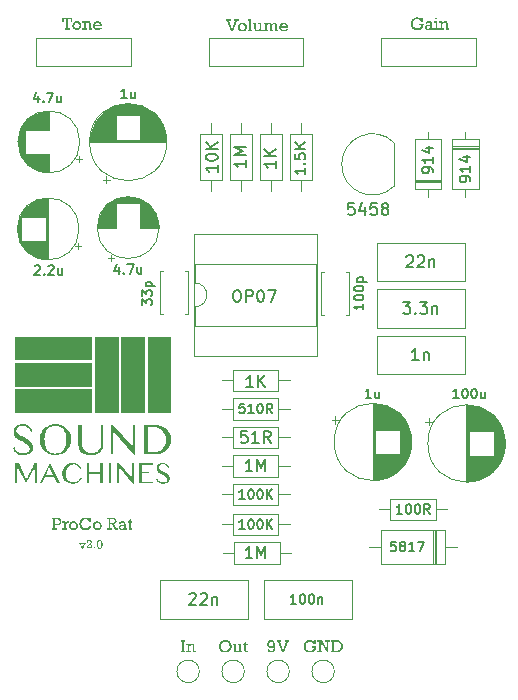
<source format=gbr>
%TF.GenerationSoftware,KiCad,Pcbnew,8.0.7*%
%TF.CreationDate,2025-03-23T16:44:47+13:00*%
%TF.ProjectId,ProCo Rat,50726f43-6f20-4526-9174-2e6b69636164,rev?*%
%TF.SameCoordinates,Original*%
%TF.FileFunction,Legend,Top*%
%TF.FilePolarity,Positive*%
%FSLAX46Y46*%
G04 Gerber Fmt 4.6, Leading zero omitted, Abs format (unit mm)*
G04 Created by KiCad (PCBNEW 8.0.7) date 2025-03-23 16:44:47*
%MOMM*%
%LPD*%
G01*
G04 APERTURE LIST*
%ADD10C,0.100000*%
%ADD11C,0.150000*%
%ADD12C,0.120000*%
G04 APERTURE END LIST*
D10*
X130556000Y-69850000D02*
X132461000Y-69850000D01*
X132461000Y-76200000D01*
X130556000Y-76200000D01*
X130556000Y-69850000D01*
G36*
X130556000Y-69850000D02*
G01*
X132461000Y-69850000D01*
X132461000Y-76200000D01*
X130556000Y-76200000D01*
X130556000Y-69850000D01*
G37*
X119316500Y-69850000D02*
X125793500Y-69850000D01*
X125793500Y-71755000D01*
X119316500Y-71755000D01*
X119316500Y-69850000D01*
G36*
X119316500Y-69850000D02*
G01*
X125793500Y-69850000D01*
X125793500Y-71755000D01*
X119316500Y-71755000D01*
X119316500Y-69850000D01*
G37*
X128333500Y-69850000D02*
X130238500Y-69850000D01*
X130238500Y-76200000D01*
X128333500Y-76200000D01*
X128333500Y-69850000D01*
G36*
X128333500Y-69850000D02*
G01*
X130238500Y-69850000D01*
X130238500Y-76200000D01*
X128333500Y-76200000D01*
X128333500Y-69850000D01*
G37*
X119316500Y-74295000D02*
X125793500Y-74295000D01*
X125793500Y-76200000D01*
X119316500Y-76200000D01*
X119316500Y-74295000D01*
G36*
X119316500Y-74295000D02*
G01*
X125793500Y-74295000D01*
X125793500Y-76200000D01*
X119316500Y-76200000D01*
X119316500Y-74295000D01*
G37*
X119316500Y-72072500D02*
X125793500Y-72072500D01*
X125793500Y-73977500D01*
X119316500Y-73977500D01*
X119316500Y-72072500D01*
G36*
X119316500Y-72072500D02*
G01*
X125793500Y-72072500D01*
X125793500Y-73977500D01*
X119316500Y-73977500D01*
X119316500Y-72072500D01*
G37*
X126111000Y-69850000D02*
X128016000Y-69850000D01*
X128016000Y-76200000D01*
X126111000Y-76200000D01*
X126111000Y-69850000D01*
G36*
X126111000Y-69850000D02*
G01*
X128016000Y-69850000D01*
X128016000Y-76200000D01*
X126111000Y-76200000D01*
X126111000Y-69850000D01*
G37*
G36*
X122896458Y-85159511D02*
G01*
X122948118Y-85163092D01*
X123002680Y-85170286D01*
X123051094Y-85180730D01*
X123087699Y-85192267D01*
X123135242Y-85214048D01*
X123178413Y-85244864D01*
X123211424Y-85282645D01*
X123219346Y-85295338D01*
X123240341Y-85343080D01*
X123252587Y-85393552D01*
X123258186Y-85444385D01*
X123259158Y-85479009D01*
X123256092Y-85530426D01*
X123244767Y-85585637D01*
X123225097Y-85635706D01*
X123197083Y-85680632D01*
X123171963Y-85709574D01*
X123128030Y-85744000D01*
X123081164Y-85766903D01*
X123025797Y-85783710D01*
X122973165Y-85793059D01*
X122914629Y-85798174D01*
X122876674Y-85799211D01*
X122740630Y-85799211D01*
X122740630Y-86060795D01*
X122875208Y-86060795D01*
X122875208Y-86190000D01*
X122454866Y-86190000D01*
X122454866Y-86060795D01*
X122583826Y-86060795D01*
X122583826Y-85674159D01*
X122740630Y-85674159D01*
X122837351Y-85674159D01*
X122888016Y-85672768D01*
X122937151Y-85667959D01*
X122986164Y-85657655D01*
X122989758Y-85656573D01*
X123036630Y-85634452D01*
X123071840Y-85598434D01*
X123073533Y-85595757D01*
X123092818Y-85547822D01*
X123099744Y-85498809D01*
X123100400Y-85475589D01*
X123095879Y-85424906D01*
X123080251Y-85378290D01*
X123050168Y-85338804D01*
X123043247Y-85332951D01*
X122999761Y-85308995D01*
X122947081Y-85295020D01*
X122897240Y-85289119D01*
X122848341Y-85287522D01*
X122740630Y-85287522D01*
X122740630Y-85674159D01*
X122583826Y-85674159D01*
X122583826Y-85287522D01*
X122454866Y-85287522D01*
X122454866Y-85158318D01*
X122840281Y-85158318D01*
X122896458Y-85159511D01*
G37*
G36*
X123609402Y-85898862D02*
G01*
X123609402Y-86063482D01*
X123766695Y-86063482D01*
X123766695Y-86190000D01*
X123323638Y-86190000D01*
X123323638Y-86063482D01*
X123468474Y-86063482D01*
X123468474Y-85597955D01*
X123323638Y-85597955D01*
X123323638Y-85470949D01*
X123581070Y-85470949D01*
X123581070Y-85629218D01*
X123603998Y-85584293D01*
X123632931Y-85542546D01*
X123668976Y-85507083D01*
X123688537Y-85493663D01*
X123734099Y-85473442D01*
X123784363Y-85461646D01*
X123836406Y-85456253D01*
X123872452Y-85455317D01*
X123904692Y-85455317D01*
X123904692Y-85598932D01*
X123873917Y-85598932D01*
X123819848Y-85600840D01*
X123767851Y-85607548D01*
X123716999Y-85622307D01*
X123701970Y-85629462D01*
X123662575Y-85659229D01*
X123634125Y-85702827D01*
X123627476Y-85721297D01*
X123617186Y-85770048D01*
X123611944Y-85819510D01*
X123609685Y-85870709D01*
X123609402Y-85898862D01*
G37*
G36*
X124327934Y-85458507D02*
G01*
X124377424Y-85468079D01*
X124424410Y-85484031D01*
X124468893Y-85506364D01*
X124509910Y-85534070D01*
X124550472Y-85570458D01*
X124585121Y-85612372D01*
X124604936Y-85643384D01*
X124626628Y-85687226D01*
X124643623Y-85738883D01*
X124652774Y-85793013D01*
X124654517Y-85830474D01*
X124651373Y-85881048D01*
X124641939Y-85929453D01*
X124623808Y-85981319D01*
X124604203Y-86019762D01*
X124576894Y-86060398D01*
X124540733Y-86100786D01*
X124498815Y-86135531D01*
X124467672Y-86155561D01*
X124423265Y-86177467D01*
X124376508Y-86193114D01*
X124327400Y-86202502D01*
X124275941Y-86205631D01*
X124223047Y-86202502D01*
X124172809Y-86193114D01*
X124125228Y-86177467D01*
X124080302Y-86155561D01*
X124039117Y-86128298D01*
X123998549Y-86092298D01*
X123964087Y-86050657D01*
X123944503Y-86019762D01*
X123923346Y-85975692D01*
X123906769Y-85923521D01*
X123898457Y-85874844D01*
X123896143Y-85830474D01*
X124045376Y-85830474D01*
X124050334Y-85880343D01*
X124065208Y-85927552D01*
X124075418Y-85948443D01*
X124103854Y-85989345D01*
X124139950Y-86022749D01*
X124159193Y-86035638D01*
X124204423Y-86056354D01*
X124252798Y-86066509D01*
X124276185Y-86067634D01*
X124325692Y-86062353D01*
X124375219Y-86044856D01*
X124391956Y-86035638D01*
X124431150Y-86005815D01*
X124464702Y-85965584D01*
X124474510Y-85949176D01*
X124493645Y-85903428D01*
X124503025Y-85854293D01*
X124504064Y-85830474D01*
X124499186Y-85780884D01*
X124484554Y-85734115D01*
X124474510Y-85713482D01*
X124446628Y-85672775D01*
X124411007Y-85639163D01*
X124391956Y-85626043D01*
X124347157Y-85604536D01*
X124298488Y-85593994D01*
X124274720Y-85592826D01*
X124225015Y-85598187D01*
X124178696Y-85614270D01*
X124158460Y-85625310D01*
X124119304Y-85655412D01*
X124087565Y-85692931D01*
X124075418Y-85712749D01*
X124055967Y-85758690D01*
X124046432Y-85807210D01*
X124045376Y-85830474D01*
X123896143Y-85830474D01*
X123899166Y-85777824D01*
X123908233Y-85728075D01*
X123923346Y-85681226D01*
X123944503Y-85637278D01*
X123974838Y-85592247D01*
X124011162Y-85553051D01*
X124053475Y-85519690D01*
X124079570Y-85503677D01*
X124124266Y-85482520D01*
X124171893Y-85467407D01*
X124222452Y-85458340D01*
X124275941Y-85455317D01*
X124327934Y-85458507D01*
G37*
G36*
X125633443Y-85271891D02*
G01*
X125633443Y-85158318D01*
X125765334Y-85158318D01*
X125765334Y-85486580D01*
X125630756Y-85486580D01*
X125602989Y-85440662D01*
X125570489Y-85400118D01*
X125533257Y-85364947D01*
X125491293Y-85335150D01*
X125445895Y-85311321D01*
X125398359Y-85294300D01*
X125348686Y-85284088D01*
X125296876Y-85280683D01*
X125247066Y-85284026D01*
X125194277Y-85295779D01*
X125144927Y-85315995D01*
X125113938Y-85334173D01*
X125071539Y-85367120D01*
X125034743Y-85405785D01*
X125003550Y-85450170D01*
X124988642Y-85477299D01*
X124968980Y-85522942D01*
X124954936Y-85570233D01*
X124946510Y-85619173D01*
X124943701Y-85669762D01*
X124946632Y-85721862D01*
X124955424Y-85771917D01*
X124970079Y-85819926D01*
X124990595Y-85865889D01*
X125016363Y-85908586D01*
X125050607Y-85951255D01*
X125090414Y-85988244D01*
X125120044Y-86009748D01*
X125167949Y-86035723D01*
X125218791Y-86053197D01*
X125272569Y-86062170D01*
X125303715Y-86063482D01*
X125356725Y-86059800D01*
X125406978Y-86048756D01*
X125454472Y-86030348D01*
X125499208Y-86004577D01*
X125523533Y-85986545D01*
X125562848Y-85949705D01*
X125597231Y-85906717D01*
X125622776Y-85864977D01*
X125644698Y-85818721D01*
X125662996Y-85767948D01*
X125794887Y-85838778D01*
X125776162Y-85891437D01*
X125753418Y-85940268D01*
X125726655Y-85985270D01*
X125695873Y-86026445D01*
X125661072Y-86063791D01*
X125622252Y-86097308D01*
X125605599Y-86109644D01*
X125562087Y-86137296D01*
X125516274Y-86160262D01*
X125468159Y-86178541D01*
X125417742Y-86192133D01*
X125365023Y-86201038D01*
X125310003Y-86205256D01*
X125287351Y-86205631D01*
X125232115Y-86203124D01*
X125179250Y-86195602D01*
X125128755Y-86183065D01*
X125080629Y-86165514D01*
X125034874Y-86142948D01*
X125020149Y-86134312D01*
X124978189Y-86105842D01*
X124939869Y-86073919D01*
X124905191Y-86038545D01*
X124874153Y-85999719D01*
X124846755Y-85957441D01*
X124838432Y-85942581D01*
X124816353Y-85896511D01*
X124798842Y-85848792D01*
X124785899Y-85799425D01*
X124777524Y-85748408D01*
X124773717Y-85695744D01*
X124773464Y-85677822D01*
X124775791Y-85620406D01*
X124782772Y-85565394D01*
X124794406Y-85512787D01*
X124810695Y-85462583D01*
X124831638Y-85414784D01*
X124839653Y-85399385D01*
X124866335Y-85355522D01*
X124896554Y-85315522D01*
X124930311Y-85279387D01*
X124967606Y-85247115D01*
X125008439Y-85218708D01*
X125022836Y-85210097D01*
X125067801Y-85187188D01*
X125115136Y-85169019D01*
X125164842Y-85155589D01*
X125216917Y-85146899D01*
X125271362Y-85142949D01*
X125290037Y-85142686D01*
X125339496Y-85144762D01*
X125392802Y-85152061D01*
X125443635Y-85164615D01*
X125476150Y-85175903D01*
X125523055Y-85196827D01*
X125567873Y-85222503D01*
X125610604Y-85252932D01*
X125633443Y-85271891D01*
G37*
G36*
X126342449Y-85458507D02*
G01*
X126391939Y-85468079D01*
X126438925Y-85484031D01*
X126483408Y-85506364D01*
X126524425Y-85534070D01*
X126564987Y-85570458D01*
X126599636Y-85612372D01*
X126619451Y-85643384D01*
X126641143Y-85687226D01*
X126658138Y-85738883D01*
X126667289Y-85793013D01*
X126669032Y-85830474D01*
X126665888Y-85881048D01*
X126656454Y-85929453D01*
X126638323Y-85981319D01*
X126618718Y-86019762D01*
X126591409Y-86060398D01*
X126555248Y-86100786D01*
X126513330Y-86135531D01*
X126482187Y-86155561D01*
X126437780Y-86177467D01*
X126391023Y-86193114D01*
X126341915Y-86202502D01*
X126290456Y-86205631D01*
X126237562Y-86202502D01*
X126187324Y-86193114D01*
X126139743Y-86177467D01*
X126094817Y-86155561D01*
X126053632Y-86128298D01*
X126013064Y-86092298D01*
X125978602Y-86050657D01*
X125959018Y-86019762D01*
X125937861Y-85975692D01*
X125921284Y-85923521D01*
X125912972Y-85874844D01*
X125910658Y-85830474D01*
X126059891Y-85830474D01*
X126064849Y-85880343D01*
X126079723Y-85927552D01*
X126089933Y-85948443D01*
X126118369Y-85989345D01*
X126154465Y-86022749D01*
X126173708Y-86035638D01*
X126218938Y-86056354D01*
X126267313Y-86066509D01*
X126290700Y-86067634D01*
X126340207Y-86062353D01*
X126389734Y-86044856D01*
X126406471Y-86035638D01*
X126445665Y-86005815D01*
X126479217Y-85965584D01*
X126489025Y-85949176D01*
X126508160Y-85903428D01*
X126517540Y-85854293D01*
X126518579Y-85830474D01*
X126513701Y-85780884D01*
X126499069Y-85734115D01*
X126489025Y-85713482D01*
X126461143Y-85672775D01*
X126425522Y-85639163D01*
X126406471Y-85626043D01*
X126361672Y-85604536D01*
X126313003Y-85593994D01*
X126289235Y-85592826D01*
X126239530Y-85598187D01*
X126193211Y-85614270D01*
X126172975Y-85625310D01*
X126133819Y-85655412D01*
X126102080Y-85692931D01*
X126089933Y-85712749D01*
X126070482Y-85758690D01*
X126060947Y-85807210D01*
X126059891Y-85830474D01*
X125910658Y-85830474D01*
X125913681Y-85777824D01*
X125922748Y-85728075D01*
X125937861Y-85681226D01*
X125959018Y-85637278D01*
X125989353Y-85592247D01*
X126025677Y-85553051D01*
X126067990Y-85519690D01*
X126094085Y-85503677D01*
X126138781Y-85482520D01*
X126186408Y-85467407D01*
X126236967Y-85458340D01*
X126290456Y-85455317D01*
X126342449Y-85458507D01*
G37*
G36*
X127602475Y-85159910D02*
G01*
X127656810Y-85164686D01*
X127705696Y-85172647D01*
X127757164Y-85186403D01*
X127807292Y-85208246D01*
X127831140Y-85223531D01*
X127869929Y-85260732D01*
X127897635Y-85307367D01*
X127912787Y-85355911D01*
X127919454Y-85411679D01*
X127919800Y-85428939D01*
X127915337Y-85482344D01*
X127901948Y-85530725D01*
X127876603Y-85578591D01*
X127863380Y-85596001D01*
X127828245Y-85630597D01*
X127786040Y-85658546D01*
X127736763Y-85679850D01*
X127706332Y-85688813D01*
X127889025Y-86060795D01*
X128015299Y-86060795D01*
X128015299Y-86190000D01*
X127783268Y-86190000D01*
X127554413Y-85710307D01*
X127409577Y-85710307D01*
X127409577Y-86060795D01*
X127541468Y-86060795D01*
X127541468Y-86190000D01*
X127112822Y-86190000D01*
X127112822Y-86060795D01*
X127252773Y-86060795D01*
X127252773Y-85580369D01*
X127409577Y-85580369D01*
X127560030Y-85580369D01*
X127612636Y-85577607D01*
X127661390Y-85568056D01*
X127706418Y-85547591D01*
X127709507Y-85545443D01*
X127742899Y-85505485D01*
X127756638Y-85456278D01*
X127758355Y-85426496D01*
X127751967Y-85378033D01*
X127728365Y-85335124D01*
X127712926Y-85321228D01*
X127667466Y-85299405D01*
X127615336Y-85289629D01*
X127569556Y-85287522D01*
X127409577Y-85287522D01*
X127409577Y-85580369D01*
X127252773Y-85580369D01*
X127252773Y-85287522D01*
X127112822Y-85287522D01*
X127112822Y-85158318D01*
X127542689Y-85158318D01*
X127602475Y-85159910D01*
G37*
G36*
X128467187Y-85457610D02*
G01*
X128520433Y-85466080D01*
X128572156Y-85483402D01*
X128614139Y-85508876D01*
X128627371Y-85520530D01*
X128659840Y-85563182D01*
X128679780Y-85611118D01*
X128690340Y-85660802D01*
X128694473Y-85717708D01*
X128694538Y-85726427D01*
X128694538Y-86063482D01*
X128815438Y-86063482D01*
X128815438Y-86190000D01*
X128569486Y-86190000D01*
X128569486Y-86106224D01*
X128530019Y-86140007D01*
X128488920Y-86166800D01*
X128438910Y-86189225D01*
X128386679Y-86202136D01*
X128340142Y-86205631D01*
X128287820Y-86200633D01*
X128239207Y-86185637D01*
X128218020Y-86175345D01*
X128176759Y-86147153D01*
X128140348Y-86109219D01*
X128129360Y-86093768D01*
X128106653Y-86046998D01*
X128096662Y-85996021D01*
X128096143Y-85980683D01*
X128231454Y-85980683D01*
X128241518Y-86028867D01*
X128267113Y-86063482D01*
X128310982Y-86089209D01*
X128359193Y-86096454D01*
X128410636Y-86091173D01*
X128460431Y-86075327D01*
X128508578Y-86048919D01*
X128549354Y-86017146D01*
X128555076Y-86011946D01*
X128555076Y-85930125D01*
X128514470Y-85902907D01*
X128468064Y-85879986D01*
X128415857Y-85864637D01*
X128369451Y-85860272D01*
X128320113Y-85867839D01*
X128274822Y-85892591D01*
X128272242Y-85894710D01*
X128241651Y-85933300D01*
X128231454Y-85980683D01*
X128096143Y-85980683D01*
X128102190Y-85928727D01*
X128120329Y-85881609D01*
X128132780Y-85861493D01*
X128166978Y-85822817D01*
X128209641Y-85792123D01*
X128232187Y-85780648D01*
X128279184Y-85763384D01*
X128330331Y-85753672D01*
X128357972Y-85752316D01*
X128409950Y-85756117D01*
X128460126Y-85767520D01*
X128508502Y-85786526D01*
X128555076Y-85813133D01*
X128555076Y-85734487D01*
X128551569Y-85685676D01*
X128536528Y-85636486D01*
X128519172Y-85611877D01*
X128475652Y-85585229D01*
X128426307Y-85575658D01*
X128401935Y-85574752D01*
X128351854Y-85579528D01*
X128305215Y-85596489D01*
X128265777Y-85628054D01*
X128240979Y-85662435D01*
X128104936Y-85628241D01*
X128133433Y-85582710D01*
X128166992Y-85544212D01*
X128205612Y-85512746D01*
X128229256Y-85498304D01*
X128275694Y-85477524D01*
X128326809Y-85463545D01*
X128376169Y-85456828D01*
X128415613Y-85455317D01*
X128467187Y-85457610D01*
G37*
G36*
X129252877Y-85470949D02*
G01*
X129252877Y-85597955D01*
X129120986Y-85597955D01*
X129120986Y-85976775D01*
X129124571Y-86027858D01*
X129133687Y-86053468D01*
X129177406Y-86071053D01*
X129226879Y-86065478D01*
X129252877Y-86058108D01*
X129252877Y-86186336D01*
X129203489Y-86198829D01*
X129154213Y-86205461D01*
X129146387Y-86205631D01*
X129095535Y-86201242D01*
X129047358Y-86184390D01*
X129017916Y-86160690D01*
X128994102Y-86117803D01*
X128982653Y-86068315D01*
X128978875Y-86013090D01*
X128978837Y-86006329D01*
X128978837Y-85597955D01*
X128884559Y-85597955D01*
X128884559Y-85470949D01*
X128978837Y-85470949D01*
X128978837Y-85363726D01*
X129120986Y-85236475D01*
X129120986Y-85470949D01*
X129252877Y-85470949D01*
G37*
G36*
X124921728Y-87350568D02*
G01*
X125030807Y-87637285D01*
X125139544Y-87350568D01*
X125069275Y-87350568D01*
X125069275Y-87261664D01*
X125311711Y-87261664D01*
X125311711Y-87350568D01*
X125234774Y-87350568D01*
X125073720Y-87775942D01*
X124983790Y-87775942D01*
X124819317Y-87350568D01*
X124729900Y-87350568D01*
X124729900Y-87261664D01*
X124987551Y-87261664D01*
X124987551Y-87350568D01*
X124921728Y-87350568D01*
G37*
G36*
X125830434Y-87227983D02*
G01*
X125827395Y-87264431D01*
X125818279Y-87297907D01*
X125801231Y-87331298D01*
X125799317Y-87334155D01*
X125775301Y-87363781D01*
X125749356Y-87389213D01*
X125721746Y-87412728D01*
X125694434Y-87433821D01*
X125689554Y-87437421D01*
X125643221Y-87471957D01*
X125613156Y-87494825D01*
X125584572Y-87517251D01*
X125556971Y-87540019D01*
X125555001Y-87541713D01*
X125529592Y-87566280D01*
X125507522Y-87593006D01*
X125501829Y-87601039D01*
X125485182Y-87630936D01*
X125473836Y-87663777D01*
X125471568Y-87673702D01*
X125744265Y-87673702D01*
X125748539Y-87502390D01*
X125836076Y-87502390D01*
X125830434Y-87765000D01*
X125366421Y-87765000D01*
X125368228Y-87727590D01*
X125372751Y-87692407D01*
X125381246Y-87654922D01*
X125393289Y-87620343D01*
X125396854Y-87612152D01*
X125412348Y-87581175D01*
X125431465Y-87549722D01*
X125452367Y-87521867D01*
X125467293Y-87505296D01*
X125494435Y-87478909D01*
X125521603Y-87454990D01*
X125551368Y-87430908D01*
X125565430Y-87420153D01*
X125637066Y-87366127D01*
X125665043Y-87344361D01*
X125690945Y-87319742D01*
X125706138Y-87300474D01*
X125721013Y-87268460D01*
X125725971Y-87232257D01*
X125722254Y-87197922D01*
X125708275Y-87164585D01*
X125694512Y-87147969D01*
X125665002Y-87128265D01*
X125630749Y-87118992D01*
X125607660Y-87117536D01*
X125571074Y-87120890D01*
X125538450Y-87132484D01*
X125512321Y-87154802D01*
X125508668Y-87159937D01*
X125493972Y-87191012D01*
X125485399Y-87226802D01*
X125481480Y-87264838D01*
X125480800Y-87291584D01*
X125480800Y-87316374D01*
X125385057Y-87316374D01*
X125385057Y-87288164D01*
X125386301Y-87252876D01*
X125391077Y-87213847D01*
X125399436Y-87178436D01*
X125413716Y-87141696D01*
X125432871Y-87109882D01*
X125436006Y-87105739D01*
X125460698Y-87080086D01*
X125488611Y-87060058D01*
X125509010Y-87049832D01*
X125543167Y-87038893D01*
X125578616Y-87033300D01*
X125610566Y-87031880D01*
X125645647Y-87033601D01*
X125681511Y-87039649D01*
X125716887Y-87051476D01*
X125732810Y-87059406D01*
X125763615Y-87080331D01*
X125788561Y-87105255D01*
X125806156Y-87131385D01*
X125819978Y-87162855D01*
X125828063Y-87196143D01*
X125830434Y-87227983D01*
G37*
G36*
X125990461Y-87765000D02*
G01*
X125990461Y-87633695D01*
X126118860Y-87633695D01*
X126118860Y-87765000D01*
X125990461Y-87765000D01*
G37*
G36*
X126533941Y-87034318D02*
G01*
X126567456Y-87041631D01*
X126604116Y-87056842D01*
X126636892Y-87079073D01*
X126665785Y-87108325D01*
X126682890Y-87131727D01*
X126701606Y-87164715D01*
X126717151Y-87201277D01*
X126729523Y-87241411D01*
X126737136Y-87276091D01*
X126742719Y-87313058D01*
X126746272Y-87352312D01*
X126747795Y-87393852D01*
X126747859Y-87404595D01*
X126747111Y-87440523D01*
X126744870Y-87474789D01*
X126740208Y-87513716D01*
X126733394Y-87550251D01*
X126724428Y-87584394D01*
X126717255Y-87605826D01*
X126702713Y-87640473D01*
X126685718Y-87671257D01*
X126663288Y-87701711D01*
X126637654Y-87727122D01*
X126630744Y-87732686D01*
X126601401Y-87751610D01*
X126569451Y-87765128D01*
X126534894Y-87773238D01*
X126497729Y-87775942D01*
X126460976Y-87773491D01*
X126427011Y-87766141D01*
X126389933Y-87750852D01*
X126356870Y-87728506D01*
X126332385Y-87704494D01*
X126310688Y-87675582D01*
X126291972Y-87642504D01*
X126276427Y-87605995D01*
X126264056Y-87566055D01*
X126256442Y-87531633D01*
X126250859Y-87495015D01*
X126247306Y-87456200D01*
X126245783Y-87415190D01*
X126245720Y-87404595D01*
X126352063Y-87404595D01*
X126352635Y-87440995D01*
X126354957Y-87482845D01*
X126359066Y-87520637D01*
X126364962Y-87554371D01*
X126374394Y-87589498D01*
X126388651Y-87623094D01*
X126409188Y-87652715D01*
X126437658Y-87675922D01*
X126471807Y-87688418D01*
X126497729Y-87690799D01*
X126535101Y-87685524D01*
X126567008Y-87669701D01*
X126593452Y-87643329D01*
X126605782Y-87624120D01*
X126620105Y-87590587D01*
X126629582Y-87555020D01*
X126635505Y-87520569D01*
X126639633Y-87481743D01*
X126641644Y-87447533D01*
X126642505Y-87410523D01*
X126642541Y-87400833D01*
X126641948Y-87363479D01*
X126640169Y-87328951D01*
X126636277Y-87289766D01*
X126630532Y-87254997D01*
X126621191Y-87219103D01*
X126606921Y-87185264D01*
X126604586Y-87181137D01*
X126583620Y-87152863D01*
X126555283Y-87130711D01*
X126521915Y-87118782D01*
X126496875Y-87116510D01*
X126461858Y-87121030D01*
X126428467Y-87136921D01*
X126401433Y-87164253D01*
X126386941Y-87188831D01*
X126373351Y-87223816D01*
X126364359Y-87259247D01*
X126357819Y-87299702D01*
X126354243Y-87337254D01*
X126352370Y-87378295D01*
X126352063Y-87404595D01*
X126245720Y-87404595D01*
X126246463Y-87368564D01*
X126248692Y-87334203D01*
X126253328Y-87295174D01*
X126260104Y-87258549D01*
X126269020Y-87224328D01*
X126276152Y-87202850D01*
X126290801Y-87168063D01*
X126307970Y-87137153D01*
X126330677Y-87106576D01*
X126356675Y-87081064D01*
X126363689Y-87075478D01*
X126393480Y-87056404D01*
X126425751Y-87042780D01*
X126460501Y-87034605D01*
X126497729Y-87031880D01*
X126533941Y-87034318D01*
G37*
G36*
X119354635Y-80550554D02*
G01*
X119621678Y-80550554D01*
X120286348Y-81864531D01*
X120337573Y-81769595D01*
X120388226Y-81675581D01*
X120438307Y-81582487D01*
X120487817Y-81490315D01*
X120536754Y-81399065D01*
X120552939Y-81368853D01*
X120597958Y-81283954D01*
X120640574Y-81203469D01*
X120665902Y-81155580D01*
X120709639Y-81072997D01*
X120752742Y-80991304D01*
X120781123Y-80937337D01*
X120826045Y-80851377D01*
X120869027Y-80768251D01*
X120888212Y-80730841D01*
X120930899Y-80647629D01*
X120972221Y-80565958D01*
X120979937Y-80550554D01*
X121216706Y-80550554D01*
X121216706Y-82235500D01*
X120982648Y-82235500D01*
X120982648Y-80854196D01*
X120275052Y-82235500D01*
X120221282Y-82235500D01*
X119480701Y-80795456D01*
X119480701Y-82235500D01*
X119354635Y-82235500D01*
X119354635Y-80550554D01*
G37*
G36*
X123117636Y-82235500D02*
G01*
X122874993Y-82235500D01*
X122618342Y-81673851D01*
X121872339Y-81673851D01*
X121609363Y-82235500D01*
X121472001Y-82235500D01*
X121785684Y-81564503D01*
X121924302Y-81564503D01*
X122566380Y-81564503D01*
X122243308Y-80879500D01*
X121924302Y-81564503D01*
X121785684Y-81564503D01*
X122277648Y-80512146D01*
X122324640Y-80512146D01*
X123117636Y-82235500D01*
G37*
G36*
X123606989Y-81399127D02*
G01*
X123611349Y-81495646D01*
X123624431Y-81586446D01*
X123649194Y-81680629D01*
X123662114Y-81716325D01*
X123700672Y-81799917D01*
X123752564Y-81882083D01*
X123814387Y-81953997D01*
X123885492Y-82015394D01*
X123964604Y-82066005D01*
X124043475Y-82102656D01*
X124136489Y-82131983D01*
X124225588Y-82148080D01*
X124319012Y-82154116D01*
X124328592Y-82154167D01*
X124418566Y-82142729D01*
X124488547Y-82118019D01*
X124571325Y-82073873D01*
X124639916Y-82025390D01*
X124707919Y-81965294D01*
X124769145Y-81898872D01*
X124823965Y-81825223D01*
X124861322Y-81761510D01*
X124971573Y-81837872D01*
X124917914Y-81917193D01*
X124861204Y-81988359D01*
X124848219Y-82003249D01*
X124783094Y-82068584D01*
X124709494Y-82126999D01*
X124686908Y-82142419D01*
X124602720Y-82190419D01*
X124516800Y-82226782D01*
X124481769Y-82238662D01*
X124392938Y-82260690D01*
X124297245Y-82272551D01*
X124229637Y-82274810D01*
X124130258Y-82270461D01*
X124035455Y-82257414D01*
X123945226Y-82235669D01*
X123859572Y-82205226D01*
X123769793Y-82161934D01*
X123687518Y-82110851D01*
X123612750Y-82051976D01*
X123574456Y-82015901D01*
X123511863Y-81945402D01*
X123457778Y-81868612D01*
X123412199Y-81785532D01*
X123390553Y-81736658D01*
X123359318Y-81645472D01*
X123338306Y-81551356D01*
X123327516Y-81454308D01*
X123325938Y-81399127D01*
X123330860Y-81304201D01*
X123345626Y-81211065D01*
X123355760Y-81168683D01*
X123384391Y-81079580D01*
X123421821Y-80995101D01*
X123442064Y-80957670D01*
X123492200Y-80880395D01*
X123550091Y-80808639D01*
X123579426Y-80777382D01*
X123648572Y-80714442D01*
X123724579Y-80659259D01*
X123761973Y-80636405D01*
X123847783Y-80592711D01*
X123932685Y-80560188D01*
X123984735Y-80544680D01*
X124078119Y-80524855D01*
X124175952Y-80514180D01*
X124243644Y-80512146D01*
X124337283Y-80517293D01*
X124432845Y-80534485D01*
X124481769Y-80548746D01*
X124567923Y-80582143D01*
X124653867Y-80627116D01*
X124682842Y-80645442D01*
X124759296Y-80701745D01*
X124828140Y-80765486D01*
X124846411Y-80785063D01*
X124905729Y-80855464D01*
X124961413Y-80933580D01*
X124971573Y-80949536D01*
X124866293Y-81026803D01*
X124817194Y-80948971D01*
X124760549Y-80877295D01*
X124752427Y-80868204D01*
X124684988Y-80800652D01*
X124613709Y-80743493D01*
X124535394Y-80694659D01*
X124464599Y-80662160D01*
X124376626Y-80637637D01*
X124319555Y-80632790D01*
X124221138Y-80639144D01*
X124126566Y-80658205D01*
X124043927Y-80686560D01*
X123958616Y-80728609D01*
X123880993Y-80781443D01*
X123817099Y-80838833D01*
X123755115Y-80911937D01*
X123702742Y-80995186D01*
X123663470Y-81079669D01*
X123633685Y-81171830D01*
X123616310Y-81260737D01*
X123607871Y-81355290D01*
X123606989Y-81399127D01*
G37*
G36*
X125631273Y-82235500D02*
G01*
X125399023Y-82235500D01*
X125399023Y-80550554D01*
X125631273Y-80550554D01*
X125631273Y-81317794D01*
X126528646Y-81317794D01*
X126528646Y-80550554D01*
X126761348Y-80550554D01*
X126761348Y-82235500D01*
X126528646Y-82235500D01*
X126528646Y-81427141D01*
X125631273Y-81427141D01*
X125631273Y-82235500D01*
G37*
G36*
X127260642Y-80550554D02*
G01*
X127492892Y-80550554D01*
X127492892Y-82235500D01*
X127260642Y-82235500D01*
X127260642Y-80550554D01*
G37*
G36*
X127972304Y-80550554D02*
G01*
X128112378Y-80550554D01*
X129248327Y-81816183D01*
X129248327Y-80550554D01*
X129373037Y-80550554D01*
X129373037Y-82269840D01*
X129309326Y-82269840D01*
X128100630Y-80883115D01*
X128100630Y-82235500D01*
X127972304Y-82235500D01*
X127972304Y-80550554D01*
G37*
G36*
X130967613Y-80550554D02*
G01*
X130967613Y-80659449D01*
X130079278Y-80659449D01*
X130079278Y-81262216D01*
X130673911Y-81262216D01*
X130673911Y-81371112D01*
X130079278Y-81371112D01*
X130079278Y-82126152D01*
X130967613Y-82126152D01*
X130967613Y-82235500D01*
X129847027Y-82235500D01*
X129847027Y-80550554D01*
X130967613Y-80550554D01*
G37*
G36*
X131869504Y-82168174D02*
G01*
X131961223Y-82160058D01*
X132002348Y-82151004D01*
X132089061Y-82117918D01*
X132118925Y-82100397D01*
X132187276Y-82038345D01*
X132202065Y-82017708D01*
X132232612Y-81931376D01*
X132234147Y-81903842D01*
X132216634Y-81813735D01*
X132197095Y-81776872D01*
X132138550Y-81705252D01*
X132099496Y-81670688D01*
X132025009Y-81617361D01*
X131958971Y-81578059D01*
X131878428Y-81534116D01*
X131795853Y-81490852D01*
X131712799Y-81447372D01*
X131630540Y-81402503D01*
X131619632Y-81396415D01*
X131542072Y-81347561D01*
X131467658Y-81289541D01*
X131463292Y-81285712D01*
X131400824Y-81219742D01*
X131351685Y-81145639D01*
X131319830Y-81061030D01*
X131309253Y-80970014D01*
X131309211Y-80963544D01*
X131317683Y-80870350D01*
X131343100Y-80784160D01*
X131388769Y-80702679D01*
X131444314Y-80641375D01*
X131518869Y-80587379D01*
X131602717Y-80548659D01*
X131608787Y-80546487D01*
X131699858Y-80523012D01*
X131793871Y-80512985D01*
X131832453Y-80512146D01*
X131927106Y-80517076D01*
X132018348Y-80533299D01*
X132035333Y-80537902D01*
X132124270Y-80571801D01*
X132192577Y-80613361D01*
X132263044Y-80677220D01*
X132309154Y-80737167D01*
X132353322Y-80816580D01*
X132387138Y-80901494D01*
X132389131Y-80907515D01*
X132287465Y-80954507D01*
X132251176Y-80867208D01*
X132223302Y-80819404D01*
X132163525Y-80745940D01*
X132126155Y-80713671D01*
X132047011Y-80666651D01*
X131992407Y-80645894D01*
X131900431Y-80626164D01*
X131819801Y-80621494D01*
X131729429Y-80628642D01*
X131668431Y-80644086D01*
X131583964Y-80685176D01*
X131561343Y-80702375D01*
X131502928Y-80772553D01*
X131497181Y-80783708D01*
X131475513Y-80872950D01*
X131475492Y-80875885D01*
X131500250Y-80964822D01*
X131512995Y-80984329D01*
X131575882Y-81053021D01*
X131611950Y-81082832D01*
X131686881Y-81134698D01*
X131752475Y-81173654D01*
X131832340Y-81217370D01*
X131913786Y-81260861D01*
X131993959Y-81303103D01*
X132073959Y-81347595D01*
X132096785Y-81360719D01*
X132173585Y-81408831D01*
X132248193Y-81465369D01*
X132262161Y-81477296D01*
X132328922Y-81544735D01*
X132381901Y-81618725D01*
X132418216Y-81705569D01*
X132428442Y-81790880D01*
X132420301Y-81882340D01*
X132393670Y-81974206D01*
X132391390Y-81979753D01*
X132345866Y-82062215D01*
X132282495Y-82133382D01*
X132206675Y-82188424D01*
X132121399Y-82229048D01*
X132101303Y-82236403D01*
X132007376Y-82261270D01*
X131910348Y-82272973D01*
X131849171Y-82274810D01*
X131753467Y-82269708D01*
X131660525Y-82252916D01*
X131643128Y-82248151D01*
X131557051Y-82215279D01*
X131481366Y-82169981D01*
X131412083Y-82108875D01*
X131360270Y-82044367D01*
X131314069Y-81964616D01*
X131277936Y-81880410D01*
X131275774Y-81874472D01*
X131384218Y-81830191D01*
X131419261Y-81914589D01*
X131455610Y-81972523D01*
X131516453Y-82040039D01*
X131564506Y-82078708D01*
X131643810Y-82123428D01*
X131704128Y-82145581D01*
X131794706Y-82163850D01*
X131869504Y-82168174D01*
G37*
G36*
X120031970Y-79696421D02*
G01*
X120168308Y-79684357D01*
X120229440Y-79670898D01*
X120358337Y-79621716D01*
X120402730Y-79595671D01*
X120504333Y-79503431D01*
X120526317Y-79472756D01*
X120571724Y-79344424D01*
X120574006Y-79303495D01*
X120547973Y-79169553D01*
X120518929Y-79114757D01*
X120431902Y-79008294D01*
X120373849Y-78956915D01*
X120263126Y-78877645D01*
X120164960Y-78819223D01*
X120045235Y-78753903D01*
X119922488Y-78689591D01*
X119799030Y-78624959D01*
X119676752Y-78558261D01*
X119660538Y-78549212D01*
X119545245Y-78476592D01*
X119434630Y-78390345D01*
X119428140Y-78384654D01*
X119335282Y-78286590D01*
X119262239Y-78176437D01*
X119214886Y-78050667D01*
X119199163Y-77915372D01*
X119199102Y-77905755D01*
X119211696Y-77767223D01*
X119249477Y-77639102D01*
X119317362Y-77517983D01*
X119399930Y-77426855D01*
X119510756Y-77346591D01*
X119635395Y-77289034D01*
X119644418Y-77285805D01*
X119779793Y-77250910D01*
X119919542Y-77236005D01*
X119976893Y-77234758D01*
X120117594Y-77242086D01*
X120253223Y-77266202D01*
X120278472Y-77273043D01*
X120410675Y-77323434D01*
X120512212Y-77385212D01*
X120616961Y-77480138D01*
X120685503Y-77569249D01*
X120751158Y-77687295D01*
X120801425Y-77813518D01*
X120804388Y-77822468D01*
X120653263Y-77892321D01*
X120599319Y-77762553D01*
X120557886Y-77691493D01*
X120469027Y-77582289D01*
X120413477Y-77534322D01*
X120295830Y-77464427D01*
X120214663Y-77433572D01*
X120077942Y-77404244D01*
X119958086Y-77397302D01*
X119823750Y-77407928D01*
X119733078Y-77430885D01*
X119607518Y-77491965D01*
X119573892Y-77517531D01*
X119487058Y-77621849D01*
X119478516Y-77638431D01*
X119446307Y-77771088D01*
X119446275Y-77775451D01*
X119483078Y-77907654D01*
X119502024Y-77936651D01*
X119595504Y-78038761D01*
X119649119Y-78083075D01*
X119760503Y-78160172D01*
X119858008Y-78218080D01*
X119976725Y-78283064D01*
X120097793Y-78347712D01*
X120216970Y-78410505D01*
X120335889Y-78476641D01*
X120369819Y-78496151D01*
X120483981Y-78567667D01*
X120594885Y-78651711D01*
X120615649Y-78669441D01*
X120714888Y-78769687D01*
X120793641Y-78879673D01*
X120847622Y-79008765D01*
X120862823Y-79135578D01*
X120850721Y-79271532D01*
X120811135Y-79408091D01*
X120807746Y-79416336D01*
X120740076Y-79538915D01*
X120645874Y-79644703D01*
X120533170Y-79726523D01*
X120406408Y-79786910D01*
X120376535Y-79797843D01*
X120236914Y-79834808D01*
X120092684Y-79852203D01*
X120001745Y-79854935D01*
X119859482Y-79847349D01*
X119721325Y-79822388D01*
X119695464Y-79815306D01*
X119567512Y-79766442D01*
X119455007Y-79699108D01*
X119352019Y-79608274D01*
X119275000Y-79512384D01*
X119206322Y-79393835D01*
X119152612Y-79268664D01*
X119149398Y-79259837D01*
X119310599Y-79194013D01*
X119362690Y-79319471D01*
X119416722Y-79405589D01*
X119507163Y-79505950D01*
X119578594Y-79563431D01*
X119696478Y-79629906D01*
X119786139Y-79662838D01*
X119920783Y-79689993D01*
X120031970Y-79696421D01*
G37*
G36*
X122882822Y-77241097D02*
G01*
X123017365Y-77260114D01*
X123163006Y-77296661D01*
X123272095Y-77336180D01*
X123405275Y-77398803D01*
X123528253Y-77473326D01*
X123641030Y-77559751D01*
X123699276Y-77612907D01*
X123795176Y-77716351D01*
X123878856Y-77829465D01*
X123950315Y-77952249D01*
X123984735Y-78024640D01*
X124035061Y-78160015D01*
X124068917Y-78300916D01*
X124086302Y-78447342D01*
X124088844Y-78531077D01*
X124082337Y-78665747D01*
X124059461Y-78812433D01*
X124020116Y-78954018D01*
X123984735Y-79045575D01*
X123920064Y-79176428D01*
X123843173Y-79297718D01*
X123754062Y-79409444D01*
X123699276Y-79467382D01*
X123592166Y-79562633D01*
X123474855Y-79645875D01*
X123347343Y-79717111D01*
X123272095Y-79751498D01*
X123131165Y-79801499D01*
X122984178Y-79835136D01*
X122848438Y-79851298D01*
X122743493Y-79854935D01*
X122604206Y-79848470D01*
X122469788Y-79829075D01*
X122324389Y-79791802D01*
X122215562Y-79751498D01*
X122083032Y-79686933D01*
X121960491Y-79610361D01*
X121847938Y-79521781D01*
X121789725Y-79467382D01*
X121693825Y-79360969D01*
X121610145Y-79244992D01*
X121538685Y-79119452D01*
X121504266Y-79045575D01*
X121454265Y-78907390D01*
X121420627Y-78764104D01*
X121403354Y-78615718D01*
X121400829Y-78531077D01*
X121817935Y-78531077D01*
X121822610Y-78674375D01*
X121836636Y-78811084D01*
X121863188Y-78955257D01*
X121877041Y-79010648D01*
X121919913Y-79141794D01*
X121979799Y-79272872D01*
X122053018Y-79390140D01*
X122148290Y-79500619D01*
X122259808Y-79591263D01*
X122343179Y-79640673D01*
X122468968Y-79691915D01*
X122607139Y-79721887D01*
X122743493Y-79730676D01*
X122879007Y-79721887D01*
X123016254Y-79691915D01*
X123141120Y-79640673D01*
X123263154Y-79563252D01*
X123369319Y-79465997D01*
X123431281Y-79390140D01*
X123504962Y-79272872D01*
X123565310Y-79141794D01*
X123608601Y-79010648D01*
X123640479Y-78869729D01*
X123659075Y-78735948D01*
X123668107Y-78595578D01*
X123669051Y-78531077D01*
X123664269Y-78388748D01*
X123649924Y-78253432D01*
X123622769Y-78111306D01*
X123608601Y-78056880D01*
X123565310Y-77927964D01*
X123504962Y-77799642D01*
X123431281Y-77685448D01*
X123335694Y-77578400D01*
X123224239Y-77491000D01*
X123141120Y-77443647D01*
X123004289Y-77391257D01*
X122865916Y-77364474D01*
X122743493Y-77357674D01*
X122607139Y-77366069D01*
X122468968Y-77394699D01*
X122343179Y-77443647D01*
X122220830Y-77517950D01*
X122114728Y-77611900D01*
X122053018Y-77685448D01*
X121979799Y-77799642D01*
X121919913Y-77927964D01*
X121877041Y-78056880D01*
X121845872Y-78195542D01*
X121826246Y-78342863D01*
X121818454Y-78482855D01*
X121817935Y-78531077D01*
X121400829Y-78531077D01*
X121409011Y-78381581D01*
X121433557Y-78237611D01*
X121474467Y-78099166D01*
X121504266Y-78024640D01*
X121568937Y-77896484D01*
X121645828Y-77777999D01*
X121734938Y-77669183D01*
X121789725Y-77612907D01*
X121896728Y-77519871D01*
X122013721Y-77438736D01*
X122140701Y-77369501D01*
X122215562Y-77336180D01*
X122356167Y-77287153D01*
X122502936Y-77254171D01*
X122638571Y-77238324D01*
X122743493Y-77234758D01*
X122882822Y-77241097D01*
G37*
G36*
X124676553Y-77291850D02*
G01*
X125022462Y-77291850D01*
X125022462Y-78917958D01*
X125033518Y-79054692D01*
X125069902Y-79192919D01*
X125080225Y-79219537D01*
X125145004Y-79343615D01*
X125231036Y-79452640D01*
X125244112Y-79466039D01*
X125353973Y-79555307D01*
X125474086Y-79621314D01*
X125502033Y-79633284D01*
X125630808Y-79672858D01*
X125771555Y-79692257D01*
X125840553Y-79694406D01*
X125980198Y-79680232D01*
X126050114Y-79661494D01*
X126175392Y-79608173D01*
X126236166Y-79572162D01*
X126342063Y-79489419D01*
X126391993Y-79439844D01*
X126478517Y-79330404D01*
X126511549Y-79277300D01*
X126570021Y-79155017D01*
X126589463Y-79097965D01*
X126615280Y-78960819D01*
X126617001Y-78915943D01*
X126617001Y-77291850D01*
X126801710Y-77291850D01*
X126801710Y-78889748D01*
X126792548Y-79027996D01*
X126765062Y-79162655D01*
X126736558Y-79250434D01*
X126677966Y-79375332D01*
X126599916Y-79489086D01*
X126537073Y-79558729D01*
X126426342Y-79651608D01*
X126306418Y-79723803D01*
X126195194Y-79773663D01*
X126058066Y-79816521D01*
X125921977Y-79841522D01*
X125773880Y-79853665D01*
X125704205Y-79854935D01*
X125568552Y-79849037D01*
X125428420Y-79828651D01*
X125287154Y-79789408D01*
X125262919Y-79780379D01*
X125138536Y-79722773D01*
X125019321Y-79645448D01*
X124941190Y-79577536D01*
X124852341Y-79474676D01*
X124781249Y-79359538D01*
X124743720Y-79275957D01*
X124702790Y-79143093D01*
X124680751Y-79003428D01*
X124676553Y-78906540D01*
X124676553Y-77291850D01*
G37*
G36*
X127427704Y-77291850D02*
G01*
X127635921Y-77291850D01*
X129324494Y-79173192D01*
X129324494Y-77291850D01*
X129509875Y-77291850D01*
X129509875Y-79847546D01*
X129415169Y-79847546D01*
X127618458Y-77786198D01*
X127618458Y-79796500D01*
X127427704Y-79796500D01*
X127427704Y-77291850D01*
G37*
G36*
X131150996Y-77295321D02*
G01*
X131286376Y-77305735D01*
X131435507Y-77326137D01*
X131578677Y-77355606D01*
X131613538Y-77364390D01*
X131747830Y-77405656D01*
X131872634Y-77456913D01*
X132001699Y-77526519D01*
X132093781Y-77589399D01*
X132200542Y-77681107D01*
X132293384Y-77785460D01*
X132372306Y-77902459D01*
X132410136Y-77972921D01*
X132465332Y-78109743D01*
X132499231Y-78242869D01*
X132518856Y-78386827D01*
X132524320Y-78521674D01*
X132516988Y-78667657D01*
X132494992Y-78808647D01*
X132458332Y-78944642D01*
X132431630Y-79018036D01*
X132372856Y-79144084D01*
X132300056Y-79260781D01*
X132213230Y-79368128D01*
X132158933Y-79423724D01*
X132050766Y-79515084D01*
X131929529Y-79594968D01*
X131795222Y-79663375D01*
X131714960Y-79696421D01*
X131578486Y-79740205D01*
X131432356Y-79771480D01*
X131296572Y-79788583D01*
X131153396Y-79796109D01*
X131111131Y-79796500D01*
X130214454Y-79796500D01*
X130214454Y-79613134D01*
X130559691Y-79613134D01*
X131045307Y-79613134D01*
X131180664Y-79606313D01*
X131323193Y-79583051D01*
X131459055Y-79543281D01*
X131585869Y-79487240D01*
X131701254Y-79415168D01*
X131796232Y-79335735D01*
X131888290Y-79233229D01*
X131965904Y-79115961D01*
X132023927Y-78996543D01*
X132067848Y-78864505D01*
X132095502Y-78720267D01*
X132106482Y-78580022D01*
X132107214Y-78531077D01*
X132099540Y-78389634D01*
X132076517Y-78255798D01*
X132033464Y-78117368D01*
X132028629Y-78105240D01*
X131967221Y-77978217D01*
X131891050Y-77864051D01*
X131808994Y-77771421D01*
X131706055Y-77682754D01*
X131590258Y-77608849D01*
X131473831Y-77554472D01*
X131335855Y-77510113D01*
X131202571Y-77485765D01*
X131061810Y-77476635D01*
X131047322Y-77476559D01*
X130559691Y-77476559D01*
X130559691Y-79613134D01*
X130214454Y-79613134D01*
X130214454Y-77291850D01*
X131011052Y-77291850D01*
X131150996Y-77295321D01*
G37*
D11*
X141424819Y-54951285D02*
X141424819Y-55522713D01*
X141424819Y-55236999D02*
X140424819Y-55236999D01*
X140424819Y-55236999D02*
X140567676Y-55332237D01*
X140567676Y-55332237D02*
X140662914Y-55427475D01*
X140662914Y-55427475D02*
X140710533Y-55522713D01*
X141424819Y-54522713D02*
X140424819Y-54522713D01*
X141424819Y-53951285D02*
X140853390Y-54379856D01*
X140424819Y-53951285D02*
X140996247Y-54522713D01*
X152455714Y-63050057D02*
X152503333Y-63002438D01*
X152503333Y-63002438D02*
X152598571Y-62954819D01*
X152598571Y-62954819D02*
X152836666Y-62954819D01*
X152836666Y-62954819D02*
X152931904Y-63002438D01*
X152931904Y-63002438D02*
X152979523Y-63050057D01*
X152979523Y-63050057D02*
X153027142Y-63145295D01*
X153027142Y-63145295D02*
X153027142Y-63240533D01*
X153027142Y-63240533D02*
X152979523Y-63383390D01*
X152979523Y-63383390D02*
X152408095Y-63954819D01*
X152408095Y-63954819D02*
X153027142Y-63954819D01*
X153408095Y-63050057D02*
X153455714Y-63002438D01*
X153455714Y-63002438D02*
X153550952Y-62954819D01*
X153550952Y-62954819D02*
X153789047Y-62954819D01*
X153789047Y-62954819D02*
X153884285Y-63002438D01*
X153884285Y-63002438D02*
X153931904Y-63050057D01*
X153931904Y-63050057D02*
X153979523Y-63145295D01*
X153979523Y-63145295D02*
X153979523Y-63240533D01*
X153979523Y-63240533D02*
X153931904Y-63383390D01*
X153931904Y-63383390D02*
X153360476Y-63954819D01*
X153360476Y-63954819D02*
X153979523Y-63954819D01*
X154408095Y-63288152D02*
X154408095Y-63954819D01*
X154408095Y-63383390D02*
X154455714Y-63335771D01*
X154455714Y-63335771D02*
X154550952Y-63288152D01*
X154550952Y-63288152D02*
X154693809Y-63288152D01*
X154693809Y-63288152D02*
X154789047Y-63335771D01*
X154789047Y-63335771D02*
X154836666Y-63431009D01*
X154836666Y-63431009D02*
X154836666Y-63954819D01*
X152170000Y-66891819D02*
X152789047Y-66891819D01*
X152789047Y-66891819D02*
X152455714Y-67272771D01*
X152455714Y-67272771D02*
X152598571Y-67272771D01*
X152598571Y-67272771D02*
X152693809Y-67320390D01*
X152693809Y-67320390D02*
X152741428Y-67368009D01*
X152741428Y-67368009D02*
X152789047Y-67463247D01*
X152789047Y-67463247D02*
X152789047Y-67701342D01*
X152789047Y-67701342D02*
X152741428Y-67796580D01*
X152741428Y-67796580D02*
X152693809Y-67844200D01*
X152693809Y-67844200D02*
X152598571Y-67891819D01*
X152598571Y-67891819D02*
X152312857Y-67891819D01*
X152312857Y-67891819D02*
X152217619Y-67844200D01*
X152217619Y-67844200D02*
X152170000Y-67796580D01*
X153217619Y-67796580D02*
X153265238Y-67844200D01*
X153265238Y-67844200D02*
X153217619Y-67891819D01*
X153217619Y-67891819D02*
X153170000Y-67844200D01*
X153170000Y-67844200D02*
X153217619Y-67796580D01*
X153217619Y-67796580D02*
X153217619Y-67891819D01*
X153598571Y-66891819D02*
X154217618Y-66891819D01*
X154217618Y-66891819D02*
X153884285Y-67272771D01*
X153884285Y-67272771D02*
X154027142Y-67272771D01*
X154027142Y-67272771D02*
X154122380Y-67320390D01*
X154122380Y-67320390D02*
X154169999Y-67368009D01*
X154169999Y-67368009D02*
X154217618Y-67463247D01*
X154217618Y-67463247D02*
X154217618Y-67701342D01*
X154217618Y-67701342D02*
X154169999Y-67796580D01*
X154169999Y-67796580D02*
X154122380Y-67844200D01*
X154122380Y-67844200D02*
X154027142Y-67891819D01*
X154027142Y-67891819D02*
X153741428Y-67891819D01*
X153741428Y-67891819D02*
X153646190Y-67844200D01*
X153646190Y-67844200D02*
X153598571Y-67796580D01*
X154646190Y-67225152D02*
X154646190Y-67891819D01*
X154646190Y-67320390D02*
X154693809Y-67272771D01*
X154693809Y-67272771D02*
X154789047Y-67225152D01*
X154789047Y-67225152D02*
X154931904Y-67225152D01*
X154931904Y-67225152D02*
X155027142Y-67272771D01*
X155027142Y-67272771D02*
X155074761Y-67368009D01*
X155074761Y-67368009D02*
X155074761Y-67891819D01*
X138766666Y-86087295D02*
X138309523Y-86087295D01*
X138538095Y-86087295D02*
X138538095Y-85287295D01*
X138538095Y-85287295D02*
X138461904Y-85401580D01*
X138461904Y-85401580D02*
X138385714Y-85477771D01*
X138385714Y-85477771D02*
X138309523Y-85515866D01*
X139261905Y-85287295D02*
X139338095Y-85287295D01*
X139338095Y-85287295D02*
X139414286Y-85325390D01*
X139414286Y-85325390D02*
X139452381Y-85363485D01*
X139452381Y-85363485D02*
X139490476Y-85439676D01*
X139490476Y-85439676D02*
X139528571Y-85592057D01*
X139528571Y-85592057D02*
X139528571Y-85782533D01*
X139528571Y-85782533D02*
X139490476Y-85934914D01*
X139490476Y-85934914D02*
X139452381Y-86011104D01*
X139452381Y-86011104D02*
X139414286Y-86049200D01*
X139414286Y-86049200D02*
X139338095Y-86087295D01*
X139338095Y-86087295D02*
X139261905Y-86087295D01*
X139261905Y-86087295D02*
X139185714Y-86049200D01*
X139185714Y-86049200D02*
X139147619Y-86011104D01*
X139147619Y-86011104D02*
X139109524Y-85934914D01*
X139109524Y-85934914D02*
X139071428Y-85782533D01*
X139071428Y-85782533D02*
X139071428Y-85592057D01*
X139071428Y-85592057D02*
X139109524Y-85439676D01*
X139109524Y-85439676D02*
X139147619Y-85363485D01*
X139147619Y-85363485D02*
X139185714Y-85325390D01*
X139185714Y-85325390D02*
X139261905Y-85287295D01*
X140023810Y-85287295D02*
X140100000Y-85287295D01*
X140100000Y-85287295D02*
X140176191Y-85325390D01*
X140176191Y-85325390D02*
X140214286Y-85363485D01*
X140214286Y-85363485D02*
X140252381Y-85439676D01*
X140252381Y-85439676D02*
X140290476Y-85592057D01*
X140290476Y-85592057D02*
X140290476Y-85782533D01*
X140290476Y-85782533D02*
X140252381Y-85934914D01*
X140252381Y-85934914D02*
X140214286Y-86011104D01*
X140214286Y-86011104D02*
X140176191Y-86049200D01*
X140176191Y-86049200D02*
X140100000Y-86087295D01*
X140100000Y-86087295D02*
X140023810Y-86087295D01*
X140023810Y-86087295D02*
X139947619Y-86049200D01*
X139947619Y-86049200D02*
X139909524Y-86011104D01*
X139909524Y-86011104D02*
X139871429Y-85934914D01*
X139871429Y-85934914D02*
X139833333Y-85782533D01*
X139833333Y-85782533D02*
X139833333Y-85592057D01*
X139833333Y-85592057D02*
X139871429Y-85439676D01*
X139871429Y-85439676D02*
X139909524Y-85363485D01*
X139909524Y-85363485D02*
X139947619Y-85325390D01*
X139947619Y-85325390D02*
X140023810Y-85287295D01*
X140633334Y-86087295D02*
X140633334Y-85287295D01*
X141090477Y-86087295D02*
X140747619Y-85630152D01*
X141090477Y-85287295D02*
X140633334Y-85744438D01*
X130118295Y-67176524D02*
X130118295Y-66681286D01*
X130118295Y-66681286D02*
X130423057Y-66947952D01*
X130423057Y-66947952D02*
X130423057Y-66833667D01*
X130423057Y-66833667D02*
X130461152Y-66757476D01*
X130461152Y-66757476D02*
X130499247Y-66719381D01*
X130499247Y-66719381D02*
X130575438Y-66681286D01*
X130575438Y-66681286D02*
X130765914Y-66681286D01*
X130765914Y-66681286D02*
X130842104Y-66719381D01*
X130842104Y-66719381D02*
X130880200Y-66757476D01*
X130880200Y-66757476D02*
X130918295Y-66833667D01*
X130918295Y-66833667D02*
X130918295Y-67062238D01*
X130918295Y-67062238D02*
X130880200Y-67138429D01*
X130880200Y-67138429D02*
X130842104Y-67176524D01*
X130118295Y-66414619D02*
X130118295Y-65919381D01*
X130118295Y-65919381D02*
X130423057Y-66186047D01*
X130423057Y-66186047D02*
X130423057Y-66071762D01*
X130423057Y-66071762D02*
X130461152Y-65995571D01*
X130461152Y-65995571D02*
X130499247Y-65957476D01*
X130499247Y-65957476D02*
X130575438Y-65919381D01*
X130575438Y-65919381D02*
X130765914Y-65919381D01*
X130765914Y-65919381D02*
X130842104Y-65957476D01*
X130842104Y-65957476D02*
X130880200Y-65995571D01*
X130880200Y-65995571D02*
X130918295Y-66071762D01*
X130918295Y-66071762D02*
X130918295Y-66300333D01*
X130918295Y-66300333D02*
X130880200Y-66376524D01*
X130880200Y-66376524D02*
X130842104Y-66414619D01*
X130384961Y-65576523D02*
X131184961Y-65576523D01*
X130423057Y-65576523D02*
X130384961Y-65500333D01*
X130384961Y-65500333D02*
X130384961Y-65347952D01*
X130384961Y-65347952D02*
X130423057Y-65271761D01*
X130423057Y-65271761D02*
X130461152Y-65233666D01*
X130461152Y-65233666D02*
X130537342Y-65195571D01*
X130537342Y-65195571D02*
X130765914Y-65195571D01*
X130765914Y-65195571D02*
X130842104Y-65233666D01*
X130842104Y-65233666D02*
X130880200Y-65271761D01*
X130880200Y-65271761D02*
X130918295Y-65347952D01*
X130918295Y-65347952D02*
X130918295Y-65500333D01*
X130918295Y-65500333D02*
X130880200Y-65576523D01*
X151574618Y-87192295D02*
X151193666Y-87192295D01*
X151193666Y-87192295D02*
X151155570Y-87573247D01*
X151155570Y-87573247D02*
X151193666Y-87535152D01*
X151193666Y-87535152D02*
X151269856Y-87497057D01*
X151269856Y-87497057D02*
X151460332Y-87497057D01*
X151460332Y-87497057D02*
X151536523Y-87535152D01*
X151536523Y-87535152D02*
X151574618Y-87573247D01*
X151574618Y-87573247D02*
X151612713Y-87649438D01*
X151612713Y-87649438D02*
X151612713Y-87839914D01*
X151612713Y-87839914D02*
X151574618Y-87916104D01*
X151574618Y-87916104D02*
X151536523Y-87954200D01*
X151536523Y-87954200D02*
X151460332Y-87992295D01*
X151460332Y-87992295D02*
X151269856Y-87992295D01*
X151269856Y-87992295D02*
X151193666Y-87954200D01*
X151193666Y-87954200D02*
X151155570Y-87916104D01*
X152069856Y-87535152D02*
X151993666Y-87497057D01*
X151993666Y-87497057D02*
X151955571Y-87458961D01*
X151955571Y-87458961D02*
X151917475Y-87382771D01*
X151917475Y-87382771D02*
X151917475Y-87344676D01*
X151917475Y-87344676D02*
X151955571Y-87268485D01*
X151955571Y-87268485D02*
X151993666Y-87230390D01*
X151993666Y-87230390D02*
X152069856Y-87192295D01*
X152069856Y-87192295D02*
X152222237Y-87192295D01*
X152222237Y-87192295D02*
X152298428Y-87230390D01*
X152298428Y-87230390D02*
X152336523Y-87268485D01*
X152336523Y-87268485D02*
X152374618Y-87344676D01*
X152374618Y-87344676D02*
X152374618Y-87382771D01*
X152374618Y-87382771D02*
X152336523Y-87458961D01*
X152336523Y-87458961D02*
X152298428Y-87497057D01*
X152298428Y-87497057D02*
X152222237Y-87535152D01*
X152222237Y-87535152D02*
X152069856Y-87535152D01*
X152069856Y-87535152D02*
X151993666Y-87573247D01*
X151993666Y-87573247D02*
X151955571Y-87611342D01*
X151955571Y-87611342D02*
X151917475Y-87687533D01*
X151917475Y-87687533D02*
X151917475Y-87839914D01*
X151917475Y-87839914D02*
X151955571Y-87916104D01*
X151955571Y-87916104D02*
X151993666Y-87954200D01*
X151993666Y-87954200D02*
X152069856Y-87992295D01*
X152069856Y-87992295D02*
X152222237Y-87992295D01*
X152222237Y-87992295D02*
X152298428Y-87954200D01*
X152298428Y-87954200D02*
X152336523Y-87916104D01*
X152336523Y-87916104D02*
X152374618Y-87839914D01*
X152374618Y-87839914D02*
X152374618Y-87687533D01*
X152374618Y-87687533D02*
X152336523Y-87611342D01*
X152336523Y-87611342D02*
X152298428Y-87573247D01*
X152298428Y-87573247D02*
X152222237Y-87535152D01*
X153136523Y-87992295D02*
X152679380Y-87992295D01*
X152907952Y-87992295D02*
X152907952Y-87192295D01*
X152907952Y-87192295D02*
X152831761Y-87306580D01*
X152831761Y-87306580D02*
X152755571Y-87382771D01*
X152755571Y-87382771D02*
X152679380Y-87420866D01*
X153403190Y-87192295D02*
X153936524Y-87192295D01*
X153936524Y-87192295D02*
X153593666Y-87992295D01*
X139414285Y-81226819D02*
X138842857Y-81226819D01*
X139128571Y-81226819D02*
X139128571Y-80226819D01*
X139128571Y-80226819D02*
X139033333Y-80369676D01*
X139033333Y-80369676D02*
X138938095Y-80464914D01*
X138938095Y-80464914D02*
X138842857Y-80512533D01*
X139842857Y-81226819D02*
X139842857Y-80226819D01*
X139842857Y-80226819D02*
X140176190Y-80941104D01*
X140176190Y-80941104D02*
X140509523Y-80226819D01*
X140509523Y-80226819D02*
X140509523Y-81226819D01*
G36*
X137462241Y-43073522D02*
G01*
X137726756Y-43777674D01*
X137982967Y-43073522D01*
X137863288Y-43073522D01*
X137863288Y-42944318D01*
X138258473Y-42944318D01*
X138258473Y-43073522D01*
X138134886Y-43073522D01*
X137792702Y-43991631D01*
X137649087Y-43991631D01*
X137301529Y-43073522D01*
X137173790Y-43073522D01*
X137173790Y-42944318D01*
X137581676Y-42944318D01*
X137581676Y-43073522D01*
X137462241Y-43073522D01*
G37*
G36*
X138628470Y-43244507D02*
G01*
X138677960Y-43254079D01*
X138724946Y-43270031D01*
X138769429Y-43292364D01*
X138810446Y-43320070D01*
X138851008Y-43356458D01*
X138885657Y-43398372D01*
X138905472Y-43429384D01*
X138927164Y-43473226D01*
X138944159Y-43524883D01*
X138953310Y-43579013D01*
X138955053Y-43616474D01*
X138951909Y-43667048D01*
X138942475Y-43715453D01*
X138924344Y-43767319D01*
X138904739Y-43805762D01*
X138877430Y-43846398D01*
X138841269Y-43886786D01*
X138799351Y-43921531D01*
X138768208Y-43941561D01*
X138723801Y-43963467D01*
X138677044Y-43979114D01*
X138627936Y-43988502D01*
X138576477Y-43991631D01*
X138523583Y-43988502D01*
X138473345Y-43979114D01*
X138425764Y-43963467D01*
X138380838Y-43941561D01*
X138339653Y-43914298D01*
X138299085Y-43878298D01*
X138264623Y-43836657D01*
X138245039Y-43805762D01*
X138223882Y-43761692D01*
X138207305Y-43709521D01*
X138198993Y-43660844D01*
X138196679Y-43616474D01*
X138345912Y-43616474D01*
X138350870Y-43666343D01*
X138365744Y-43713552D01*
X138375954Y-43734443D01*
X138404391Y-43775345D01*
X138440486Y-43808749D01*
X138459729Y-43821638D01*
X138504959Y-43842354D01*
X138553334Y-43852509D01*
X138576721Y-43853634D01*
X138626228Y-43848353D01*
X138675756Y-43830856D01*
X138692492Y-43821638D01*
X138731686Y-43791815D01*
X138765239Y-43751584D01*
X138775046Y-43735176D01*
X138794181Y-43689428D01*
X138803561Y-43640293D01*
X138804600Y-43616474D01*
X138799722Y-43566884D01*
X138785090Y-43520115D01*
X138775046Y-43499482D01*
X138747165Y-43458775D01*
X138711543Y-43425163D01*
X138692492Y-43412043D01*
X138647693Y-43390536D01*
X138599024Y-43379994D01*
X138575256Y-43378826D01*
X138525551Y-43384187D01*
X138479232Y-43400270D01*
X138458996Y-43411310D01*
X138419840Y-43441412D01*
X138388101Y-43478931D01*
X138375954Y-43498749D01*
X138356503Y-43544690D01*
X138346968Y-43593210D01*
X138345912Y-43616474D01*
X138196679Y-43616474D01*
X138199702Y-43563824D01*
X138208769Y-43514075D01*
X138223882Y-43467226D01*
X138245039Y-43423278D01*
X138275374Y-43378247D01*
X138311698Y-43339051D01*
X138354011Y-43305690D01*
X138380106Y-43289677D01*
X138424802Y-43268520D01*
X138472430Y-43253407D01*
X138522988Y-43244340D01*
X138576477Y-43241317D01*
X138628470Y-43244507D01*
G37*
G36*
X139410566Y-43849482D02*
G01*
X139410566Y-43976000D01*
X139030769Y-43976000D01*
X139030769Y-43849482D01*
X139158508Y-43849482D01*
X139158508Y-43069370D01*
X139030769Y-43069370D01*
X139030769Y-42944318D01*
X139300657Y-42944318D01*
X139300657Y-43849482D01*
X139410566Y-43849482D01*
G37*
G36*
X139829443Y-43868044D02*
G01*
X139878185Y-43862243D01*
X139928911Y-43844841D01*
X139974924Y-43820097D01*
X140015573Y-43791818D01*
X140036317Y-43775232D01*
X140036317Y-43383955D01*
X139908578Y-43383955D01*
X139908578Y-43256949D01*
X140178466Y-43256949D01*
X140178466Y-43849482D01*
X140302053Y-43849482D01*
X140302053Y-43976000D01*
X140036317Y-43976000D01*
X140036317Y-43896132D01*
X139989860Y-43928587D01*
X139944279Y-43954327D01*
X139892208Y-43975870D01*
X139841330Y-43988274D01*
X139798668Y-43991631D01*
X139745708Y-43986859D01*
X139696697Y-43970363D01*
X139654741Y-43938608D01*
X139648459Y-43931303D01*
X139622956Y-43885646D01*
X139609355Y-43837889D01*
X139602413Y-43787912D01*
X139600146Y-43738991D01*
X139600099Y-43730291D01*
X139600099Y-43383955D01*
X139498982Y-43383955D01*
X139498982Y-43256949D01*
X139742248Y-43256949D01*
X139742248Y-43760089D01*
X139747969Y-43810916D01*
X139762520Y-43841910D01*
X139805289Y-43865977D01*
X139829443Y-43868044D01*
G37*
G36*
X140490852Y-43849482D02*
G01*
X140490852Y-43383955D01*
X140369220Y-43383955D01*
X140369220Y-43256949D01*
X140632269Y-43256949D01*
X140632269Y-43342678D01*
X140671845Y-43313477D01*
X140719038Y-43284969D01*
X140765904Y-43263589D01*
X140820168Y-43247652D01*
X140873989Y-43241416D01*
X140881641Y-43241317D01*
X140932600Y-43246728D01*
X140981651Y-43266165D01*
X141020901Y-43299737D01*
X141050352Y-43347444D01*
X141053344Y-43354401D01*
X141096380Y-43323582D01*
X141138628Y-43297987D01*
X141188288Y-43274168D01*
X141236814Y-43257870D01*
X141291995Y-43248363D01*
X141315172Y-43247423D01*
X141366210Y-43252432D01*
X141414363Y-43269512D01*
X141454146Y-43298714D01*
X141483765Y-43340413D01*
X141500023Y-43389490D01*
X141505967Y-43442755D01*
X141506170Y-43455762D01*
X141506170Y-43849482D01*
X141632444Y-43849482D01*
X141632444Y-43976000D01*
X141365242Y-43976000D01*
X141365242Y-43516334D01*
X141363520Y-43466149D01*
X141360357Y-43439154D01*
X141340268Y-43393927D01*
X141335444Y-43388595D01*
X141289309Y-43368828D01*
X141271208Y-43367835D01*
X141220153Y-43376101D01*
X141179862Y-43391282D01*
X141136507Y-43414243D01*
X141094913Y-43442379D01*
X141069952Y-43461868D01*
X141069952Y-43849482D01*
X141192074Y-43849482D01*
X141192074Y-43976000D01*
X140927803Y-43976000D01*
X140927803Y-43498260D01*
X140924336Y-43448193D01*
X140908090Y-43400296D01*
X140906798Y-43398365D01*
X140865102Y-43370816D01*
X140837677Y-43367835D01*
X140784035Y-43377018D01*
X140734217Y-43397588D01*
X140685592Y-43425228D01*
X140640174Y-43456083D01*
X140632269Y-43461868D01*
X140632269Y-43849482D01*
X140759275Y-43849482D01*
X140759275Y-43976000D01*
X140360915Y-43976000D01*
X140360915Y-43849482D01*
X140490852Y-43849482D01*
G37*
G36*
X142132409Y-43244462D02*
G01*
X142183944Y-43253896D01*
X142231815Y-43269619D01*
X142276023Y-43291631D01*
X142316247Y-43319368D01*
X142356061Y-43357031D01*
X142386618Y-43396251D01*
X142409624Y-43435002D01*
X142431255Y-43483774D01*
X142447299Y-43536790D01*
X142456754Y-43586660D01*
X142461931Y-43639779D01*
X142462625Y-43655553D01*
X141857391Y-43655553D01*
X141868981Y-43707910D01*
X141889188Y-43753698D01*
X141921745Y-43796870D01*
X141937747Y-43811868D01*
X141978042Y-43839614D01*
X142028389Y-43859793D01*
X142078717Y-43868369D01*
X142102611Y-43869265D01*
X142154806Y-43865316D01*
X142204048Y-43853466D01*
X142235235Y-43841177D01*
X142278248Y-43815853D01*
X142315698Y-43782010D01*
X142337573Y-43754715D01*
X142462625Y-43809670D01*
X142430767Y-43851970D01*
X142394298Y-43888744D01*
X142353219Y-43919992D01*
X142307531Y-43945713D01*
X142258606Y-43965802D01*
X142207574Y-43980152D01*
X142154436Y-43988761D01*
X142099192Y-43991631D01*
X142049353Y-43989340D01*
X141995429Y-43981112D01*
X141944741Y-43966900D01*
X141897289Y-43946705D01*
X141891585Y-43943759D01*
X141848782Y-43917351D01*
X141810985Y-43886240D01*
X141774449Y-43845621D01*
X141750413Y-43809914D01*
X141728400Y-43765584D01*
X141712677Y-43718568D01*
X141703243Y-43668864D01*
X141700099Y-43616474D01*
X141703213Y-43564420D01*
X141705192Y-43553948D01*
X141861543Y-43553948D01*
X142313637Y-43553948D01*
X142298855Y-43507350D01*
X142274183Y-43461965D01*
X142240828Y-43423306D01*
X142229129Y-43413020D01*
X142186873Y-43384813D01*
X142140705Y-43367052D01*
X142090626Y-43359739D01*
X142080141Y-43359531D01*
X142027095Y-43365851D01*
X141978782Y-43384813D01*
X141938968Y-43413020D01*
X141905485Y-43449661D01*
X141880445Y-43493028D01*
X141863849Y-43543122D01*
X141861543Y-43553948D01*
X141705192Y-43553948D01*
X141712555Y-43514991D01*
X141728126Y-43468188D01*
X141749924Y-43424011D01*
X141777127Y-43383375D01*
X141813204Y-43343279D01*
X141855077Y-43309134D01*
X141886212Y-43289677D01*
X141930664Y-43268520D01*
X141977314Y-43253407D01*
X142026163Y-43244340D01*
X142077210Y-43241317D01*
X142132409Y-43244462D01*
G37*
X156886382Y-75038295D02*
X156429239Y-75038295D01*
X156657811Y-75038295D02*
X156657811Y-74238295D01*
X156657811Y-74238295D02*
X156581620Y-74352580D01*
X156581620Y-74352580D02*
X156505430Y-74428771D01*
X156505430Y-74428771D02*
X156429239Y-74466866D01*
X157381621Y-74238295D02*
X157457811Y-74238295D01*
X157457811Y-74238295D02*
X157534002Y-74276390D01*
X157534002Y-74276390D02*
X157572097Y-74314485D01*
X157572097Y-74314485D02*
X157610192Y-74390676D01*
X157610192Y-74390676D02*
X157648287Y-74543057D01*
X157648287Y-74543057D02*
X157648287Y-74733533D01*
X157648287Y-74733533D02*
X157610192Y-74885914D01*
X157610192Y-74885914D02*
X157572097Y-74962104D01*
X157572097Y-74962104D02*
X157534002Y-75000200D01*
X157534002Y-75000200D02*
X157457811Y-75038295D01*
X157457811Y-75038295D02*
X157381621Y-75038295D01*
X157381621Y-75038295D02*
X157305430Y-75000200D01*
X157305430Y-75000200D02*
X157267335Y-74962104D01*
X157267335Y-74962104D02*
X157229240Y-74885914D01*
X157229240Y-74885914D02*
X157191144Y-74733533D01*
X157191144Y-74733533D02*
X157191144Y-74543057D01*
X157191144Y-74543057D02*
X157229240Y-74390676D01*
X157229240Y-74390676D02*
X157267335Y-74314485D01*
X157267335Y-74314485D02*
X157305430Y-74276390D01*
X157305430Y-74276390D02*
X157381621Y-74238295D01*
X158143526Y-74238295D02*
X158219716Y-74238295D01*
X158219716Y-74238295D02*
X158295907Y-74276390D01*
X158295907Y-74276390D02*
X158334002Y-74314485D01*
X158334002Y-74314485D02*
X158372097Y-74390676D01*
X158372097Y-74390676D02*
X158410192Y-74543057D01*
X158410192Y-74543057D02*
X158410192Y-74733533D01*
X158410192Y-74733533D02*
X158372097Y-74885914D01*
X158372097Y-74885914D02*
X158334002Y-74962104D01*
X158334002Y-74962104D02*
X158295907Y-75000200D01*
X158295907Y-75000200D02*
X158219716Y-75038295D01*
X158219716Y-75038295D02*
X158143526Y-75038295D01*
X158143526Y-75038295D02*
X158067335Y-75000200D01*
X158067335Y-75000200D02*
X158029240Y-74962104D01*
X158029240Y-74962104D02*
X157991145Y-74885914D01*
X157991145Y-74885914D02*
X157953049Y-74733533D01*
X157953049Y-74733533D02*
X157953049Y-74543057D01*
X157953049Y-74543057D02*
X157991145Y-74390676D01*
X157991145Y-74390676D02*
X158029240Y-74314485D01*
X158029240Y-74314485D02*
X158067335Y-74276390D01*
X158067335Y-74276390D02*
X158143526Y-74238295D01*
X159095907Y-74504961D02*
X159095907Y-75038295D01*
X158753050Y-74504961D02*
X158753050Y-74924009D01*
X158753050Y-74924009D02*
X158791145Y-75000200D01*
X158791145Y-75000200D02*
X158867335Y-75038295D01*
X158867335Y-75038295D02*
X158981621Y-75038295D01*
X158981621Y-75038295D02*
X159057812Y-75000200D01*
X159057812Y-75000200D02*
X159095907Y-74962104D01*
X143918557Y-55572713D02*
X143918557Y-56086999D01*
X143918557Y-55829856D02*
X143018557Y-55829856D01*
X143018557Y-55829856D02*
X143147128Y-55915570D01*
X143147128Y-55915570D02*
X143232842Y-56001285D01*
X143232842Y-56001285D02*
X143275700Y-56086999D01*
X143832842Y-55186999D02*
X143875700Y-55144142D01*
X143875700Y-55144142D02*
X143918557Y-55186999D01*
X143918557Y-55186999D02*
X143875700Y-55229856D01*
X143875700Y-55229856D02*
X143832842Y-55186999D01*
X143832842Y-55186999D02*
X143918557Y-55186999D01*
X143018557Y-54329856D02*
X143018557Y-54758428D01*
X143018557Y-54758428D02*
X143447128Y-54801285D01*
X143447128Y-54801285D02*
X143404271Y-54758428D01*
X143404271Y-54758428D02*
X143361414Y-54672714D01*
X143361414Y-54672714D02*
X143361414Y-54458428D01*
X143361414Y-54458428D02*
X143404271Y-54372714D01*
X143404271Y-54372714D02*
X143447128Y-54329856D01*
X143447128Y-54329856D02*
X143532842Y-54286999D01*
X143532842Y-54286999D02*
X143747128Y-54286999D01*
X143747128Y-54286999D02*
X143832842Y-54329856D01*
X143832842Y-54329856D02*
X143875700Y-54372714D01*
X143875700Y-54372714D02*
X143918557Y-54458428D01*
X143918557Y-54458428D02*
X143918557Y-54672714D01*
X143918557Y-54672714D02*
X143875700Y-54758428D01*
X143875700Y-54758428D02*
X143832842Y-54801285D01*
X143918557Y-53901285D02*
X143018557Y-53901285D01*
X143918557Y-53386999D02*
X143404271Y-53772713D01*
X143018557Y-53386999D02*
X143532842Y-53901285D01*
G36*
X141054466Y-95509882D02*
G01*
X141109146Y-95522156D01*
X141159223Y-95543634D01*
X141204698Y-95574317D01*
X141245571Y-95614205D01*
X141264281Y-95637600D01*
X141292215Y-95681559D01*
X141315415Y-95731767D01*
X141333879Y-95788225D01*
X141345242Y-95837890D01*
X141353575Y-95891555D01*
X141358878Y-95949219D01*
X141361151Y-96010883D01*
X141361245Y-96026923D01*
X141359772Y-96089156D01*
X141355353Y-96147869D01*
X141347988Y-96203065D01*
X141337676Y-96254741D01*
X141324418Y-96302899D01*
X141303703Y-96358148D01*
X141278384Y-96407899D01*
X141266968Y-96426260D01*
X141235620Y-96467564D01*
X141200349Y-96501866D01*
X141152845Y-96533788D01*
X141099691Y-96555630D01*
X141051080Y-96566131D01*
X140998545Y-96569631D01*
X140942652Y-96565400D01*
X140892089Y-96552708D01*
X140846856Y-96531553D01*
X140806952Y-96501938D01*
X140786542Y-96481215D01*
X140755856Y-96439434D01*
X140731972Y-96391670D01*
X140714890Y-96337921D01*
X140705662Y-96287088D01*
X140701790Y-96241369D01*
X140826842Y-96241369D01*
X140836609Y-96291663D01*
X140854260Y-96340158D01*
X140881940Y-96384523D01*
X140887903Y-96391578D01*
X140927527Y-96425215D01*
X140973128Y-96443327D01*
X141006849Y-96446777D01*
X141055423Y-96440213D01*
X141103281Y-96417136D01*
X141139787Y-96382675D01*
X141167072Y-96341752D01*
X141189437Y-96292625D01*
X141204235Y-96245456D01*
X141214997Y-96193615D01*
X141221723Y-96137104D01*
X141224245Y-96086442D01*
X141224469Y-96065270D01*
X141183969Y-96103867D01*
X141141236Y-96134478D01*
X141096271Y-96157104D01*
X141049073Y-96171744D01*
X140999642Y-96178399D01*
X140982669Y-96178842D01*
X140933153Y-96175002D01*
X140882431Y-96161907D01*
X140835635Y-96139519D01*
X140794005Y-96108531D01*
X140758781Y-96069634D01*
X140732320Y-96027412D01*
X140712227Y-95979751D01*
X140699576Y-95927749D01*
X140694553Y-95877236D01*
X140694218Y-95859617D01*
X140694826Y-95848626D01*
X140825377Y-95848626D01*
X140829694Y-95898267D01*
X140844415Y-95946590D01*
X140869585Y-95988333D01*
X140908557Y-96022416D01*
X140958794Y-96040769D01*
X140998545Y-96044265D01*
X141047513Y-96037766D01*
X141095898Y-96018272D01*
X141136905Y-95991218D01*
X141177482Y-95954616D01*
X141210969Y-95916820D01*
X141217631Y-95908466D01*
X141210200Y-95858557D01*
X141198493Y-95806603D01*
X141181106Y-95755499D01*
X141156436Y-95708554D01*
X141150220Y-95699638D01*
X141114652Y-95663059D01*
X141071451Y-95640028D01*
X141020618Y-95630544D01*
X141009536Y-95630273D01*
X140956891Y-95637575D01*
X140911462Y-95659480D01*
X140876423Y-95692066D01*
X140849504Y-95733802D01*
X140832555Y-95782074D01*
X140825825Y-95831106D01*
X140825377Y-95848626D01*
X140694826Y-95848626D01*
X140697116Y-95807196D01*
X140705810Y-95757092D01*
X140720300Y-95709308D01*
X140730855Y-95683762D01*
X140757173Y-95636559D01*
X140790026Y-95595701D01*
X140829415Y-95561188D01*
X140838077Y-95555046D01*
X140884746Y-95529544D01*
X140936519Y-95513487D01*
X140987478Y-95507111D01*
X141005384Y-95506686D01*
X141054466Y-95509882D01*
G37*
G36*
X141765223Y-95651522D02*
G01*
X142029738Y-96355674D01*
X142285949Y-95651522D01*
X142166270Y-95651522D01*
X142166270Y-95522318D01*
X142561455Y-95522318D01*
X142561455Y-95651522D01*
X142437868Y-95651522D01*
X142095684Y-96569631D01*
X141952069Y-96569631D01*
X141604511Y-95651522D01*
X141476772Y-95651522D01*
X141476772Y-95522318D01*
X141884658Y-95522318D01*
X141884658Y-95651522D01*
X141765223Y-95651522D01*
G37*
X134080714Y-91625057D02*
X134128333Y-91577438D01*
X134128333Y-91577438D02*
X134223571Y-91529819D01*
X134223571Y-91529819D02*
X134461666Y-91529819D01*
X134461666Y-91529819D02*
X134556904Y-91577438D01*
X134556904Y-91577438D02*
X134604523Y-91625057D01*
X134604523Y-91625057D02*
X134652142Y-91720295D01*
X134652142Y-91720295D02*
X134652142Y-91815533D01*
X134652142Y-91815533D02*
X134604523Y-91958390D01*
X134604523Y-91958390D02*
X134033095Y-92529819D01*
X134033095Y-92529819D02*
X134652142Y-92529819D01*
X135033095Y-91625057D02*
X135080714Y-91577438D01*
X135080714Y-91577438D02*
X135175952Y-91529819D01*
X135175952Y-91529819D02*
X135414047Y-91529819D01*
X135414047Y-91529819D02*
X135509285Y-91577438D01*
X135509285Y-91577438D02*
X135556904Y-91625057D01*
X135556904Y-91625057D02*
X135604523Y-91720295D01*
X135604523Y-91720295D02*
X135604523Y-91815533D01*
X135604523Y-91815533D02*
X135556904Y-91958390D01*
X135556904Y-91958390D02*
X134985476Y-92529819D01*
X134985476Y-92529819D02*
X135604523Y-92529819D01*
X136033095Y-91863152D02*
X136033095Y-92529819D01*
X136033095Y-91958390D02*
X136080714Y-91910771D01*
X136080714Y-91910771D02*
X136175952Y-91863152D01*
X136175952Y-91863152D02*
X136318809Y-91863152D01*
X136318809Y-91863152D02*
X136414047Y-91910771D01*
X136414047Y-91910771D02*
X136461666Y-92006009D01*
X136461666Y-92006009D02*
X136461666Y-92529819D01*
X143122761Y-92437295D02*
X142665618Y-92437295D01*
X142894190Y-92437295D02*
X142894190Y-91637295D01*
X142894190Y-91637295D02*
X142817999Y-91751580D01*
X142817999Y-91751580D02*
X142741809Y-91827771D01*
X142741809Y-91827771D02*
X142665618Y-91865866D01*
X143618000Y-91637295D02*
X143694190Y-91637295D01*
X143694190Y-91637295D02*
X143770381Y-91675390D01*
X143770381Y-91675390D02*
X143808476Y-91713485D01*
X143808476Y-91713485D02*
X143846571Y-91789676D01*
X143846571Y-91789676D02*
X143884666Y-91942057D01*
X143884666Y-91942057D02*
X143884666Y-92132533D01*
X143884666Y-92132533D02*
X143846571Y-92284914D01*
X143846571Y-92284914D02*
X143808476Y-92361104D01*
X143808476Y-92361104D02*
X143770381Y-92399200D01*
X143770381Y-92399200D02*
X143694190Y-92437295D01*
X143694190Y-92437295D02*
X143618000Y-92437295D01*
X143618000Y-92437295D02*
X143541809Y-92399200D01*
X143541809Y-92399200D02*
X143503714Y-92361104D01*
X143503714Y-92361104D02*
X143465619Y-92284914D01*
X143465619Y-92284914D02*
X143427523Y-92132533D01*
X143427523Y-92132533D02*
X143427523Y-91942057D01*
X143427523Y-91942057D02*
X143465619Y-91789676D01*
X143465619Y-91789676D02*
X143503714Y-91713485D01*
X143503714Y-91713485D02*
X143541809Y-91675390D01*
X143541809Y-91675390D02*
X143618000Y-91637295D01*
X144379905Y-91637295D02*
X144456095Y-91637295D01*
X144456095Y-91637295D02*
X144532286Y-91675390D01*
X144532286Y-91675390D02*
X144570381Y-91713485D01*
X144570381Y-91713485D02*
X144608476Y-91789676D01*
X144608476Y-91789676D02*
X144646571Y-91942057D01*
X144646571Y-91942057D02*
X144646571Y-92132533D01*
X144646571Y-92132533D02*
X144608476Y-92284914D01*
X144608476Y-92284914D02*
X144570381Y-92361104D01*
X144570381Y-92361104D02*
X144532286Y-92399200D01*
X144532286Y-92399200D02*
X144456095Y-92437295D01*
X144456095Y-92437295D02*
X144379905Y-92437295D01*
X144379905Y-92437295D02*
X144303714Y-92399200D01*
X144303714Y-92399200D02*
X144265619Y-92361104D01*
X144265619Y-92361104D02*
X144227524Y-92284914D01*
X144227524Y-92284914D02*
X144189428Y-92132533D01*
X144189428Y-92132533D02*
X144189428Y-91942057D01*
X144189428Y-91942057D02*
X144227524Y-91789676D01*
X144227524Y-91789676D02*
X144265619Y-91713485D01*
X144265619Y-91713485D02*
X144303714Y-91675390D01*
X144303714Y-91675390D02*
X144379905Y-91637295D01*
X144989429Y-91903961D02*
X144989429Y-92437295D01*
X144989429Y-91980152D02*
X145027524Y-91942057D01*
X145027524Y-91942057D02*
X145103714Y-91903961D01*
X145103714Y-91903961D02*
X145218000Y-91903961D01*
X145218000Y-91903961D02*
X145294191Y-91942057D01*
X145294191Y-91942057D02*
X145332286Y-92018247D01*
X145332286Y-92018247D02*
X145332286Y-92437295D01*
X138025381Y-65875819D02*
X138215857Y-65875819D01*
X138215857Y-65875819D02*
X138311095Y-65923438D01*
X138311095Y-65923438D02*
X138406333Y-66018676D01*
X138406333Y-66018676D02*
X138453952Y-66209152D01*
X138453952Y-66209152D02*
X138453952Y-66542485D01*
X138453952Y-66542485D02*
X138406333Y-66732961D01*
X138406333Y-66732961D02*
X138311095Y-66828200D01*
X138311095Y-66828200D02*
X138215857Y-66875819D01*
X138215857Y-66875819D02*
X138025381Y-66875819D01*
X138025381Y-66875819D02*
X137930143Y-66828200D01*
X137930143Y-66828200D02*
X137834905Y-66732961D01*
X137834905Y-66732961D02*
X137787286Y-66542485D01*
X137787286Y-66542485D02*
X137787286Y-66209152D01*
X137787286Y-66209152D02*
X137834905Y-66018676D01*
X137834905Y-66018676D02*
X137930143Y-65923438D01*
X137930143Y-65923438D02*
X138025381Y-65875819D01*
X138882524Y-66875819D02*
X138882524Y-65875819D01*
X138882524Y-65875819D02*
X139263476Y-65875819D01*
X139263476Y-65875819D02*
X139358714Y-65923438D01*
X139358714Y-65923438D02*
X139406333Y-65971057D01*
X139406333Y-65971057D02*
X139453952Y-66066295D01*
X139453952Y-66066295D02*
X139453952Y-66209152D01*
X139453952Y-66209152D02*
X139406333Y-66304390D01*
X139406333Y-66304390D02*
X139358714Y-66352009D01*
X139358714Y-66352009D02*
X139263476Y-66399628D01*
X139263476Y-66399628D02*
X138882524Y-66399628D01*
X140073000Y-65875819D02*
X140168238Y-65875819D01*
X140168238Y-65875819D02*
X140263476Y-65923438D01*
X140263476Y-65923438D02*
X140311095Y-65971057D01*
X140311095Y-65971057D02*
X140358714Y-66066295D01*
X140358714Y-66066295D02*
X140406333Y-66256771D01*
X140406333Y-66256771D02*
X140406333Y-66494866D01*
X140406333Y-66494866D02*
X140358714Y-66685342D01*
X140358714Y-66685342D02*
X140311095Y-66780580D01*
X140311095Y-66780580D02*
X140263476Y-66828200D01*
X140263476Y-66828200D02*
X140168238Y-66875819D01*
X140168238Y-66875819D02*
X140073000Y-66875819D01*
X140073000Y-66875819D02*
X139977762Y-66828200D01*
X139977762Y-66828200D02*
X139930143Y-66780580D01*
X139930143Y-66780580D02*
X139882524Y-66685342D01*
X139882524Y-66685342D02*
X139834905Y-66494866D01*
X139834905Y-66494866D02*
X139834905Y-66256771D01*
X139834905Y-66256771D02*
X139882524Y-66066295D01*
X139882524Y-66066295D02*
X139930143Y-65971057D01*
X139930143Y-65971057D02*
X139977762Y-65923438D01*
X139977762Y-65923438D02*
X140073000Y-65875819D01*
X140739667Y-65875819D02*
X141406333Y-65875819D01*
X141406333Y-65875819D02*
X140977762Y-66875819D01*
X153503333Y-71828819D02*
X152931905Y-71828819D01*
X153217619Y-71828819D02*
X153217619Y-70828819D01*
X153217619Y-70828819D02*
X153122381Y-70971676D01*
X153122381Y-70971676D02*
X153027143Y-71066914D01*
X153027143Y-71066914D02*
X152931905Y-71114533D01*
X153931905Y-71162152D02*
X153931905Y-71828819D01*
X153931905Y-71257390D02*
X153979524Y-71209771D01*
X153979524Y-71209771D02*
X154074762Y-71162152D01*
X154074762Y-71162152D02*
X154217619Y-71162152D01*
X154217619Y-71162152D02*
X154312857Y-71209771D01*
X154312857Y-71209771D02*
X154360476Y-71305009D01*
X154360476Y-71305009D02*
X154360476Y-71828819D01*
G36*
X124032250Y-43192475D02*
G01*
X124032250Y-42946522D01*
X123818782Y-42946522D01*
X123818782Y-43719795D01*
X123953360Y-43719795D01*
X123953360Y-43849000D01*
X123530087Y-43849000D01*
X123530087Y-43719795D01*
X123661978Y-43719795D01*
X123661978Y-42946522D01*
X123449731Y-42946522D01*
X123449731Y-43192475D01*
X123321992Y-43192475D01*
X123321992Y-42817318D01*
X124160233Y-42817318D01*
X124160233Y-43192475D01*
X124032250Y-43192475D01*
G37*
G36*
X124616448Y-43117507D02*
G01*
X124665938Y-43127079D01*
X124712924Y-43143031D01*
X124757407Y-43165364D01*
X124798425Y-43193070D01*
X124838986Y-43229458D01*
X124873635Y-43271372D01*
X124893450Y-43302384D01*
X124915142Y-43346226D01*
X124932137Y-43397883D01*
X124941289Y-43452013D01*
X124943032Y-43489474D01*
X124939887Y-43540048D01*
X124930453Y-43588453D01*
X124912322Y-43640319D01*
X124892718Y-43678762D01*
X124865408Y-43719398D01*
X124829248Y-43759786D01*
X124787330Y-43794531D01*
X124756186Y-43814561D01*
X124711779Y-43836467D01*
X124665022Y-43852114D01*
X124615914Y-43861502D01*
X124564455Y-43864631D01*
X124511561Y-43861502D01*
X124461324Y-43852114D01*
X124413742Y-43836467D01*
X124368817Y-43814561D01*
X124327631Y-43787298D01*
X124287064Y-43751298D01*
X124252601Y-43709657D01*
X124233018Y-43678762D01*
X124211860Y-43634692D01*
X124195284Y-43582521D01*
X124186972Y-43533844D01*
X124184658Y-43489474D01*
X124333890Y-43489474D01*
X124338848Y-43539343D01*
X124353722Y-43586552D01*
X124363932Y-43607443D01*
X124392369Y-43648345D01*
X124428464Y-43681749D01*
X124447707Y-43694638D01*
X124492938Y-43715354D01*
X124541312Y-43725509D01*
X124564699Y-43726634D01*
X124614206Y-43721353D01*
X124663734Y-43703856D01*
X124680471Y-43694638D01*
X124719664Y-43664815D01*
X124753217Y-43624584D01*
X124763025Y-43608176D01*
X124782159Y-43562428D01*
X124791539Y-43513293D01*
X124792578Y-43489474D01*
X124787701Y-43439884D01*
X124773068Y-43393115D01*
X124763025Y-43372482D01*
X124735143Y-43331775D01*
X124699522Y-43298163D01*
X124680471Y-43285043D01*
X124635671Y-43263536D01*
X124587002Y-43252994D01*
X124563234Y-43251826D01*
X124513529Y-43257187D01*
X124467210Y-43273270D01*
X124446974Y-43284310D01*
X124407818Y-43314412D01*
X124376079Y-43351931D01*
X124363932Y-43371749D01*
X124344481Y-43417690D01*
X124334946Y-43466210D01*
X124333890Y-43489474D01*
X124184658Y-43489474D01*
X124187680Y-43436824D01*
X124196748Y-43387075D01*
X124211860Y-43340226D01*
X124233018Y-43296278D01*
X124263352Y-43251247D01*
X124299676Y-43212051D01*
X124341989Y-43178690D01*
X124368084Y-43162677D01*
X124412780Y-43141520D01*
X124460408Y-43126407D01*
X124510966Y-43117340D01*
X124564455Y-43114317D01*
X124616448Y-43117507D01*
G37*
G36*
X125733157Y-43361491D02*
G01*
X125733157Y-43722482D01*
X125854057Y-43722482D01*
X125854057Y-43849000D01*
X125591008Y-43849000D01*
X125591008Y-43369795D01*
X125587783Y-43320639D01*
X125572671Y-43273739D01*
X125571469Y-43271854D01*
X125530384Y-43244413D01*
X125507233Y-43242056D01*
X125458384Y-43247933D01*
X125406605Y-43265564D01*
X125358893Y-43290634D01*
X125316212Y-43319285D01*
X125294253Y-43336090D01*
X125294253Y-43722482D01*
X125418572Y-43722482D01*
X125418572Y-43849000D01*
X125026807Y-43849000D01*
X125026807Y-43722482D01*
X125154057Y-43722482D01*
X125154057Y-43256955D01*
X125026807Y-43256955D01*
X125026807Y-43129949D01*
X125294253Y-43129949D01*
X125294253Y-43211526D01*
X125335310Y-43183521D01*
X125383556Y-43156181D01*
X125430685Y-43135676D01*
X125484259Y-43120393D01*
X125536313Y-43114412D01*
X125543625Y-43114317D01*
X125594050Y-43119070D01*
X125640742Y-43135499D01*
X125680754Y-43167125D01*
X125686751Y-43174401D01*
X125711223Y-43218488D01*
X125725498Y-43269343D01*
X125732024Y-43323435D01*
X125733157Y-43361491D01*
G37*
G36*
X126361838Y-43117462D02*
G01*
X126413374Y-43126896D01*
X126461245Y-43142619D01*
X126505453Y-43164631D01*
X126545677Y-43192368D01*
X126585491Y-43230031D01*
X126616048Y-43269251D01*
X126639054Y-43308002D01*
X126660685Y-43356774D01*
X126676728Y-43409790D01*
X126686184Y-43459660D01*
X126691361Y-43512779D01*
X126692055Y-43528553D01*
X126086821Y-43528553D01*
X126098411Y-43580910D01*
X126118617Y-43626698D01*
X126151175Y-43669870D01*
X126167177Y-43684868D01*
X126207472Y-43712614D01*
X126257818Y-43732793D01*
X126308147Y-43741369D01*
X126332041Y-43742265D01*
X126384236Y-43738316D01*
X126433478Y-43726466D01*
X126464665Y-43714177D01*
X126507678Y-43688853D01*
X126545127Y-43655010D01*
X126567002Y-43627715D01*
X126692055Y-43682670D01*
X126660196Y-43724970D01*
X126623728Y-43761744D01*
X126582649Y-43792992D01*
X126536960Y-43818713D01*
X126488036Y-43838802D01*
X126437004Y-43853152D01*
X126383866Y-43861761D01*
X126328621Y-43864631D01*
X126278783Y-43862340D01*
X126224859Y-43854112D01*
X126174171Y-43839900D01*
X126126719Y-43819705D01*
X126121015Y-43816759D01*
X126078211Y-43790351D01*
X126040415Y-43759240D01*
X126003879Y-43718621D01*
X125979843Y-43682914D01*
X125957830Y-43638584D01*
X125942107Y-43591568D01*
X125932673Y-43541864D01*
X125929529Y-43489474D01*
X125932643Y-43437420D01*
X125934622Y-43426948D01*
X126090973Y-43426948D01*
X126543067Y-43426948D01*
X126528285Y-43380350D01*
X126503612Y-43334965D01*
X126470258Y-43296306D01*
X126458559Y-43286020D01*
X126416303Y-43257813D01*
X126370135Y-43240052D01*
X126320056Y-43232739D01*
X126309570Y-43232531D01*
X126256524Y-43238851D01*
X126208212Y-43257813D01*
X126168398Y-43286020D01*
X126134915Y-43322661D01*
X126109875Y-43366028D01*
X126093279Y-43416122D01*
X126090973Y-43426948D01*
X125934622Y-43426948D01*
X125941985Y-43387991D01*
X125957555Y-43341188D01*
X125979354Y-43297011D01*
X126006557Y-43256375D01*
X126042633Y-43216279D01*
X126084506Y-43182134D01*
X126115642Y-43162677D01*
X126160094Y-43141520D01*
X126206744Y-43126407D01*
X126255593Y-43117340D01*
X126306639Y-43114317D01*
X126361838Y-43117462D01*
G37*
X128124047Y-63963961D02*
X128124047Y-64497295D01*
X127933571Y-63659200D02*
X127743094Y-64230628D01*
X127743094Y-64230628D02*
X128238333Y-64230628D01*
X128543095Y-64421104D02*
X128581190Y-64459200D01*
X128581190Y-64459200D02*
X128543095Y-64497295D01*
X128543095Y-64497295D02*
X128504999Y-64459200D01*
X128504999Y-64459200D02*
X128543095Y-64421104D01*
X128543095Y-64421104D02*
X128543095Y-64497295D01*
X128847856Y-63697295D02*
X129381190Y-63697295D01*
X129381190Y-63697295D02*
X129038332Y-64497295D01*
X130028809Y-63963961D02*
X130028809Y-64497295D01*
X129685952Y-63963961D02*
X129685952Y-64383009D01*
X129685952Y-64383009D02*
X129724047Y-64459200D01*
X129724047Y-64459200D02*
X129800237Y-64497295D01*
X129800237Y-64497295D02*
X129914523Y-64497295D01*
X129914523Y-64497295D02*
X129990714Y-64459200D01*
X129990714Y-64459200D02*
X130028809Y-64421104D01*
X138728571Y-75508295D02*
X138347619Y-75508295D01*
X138347619Y-75508295D02*
X138309523Y-75889247D01*
X138309523Y-75889247D02*
X138347619Y-75851152D01*
X138347619Y-75851152D02*
X138423809Y-75813057D01*
X138423809Y-75813057D02*
X138614285Y-75813057D01*
X138614285Y-75813057D02*
X138690476Y-75851152D01*
X138690476Y-75851152D02*
X138728571Y-75889247D01*
X138728571Y-75889247D02*
X138766666Y-75965438D01*
X138766666Y-75965438D02*
X138766666Y-76155914D01*
X138766666Y-76155914D02*
X138728571Y-76232104D01*
X138728571Y-76232104D02*
X138690476Y-76270200D01*
X138690476Y-76270200D02*
X138614285Y-76308295D01*
X138614285Y-76308295D02*
X138423809Y-76308295D01*
X138423809Y-76308295D02*
X138347619Y-76270200D01*
X138347619Y-76270200D02*
X138309523Y-76232104D01*
X139528571Y-76308295D02*
X139071428Y-76308295D01*
X139300000Y-76308295D02*
X139300000Y-75508295D01*
X139300000Y-75508295D02*
X139223809Y-75622580D01*
X139223809Y-75622580D02*
X139147619Y-75698771D01*
X139147619Y-75698771D02*
X139071428Y-75736866D01*
X140023810Y-75508295D02*
X140100000Y-75508295D01*
X140100000Y-75508295D02*
X140176191Y-75546390D01*
X140176191Y-75546390D02*
X140214286Y-75584485D01*
X140214286Y-75584485D02*
X140252381Y-75660676D01*
X140252381Y-75660676D02*
X140290476Y-75813057D01*
X140290476Y-75813057D02*
X140290476Y-76003533D01*
X140290476Y-76003533D02*
X140252381Y-76155914D01*
X140252381Y-76155914D02*
X140214286Y-76232104D01*
X140214286Y-76232104D02*
X140176191Y-76270200D01*
X140176191Y-76270200D02*
X140100000Y-76308295D01*
X140100000Y-76308295D02*
X140023810Y-76308295D01*
X140023810Y-76308295D02*
X139947619Y-76270200D01*
X139947619Y-76270200D02*
X139909524Y-76232104D01*
X139909524Y-76232104D02*
X139871429Y-76155914D01*
X139871429Y-76155914D02*
X139833333Y-76003533D01*
X139833333Y-76003533D02*
X139833333Y-75813057D01*
X139833333Y-75813057D02*
X139871429Y-75660676D01*
X139871429Y-75660676D02*
X139909524Y-75584485D01*
X139909524Y-75584485D02*
X139947619Y-75546390D01*
X139947619Y-75546390D02*
X140023810Y-75508295D01*
X141090477Y-76308295D02*
X140823810Y-75927342D01*
X140633334Y-76308295D02*
X140633334Y-75508295D01*
X140633334Y-75508295D02*
X140938096Y-75508295D01*
X140938096Y-75508295D02*
X141014286Y-75546390D01*
X141014286Y-75546390D02*
X141052381Y-75584485D01*
X141052381Y-75584485D02*
X141090477Y-75660676D01*
X141090477Y-75660676D02*
X141090477Y-75774961D01*
X141090477Y-75774961D02*
X141052381Y-75851152D01*
X141052381Y-75851152D02*
X141014286Y-75889247D01*
X141014286Y-75889247D02*
X140938096Y-75927342D01*
X140938096Y-75927342D02*
X140633334Y-75927342D01*
X154713557Y-55892571D02*
X154713557Y-55721142D01*
X154713557Y-55721142D02*
X154670700Y-55635428D01*
X154670700Y-55635428D02*
X154627842Y-55592571D01*
X154627842Y-55592571D02*
X154499271Y-55506856D01*
X154499271Y-55506856D02*
X154327842Y-55463999D01*
X154327842Y-55463999D02*
X153984985Y-55463999D01*
X153984985Y-55463999D02*
X153899271Y-55506856D01*
X153899271Y-55506856D02*
X153856414Y-55549714D01*
X153856414Y-55549714D02*
X153813557Y-55635428D01*
X153813557Y-55635428D02*
X153813557Y-55806856D01*
X153813557Y-55806856D02*
X153856414Y-55892571D01*
X153856414Y-55892571D02*
X153899271Y-55935428D01*
X153899271Y-55935428D02*
X153984985Y-55978285D01*
X153984985Y-55978285D02*
X154199271Y-55978285D01*
X154199271Y-55978285D02*
X154284985Y-55935428D01*
X154284985Y-55935428D02*
X154327842Y-55892571D01*
X154327842Y-55892571D02*
X154370700Y-55806856D01*
X154370700Y-55806856D02*
X154370700Y-55635428D01*
X154370700Y-55635428D02*
X154327842Y-55549714D01*
X154327842Y-55549714D02*
X154284985Y-55506856D01*
X154284985Y-55506856D02*
X154199271Y-55463999D01*
X154713557Y-54606856D02*
X154713557Y-55121142D01*
X154713557Y-54863999D02*
X153813557Y-54863999D01*
X153813557Y-54863999D02*
X153942128Y-54949713D01*
X153942128Y-54949713D02*
X154027842Y-55035428D01*
X154027842Y-55035428D02*
X154070700Y-55121142D01*
X154113557Y-53835428D02*
X154713557Y-53835428D01*
X153770700Y-54049713D02*
X154413557Y-54263999D01*
X154413557Y-54263999D02*
X154413557Y-53706856D01*
G36*
X133621811Y-95651522D02*
G01*
X133621811Y-96424795D01*
X133734651Y-96424795D01*
X133734651Y-96554000D01*
X133353388Y-96554000D01*
X133353388Y-96424795D01*
X133465251Y-96424795D01*
X133465251Y-95651522D01*
X133353388Y-95651522D01*
X133353388Y-95522318D01*
X133734651Y-95522318D01*
X133734651Y-95651522D01*
X133621811Y-95651522D01*
G37*
G36*
X134519159Y-96066491D02*
G01*
X134519159Y-96427482D01*
X134640059Y-96427482D01*
X134640059Y-96554000D01*
X134377009Y-96554000D01*
X134377009Y-96074795D01*
X134373785Y-96025639D01*
X134358672Y-95978739D01*
X134357470Y-95976854D01*
X134316386Y-95949413D01*
X134293234Y-95947056D01*
X134244386Y-95952933D01*
X134192606Y-95970564D01*
X134144895Y-95995634D01*
X134102213Y-96024285D01*
X134080254Y-96041090D01*
X134080254Y-96427482D01*
X134204574Y-96427482D01*
X134204574Y-96554000D01*
X133812808Y-96554000D01*
X133812808Y-96427482D01*
X133940059Y-96427482D01*
X133940059Y-95961955D01*
X133812808Y-95961955D01*
X133812808Y-95834949D01*
X134080254Y-95834949D01*
X134080254Y-95916526D01*
X134121312Y-95888521D01*
X134169557Y-95861181D01*
X134216687Y-95840676D01*
X134270260Y-95825393D01*
X134322314Y-95819412D01*
X134329626Y-95819317D01*
X134380052Y-95824070D01*
X134426744Y-95840499D01*
X134466755Y-95872125D01*
X134472753Y-95879401D01*
X134497225Y-95923488D01*
X134511500Y-95974343D01*
X134518026Y-96028435D01*
X134519159Y-96066491D01*
G37*
X148825295Y-67062238D02*
X148825295Y-67519381D01*
X148825295Y-67290809D02*
X148025295Y-67290809D01*
X148025295Y-67290809D02*
X148139580Y-67367000D01*
X148139580Y-67367000D02*
X148215771Y-67443190D01*
X148215771Y-67443190D02*
X148253866Y-67519381D01*
X148025295Y-66566999D02*
X148025295Y-66490809D01*
X148025295Y-66490809D02*
X148063390Y-66414618D01*
X148063390Y-66414618D02*
X148101485Y-66376523D01*
X148101485Y-66376523D02*
X148177676Y-66338428D01*
X148177676Y-66338428D02*
X148330057Y-66300333D01*
X148330057Y-66300333D02*
X148520533Y-66300333D01*
X148520533Y-66300333D02*
X148672914Y-66338428D01*
X148672914Y-66338428D02*
X148749104Y-66376523D01*
X148749104Y-66376523D02*
X148787200Y-66414618D01*
X148787200Y-66414618D02*
X148825295Y-66490809D01*
X148825295Y-66490809D02*
X148825295Y-66566999D01*
X148825295Y-66566999D02*
X148787200Y-66643190D01*
X148787200Y-66643190D02*
X148749104Y-66681285D01*
X148749104Y-66681285D02*
X148672914Y-66719380D01*
X148672914Y-66719380D02*
X148520533Y-66757476D01*
X148520533Y-66757476D02*
X148330057Y-66757476D01*
X148330057Y-66757476D02*
X148177676Y-66719380D01*
X148177676Y-66719380D02*
X148101485Y-66681285D01*
X148101485Y-66681285D02*
X148063390Y-66643190D01*
X148063390Y-66643190D02*
X148025295Y-66566999D01*
X148025295Y-65805094D02*
X148025295Y-65728904D01*
X148025295Y-65728904D02*
X148063390Y-65652713D01*
X148063390Y-65652713D02*
X148101485Y-65614618D01*
X148101485Y-65614618D02*
X148177676Y-65576523D01*
X148177676Y-65576523D02*
X148330057Y-65538428D01*
X148330057Y-65538428D02*
X148520533Y-65538428D01*
X148520533Y-65538428D02*
X148672914Y-65576523D01*
X148672914Y-65576523D02*
X148749104Y-65614618D01*
X148749104Y-65614618D02*
X148787200Y-65652713D01*
X148787200Y-65652713D02*
X148825295Y-65728904D01*
X148825295Y-65728904D02*
X148825295Y-65805094D01*
X148825295Y-65805094D02*
X148787200Y-65881285D01*
X148787200Y-65881285D02*
X148749104Y-65919380D01*
X148749104Y-65919380D02*
X148672914Y-65957475D01*
X148672914Y-65957475D02*
X148520533Y-65995571D01*
X148520533Y-65995571D02*
X148330057Y-65995571D01*
X148330057Y-65995571D02*
X148177676Y-65957475D01*
X148177676Y-65957475D02*
X148101485Y-65919380D01*
X148101485Y-65919380D02*
X148063390Y-65881285D01*
X148063390Y-65881285D02*
X148025295Y-65805094D01*
X148291961Y-65195570D02*
X149091961Y-65195570D01*
X148330057Y-65195570D02*
X148291961Y-65119380D01*
X148291961Y-65119380D02*
X148291961Y-64966999D01*
X148291961Y-64966999D02*
X148330057Y-64890808D01*
X148330057Y-64890808D02*
X148368152Y-64852713D01*
X148368152Y-64852713D02*
X148444342Y-64814618D01*
X148444342Y-64814618D02*
X148672914Y-64814618D01*
X148672914Y-64814618D02*
X148749104Y-64852713D01*
X148749104Y-64852713D02*
X148787200Y-64890808D01*
X148787200Y-64890808D02*
X148825295Y-64966999D01*
X148825295Y-64966999D02*
X148825295Y-65119380D01*
X148825295Y-65119380D02*
X148787200Y-65195570D01*
G36*
X144645147Y-95638822D02*
G01*
X144645147Y-95522318D01*
X144777038Y-95522318D01*
X144777038Y-95866212D01*
X144645147Y-95866212D01*
X144619150Y-95818416D01*
X144586590Y-95775659D01*
X144547465Y-95737938D01*
X144507846Y-95709065D01*
X144501776Y-95705256D01*
X144458543Y-95681654D01*
X144407931Y-95661778D01*
X144356037Y-95649475D01*
X144302861Y-95644743D01*
X144296124Y-95644683D01*
X144243978Y-95647813D01*
X144194763Y-95657201D01*
X144148479Y-95672848D01*
X144105126Y-95694753D01*
X144060958Y-95725912D01*
X144022703Y-95763060D01*
X143990359Y-95806197D01*
X143974945Y-95832750D01*
X143954642Y-95878195D01*
X143940140Y-95926601D01*
X143931439Y-95977968D01*
X143928538Y-96032297D01*
X143930864Y-96082314D01*
X143939218Y-96136356D01*
X143953648Y-96187071D01*
X143974152Y-96234458D01*
X143977143Y-96240147D01*
X144003948Y-96282951D01*
X144035517Y-96320748D01*
X144071848Y-96353537D01*
X144112942Y-96381320D01*
X144157944Y-96403332D01*
X144205998Y-96419055D01*
X144257106Y-96428489D01*
X144311267Y-96431634D01*
X144362892Y-96428652D01*
X144412132Y-96419708D01*
X144458986Y-96404801D01*
X144468071Y-96401103D01*
X144514998Y-96376916D01*
X144556038Y-96346667D01*
X144588238Y-96313909D01*
X144616879Y-96273018D01*
X144636976Y-96228261D01*
X144647834Y-96184216D01*
X144457568Y-96184216D01*
X144457568Y-96053790D01*
X144834679Y-96053790D01*
X144834679Y-96087251D01*
X144832310Y-96141075D01*
X144825200Y-96192272D01*
X144813350Y-96240841D01*
X144793535Y-96294184D01*
X144767268Y-96343951D01*
X144735417Y-96389368D01*
X144698633Y-96429876D01*
X144656918Y-96465476D01*
X144610270Y-96496167D01*
X144581400Y-96511501D01*
X144535956Y-96531256D01*
X144488469Y-96546924D01*
X144438938Y-96558505D01*
X144387364Y-96565998D01*
X144333746Y-96569404D01*
X144315419Y-96569631D01*
X144263844Y-96567991D01*
X144214297Y-96563072D01*
X144157516Y-96552839D01*
X144103655Y-96537884D01*
X144052713Y-96518206D01*
X144020374Y-96502464D01*
X143974916Y-96475313D01*
X143933614Y-96444418D01*
X143896468Y-96409780D01*
X143863478Y-96371397D01*
X143834644Y-96329271D01*
X143825956Y-96314397D01*
X143802964Y-96267694D01*
X143784729Y-96218261D01*
X143771251Y-96166097D01*
X143762530Y-96111202D01*
X143758565Y-96053577D01*
X143758301Y-96033762D01*
X143760680Y-95977826D01*
X143767815Y-95924139D01*
X143779708Y-95872702D01*
X143796357Y-95823515D01*
X143817764Y-95776577D01*
X143825956Y-95761431D01*
X143853122Y-95718232D01*
X143883876Y-95678759D01*
X143918220Y-95643013D01*
X143956153Y-95610993D01*
X143997675Y-95582700D01*
X144012314Y-95574097D01*
X144058026Y-95551188D01*
X144105954Y-95533019D01*
X144156097Y-95519589D01*
X144208456Y-95510899D01*
X144263030Y-95506949D01*
X144281714Y-95506686D01*
X144333982Y-95508751D01*
X144384296Y-95514945D01*
X144432656Y-95525268D01*
X144490358Y-95543978D01*
X144545007Y-95569141D01*
X144596604Y-95600755D01*
X144635683Y-95630692D01*
X144645147Y-95638822D01*
G37*
G36*
X145734470Y-95651522D02*
G01*
X145586703Y-95651522D01*
X145586703Y-95522318D01*
X146011441Y-95522318D01*
X146011441Y-95651522D01*
X145859522Y-95651522D01*
X145859522Y-96569631D01*
X145698811Y-96569631D01*
X145202021Y-95684006D01*
X145202021Y-96424795D01*
X145350520Y-96424795D01*
X145350520Y-96554000D01*
X144926759Y-96554000D01*
X144926759Y-96424795D01*
X145074282Y-96424795D01*
X145074282Y-95651522D01*
X144926759Y-95651522D01*
X144926759Y-95522318D01*
X145279690Y-95522318D01*
X145734470Y-96327586D01*
X145734470Y-95651522D01*
G37*
G36*
X146504887Y-95523372D02*
G01*
X146560249Y-95526534D01*
X146612770Y-95531804D01*
X146662448Y-95539182D01*
X146724264Y-95552299D01*
X146781028Y-95569163D01*
X146832739Y-95589775D01*
X146879397Y-95614134D01*
X146921002Y-95642241D01*
X146966034Y-95683087D01*
X147003434Y-95730827D01*
X147027858Y-95773981D01*
X147047397Y-95821548D01*
X147062052Y-95873526D01*
X147071822Y-95929915D01*
X147076707Y-95990716D01*
X147077317Y-96022771D01*
X147074810Y-96086961D01*
X147067288Y-96147030D01*
X147054751Y-96202977D01*
X147037200Y-96254802D01*
X147014635Y-96302506D01*
X146987054Y-96346088D01*
X146954459Y-96385548D01*
X146916850Y-96420887D01*
X146874294Y-96452085D01*
X146826861Y-96479124D01*
X146774552Y-96502002D01*
X146717364Y-96520721D01*
X146655300Y-96535281D01*
X146605551Y-96543470D01*
X146553059Y-96549320D01*
X146497823Y-96552830D01*
X146439843Y-96554000D01*
X146052963Y-96554000D01*
X146052963Y-96424795D01*
X146191693Y-96424795D01*
X146348497Y-96424795D01*
X146446682Y-96424795D01*
X146504449Y-96423307D01*
X146558194Y-96418842D01*
X146607917Y-96411400D01*
X146664414Y-96397912D01*
X146714625Y-96379772D01*
X146758552Y-96356982D01*
X146796194Y-96329540D01*
X146833795Y-96289899D01*
X146863616Y-96242598D01*
X146882525Y-96197329D01*
X146896031Y-96146742D01*
X146904135Y-96090835D01*
X146906836Y-96029610D01*
X146904615Y-95974542D01*
X146897953Y-95924103D01*
X146884902Y-95872125D01*
X146866049Y-95826192D01*
X146860430Y-95815653D01*
X146830037Y-95772422D01*
X146791067Y-95735875D01*
X146749225Y-95709000D01*
X146713395Y-95692311D01*
X146666392Y-95676418D01*
X146613218Y-95664428D01*
X146562728Y-95657258D01*
X146507705Y-95652956D01*
X146458389Y-95651562D01*
X146448148Y-95651522D01*
X146348497Y-95651522D01*
X146348497Y-96424795D01*
X146191693Y-96424795D01*
X146191693Y-95651522D01*
X146052963Y-95651522D01*
X146052963Y-95522318D01*
X146446682Y-95522318D01*
X146504887Y-95523372D01*
G37*
X138884819Y-54895714D02*
X138884819Y-55467142D01*
X138884819Y-55181428D02*
X137884819Y-55181428D01*
X137884819Y-55181428D02*
X138027676Y-55276666D01*
X138027676Y-55276666D02*
X138122914Y-55371904D01*
X138122914Y-55371904D02*
X138170533Y-55467142D01*
X138884819Y-54467142D02*
X137884819Y-54467142D01*
X137884819Y-54467142D02*
X138599104Y-54133809D01*
X138599104Y-54133809D02*
X137884819Y-53800476D01*
X137884819Y-53800476D02*
X138884819Y-53800476D01*
X139485714Y-74114819D02*
X138914286Y-74114819D01*
X139200000Y-74114819D02*
X139200000Y-73114819D01*
X139200000Y-73114819D02*
X139104762Y-73257676D01*
X139104762Y-73257676D02*
X139009524Y-73352914D01*
X139009524Y-73352914D02*
X138914286Y-73400533D01*
X139914286Y-74114819D02*
X139914286Y-73114819D01*
X140485714Y-74114819D02*
X140057143Y-73543390D01*
X140485714Y-73114819D02*
X139914286Y-73686247D01*
X136471819Y-55300476D02*
X136471819Y-55871904D01*
X136471819Y-55586190D02*
X135471819Y-55586190D01*
X135471819Y-55586190D02*
X135614676Y-55681428D01*
X135614676Y-55681428D02*
X135709914Y-55776666D01*
X135709914Y-55776666D02*
X135757533Y-55871904D01*
X135471819Y-54681428D02*
X135471819Y-54586190D01*
X135471819Y-54586190D02*
X135519438Y-54490952D01*
X135519438Y-54490952D02*
X135567057Y-54443333D01*
X135567057Y-54443333D02*
X135662295Y-54395714D01*
X135662295Y-54395714D02*
X135852771Y-54348095D01*
X135852771Y-54348095D02*
X136090866Y-54348095D01*
X136090866Y-54348095D02*
X136281342Y-54395714D01*
X136281342Y-54395714D02*
X136376580Y-54443333D01*
X136376580Y-54443333D02*
X136424200Y-54490952D01*
X136424200Y-54490952D02*
X136471819Y-54586190D01*
X136471819Y-54586190D02*
X136471819Y-54681428D01*
X136471819Y-54681428D02*
X136424200Y-54776666D01*
X136424200Y-54776666D02*
X136376580Y-54824285D01*
X136376580Y-54824285D02*
X136281342Y-54871904D01*
X136281342Y-54871904D02*
X136090866Y-54919523D01*
X136090866Y-54919523D02*
X135852771Y-54919523D01*
X135852771Y-54919523D02*
X135662295Y-54871904D01*
X135662295Y-54871904D02*
X135567057Y-54824285D01*
X135567057Y-54824285D02*
X135519438Y-54776666D01*
X135519438Y-54776666D02*
X135471819Y-54681428D01*
X136471819Y-53919523D02*
X135471819Y-53919523D01*
X136471819Y-53348095D02*
X135900390Y-53776666D01*
X135471819Y-53348095D02*
X136043247Y-53919523D01*
X152101666Y-84817295D02*
X151644523Y-84817295D01*
X151873095Y-84817295D02*
X151873095Y-84017295D01*
X151873095Y-84017295D02*
X151796904Y-84131580D01*
X151796904Y-84131580D02*
X151720714Y-84207771D01*
X151720714Y-84207771D02*
X151644523Y-84245866D01*
X152596905Y-84017295D02*
X152673095Y-84017295D01*
X152673095Y-84017295D02*
X152749286Y-84055390D01*
X152749286Y-84055390D02*
X152787381Y-84093485D01*
X152787381Y-84093485D02*
X152825476Y-84169676D01*
X152825476Y-84169676D02*
X152863571Y-84322057D01*
X152863571Y-84322057D02*
X152863571Y-84512533D01*
X152863571Y-84512533D02*
X152825476Y-84664914D01*
X152825476Y-84664914D02*
X152787381Y-84741104D01*
X152787381Y-84741104D02*
X152749286Y-84779200D01*
X152749286Y-84779200D02*
X152673095Y-84817295D01*
X152673095Y-84817295D02*
X152596905Y-84817295D01*
X152596905Y-84817295D02*
X152520714Y-84779200D01*
X152520714Y-84779200D02*
X152482619Y-84741104D01*
X152482619Y-84741104D02*
X152444524Y-84664914D01*
X152444524Y-84664914D02*
X152406428Y-84512533D01*
X152406428Y-84512533D02*
X152406428Y-84322057D01*
X152406428Y-84322057D02*
X152444524Y-84169676D01*
X152444524Y-84169676D02*
X152482619Y-84093485D01*
X152482619Y-84093485D02*
X152520714Y-84055390D01*
X152520714Y-84055390D02*
X152596905Y-84017295D01*
X153358810Y-84017295D02*
X153435000Y-84017295D01*
X153435000Y-84017295D02*
X153511191Y-84055390D01*
X153511191Y-84055390D02*
X153549286Y-84093485D01*
X153549286Y-84093485D02*
X153587381Y-84169676D01*
X153587381Y-84169676D02*
X153625476Y-84322057D01*
X153625476Y-84322057D02*
X153625476Y-84512533D01*
X153625476Y-84512533D02*
X153587381Y-84664914D01*
X153587381Y-84664914D02*
X153549286Y-84741104D01*
X153549286Y-84741104D02*
X153511191Y-84779200D01*
X153511191Y-84779200D02*
X153435000Y-84817295D01*
X153435000Y-84817295D02*
X153358810Y-84817295D01*
X153358810Y-84817295D02*
X153282619Y-84779200D01*
X153282619Y-84779200D02*
X153244524Y-84741104D01*
X153244524Y-84741104D02*
X153206429Y-84664914D01*
X153206429Y-84664914D02*
X153168333Y-84512533D01*
X153168333Y-84512533D02*
X153168333Y-84322057D01*
X153168333Y-84322057D02*
X153206429Y-84169676D01*
X153206429Y-84169676D02*
X153244524Y-84093485D01*
X153244524Y-84093485D02*
X153282619Y-84055390D01*
X153282619Y-84055390D02*
X153358810Y-84017295D01*
X154425477Y-84817295D02*
X154158810Y-84436342D01*
X153968334Y-84817295D02*
X153968334Y-84017295D01*
X153968334Y-84017295D02*
X154273096Y-84017295D01*
X154273096Y-84017295D02*
X154349286Y-84055390D01*
X154349286Y-84055390D02*
X154387381Y-84093485D01*
X154387381Y-84093485D02*
X154425477Y-84169676D01*
X154425477Y-84169676D02*
X154425477Y-84283961D01*
X154425477Y-84283961D02*
X154387381Y-84360152D01*
X154387381Y-84360152D02*
X154349286Y-84398247D01*
X154349286Y-84398247D02*
X154273096Y-84436342D01*
X154273096Y-84436342D02*
X153968334Y-84436342D01*
X138961904Y-77813819D02*
X138485714Y-77813819D01*
X138485714Y-77813819D02*
X138438095Y-78290009D01*
X138438095Y-78290009D02*
X138485714Y-78242390D01*
X138485714Y-78242390D02*
X138580952Y-78194771D01*
X138580952Y-78194771D02*
X138819047Y-78194771D01*
X138819047Y-78194771D02*
X138914285Y-78242390D01*
X138914285Y-78242390D02*
X138961904Y-78290009D01*
X138961904Y-78290009D02*
X139009523Y-78385247D01*
X139009523Y-78385247D02*
X139009523Y-78623342D01*
X139009523Y-78623342D02*
X138961904Y-78718580D01*
X138961904Y-78718580D02*
X138914285Y-78766200D01*
X138914285Y-78766200D02*
X138819047Y-78813819D01*
X138819047Y-78813819D02*
X138580952Y-78813819D01*
X138580952Y-78813819D02*
X138485714Y-78766200D01*
X138485714Y-78766200D02*
X138438095Y-78718580D01*
X139961904Y-78813819D02*
X139390476Y-78813819D01*
X139676190Y-78813819D02*
X139676190Y-77813819D01*
X139676190Y-77813819D02*
X139580952Y-77956676D01*
X139580952Y-77956676D02*
X139485714Y-78051914D01*
X139485714Y-78051914D02*
X139390476Y-78099533D01*
X140961904Y-78813819D02*
X140628571Y-78337628D01*
X140390476Y-78813819D02*
X140390476Y-77813819D01*
X140390476Y-77813819D02*
X140771428Y-77813819D01*
X140771428Y-77813819D02*
X140866666Y-77861438D01*
X140866666Y-77861438D02*
X140914285Y-77909057D01*
X140914285Y-77909057D02*
X140961904Y-78004295D01*
X140961904Y-78004295D02*
X140961904Y-78147152D01*
X140961904Y-78147152D02*
X140914285Y-78242390D01*
X140914285Y-78242390D02*
X140866666Y-78290009D01*
X140866666Y-78290009D02*
X140771428Y-78337628D01*
X140771428Y-78337628D02*
X140390476Y-78337628D01*
X138766666Y-83547295D02*
X138309523Y-83547295D01*
X138538095Y-83547295D02*
X138538095Y-82747295D01*
X138538095Y-82747295D02*
X138461904Y-82861580D01*
X138461904Y-82861580D02*
X138385714Y-82937771D01*
X138385714Y-82937771D02*
X138309523Y-82975866D01*
X139261905Y-82747295D02*
X139338095Y-82747295D01*
X139338095Y-82747295D02*
X139414286Y-82785390D01*
X139414286Y-82785390D02*
X139452381Y-82823485D01*
X139452381Y-82823485D02*
X139490476Y-82899676D01*
X139490476Y-82899676D02*
X139528571Y-83052057D01*
X139528571Y-83052057D02*
X139528571Y-83242533D01*
X139528571Y-83242533D02*
X139490476Y-83394914D01*
X139490476Y-83394914D02*
X139452381Y-83471104D01*
X139452381Y-83471104D02*
X139414286Y-83509200D01*
X139414286Y-83509200D02*
X139338095Y-83547295D01*
X139338095Y-83547295D02*
X139261905Y-83547295D01*
X139261905Y-83547295D02*
X139185714Y-83509200D01*
X139185714Y-83509200D02*
X139147619Y-83471104D01*
X139147619Y-83471104D02*
X139109524Y-83394914D01*
X139109524Y-83394914D02*
X139071428Y-83242533D01*
X139071428Y-83242533D02*
X139071428Y-83052057D01*
X139071428Y-83052057D02*
X139109524Y-82899676D01*
X139109524Y-82899676D02*
X139147619Y-82823485D01*
X139147619Y-82823485D02*
X139185714Y-82785390D01*
X139185714Y-82785390D02*
X139261905Y-82747295D01*
X140023810Y-82747295D02*
X140100000Y-82747295D01*
X140100000Y-82747295D02*
X140176191Y-82785390D01*
X140176191Y-82785390D02*
X140214286Y-82823485D01*
X140214286Y-82823485D02*
X140252381Y-82899676D01*
X140252381Y-82899676D02*
X140290476Y-83052057D01*
X140290476Y-83052057D02*
X140290476Y-83242533D01*
X140290476Y-83242533D02*
X140252381Y-83394914D01*
X140252381Y-83394914D02*
X140214286Y-83471104D01*
X140214286Y-83471104D02*
X140176191Y-83509200D01*
X140176191Y-83509200D02*
X140100000Y-83547295D01*
X140100000Y-83547295D02*
X140023810Y-83547295D01*
X140023810Y-83547295D02*
X139947619Y-83509200D01*
X139947619Y-83509200D02*
X139909524Y-83471104D01*
X139909524Y-83471104D02*
X139871429Y-83394914D01*
X139871429Y-83394914D02*
X139833333Y-83242533D01*
X139833333Y-83242533D02*
X139833333Y-83052057D01*
X139833333Y-83052057D02*
X139871429Y-82899676D01*
X139871429Y-82899676D02*
X139909524Y-82823485D01*
X139909524Y-82823485D02*
X139947619Y-82785390D01*
X139947619Y-82785390D02*
X140023810Y-82747295D01*
X140633334Y-83547295D02*
X140633334Y-82747295D01*
X141090477Y-83547295D02*
X140747619Y-83090152D01*
X141090477Y-82747295D02*
X140633334Y-83204438D01*
X157888557Y-56654571D02*
X157888557Y-56483142D01*
X157888557Y-56483142D02*
X157845700Y-56397428D01*
X157845700Y-56397428D02*
X157802842Y-56354571D01*
X157802842Y-56354571D02*
X157674271Y-56268856D01*
X157674271Y-56268856D02*
X157502842Y-56225999D01*
X157502842Y-56225999D02*
X157159985Y-56225999D01*
X157159985Y-56225999D02*
X157074271Y-56268856D01*
X157074271Y-56268856D02*
X157031414Y-56311714D01*
X157031414Y-56311714D02*
X156988557Y-56397428D01*
X156988557Y-56397428D02*
X156988557Y-56568856D01*
X156988557Y-56568856D02*
X157031414Y-56654571D01*
X157031414Y-56654571D02*
X157074271Y-56697428D01*
X157074271Y-56697428D02*
X157159985Y-56740285D01*
X157159985Y-56740285D02*
X157374271Y-56740285D01*
X157374271Y-56740285D02*
X157459985Y-56697428D01*
X157459985Y-56697428D02*
X157502842Y-56654571D01*
X157502842Y-56654571D02*
X157545700Y-56568856D01*
X157545700Y-56568856D02*
X157545700Y-56397428D01*
X157545700Y-56397428D02*
X157502842Y-56311714D01*
X157502842Y-56311714D02*
X157459985Y-56268856D01*
X157459985Y-56268856D02*
X157374271Y-56225999D01*
X157888557Y-55368856D02*
X157888557Y-55883142D01*
X157888557Y-55625999D02*
X156988557Y-55625999D01*
X156988557Y-55625999D02*
X157117128Y-55711713D01*
X157117128Y-55711713D02*
X157202842Y-55797428D01*
X157202842Y-55797428D02*
X157245700Y-55883142D01*
X157288557Y-54597428D02*
X157888557Y-54597428D01*
X156945700Y-54811713D02*
X157588557Y-55025999D01*
X157588557Y-55025999D02*
X157588557Y-54468856D01*
G36*
X153723207Y-42933822D02*
G01*
X153723207Y-42817318D01*
X153855098Y-42817318D01*
X153855098Y-43161212D01*
X153723207Y-43161212D01*
X153697210Y-43113416D01*
X153664650Y-43070659D01*
X153625525Y-43032938D01*
X153585906Y-43004065D01*
X153579836Y-43000256D01*
X153536603Y-42976654D01*
X153485991Y-42956778D01*
X153434097Y-42944475D01*
X153380921Y-42939743D01*
X153374184Y-42939683D01*
X153322038Y-42942813D01*
X153272823Y-42952201D01*
X153226539Y-42967848D01*
X153183186Y-42989753D01*
X153139018Y-43020912D01*
X153100763Y-43058060D01*
X153068419Y-43101197D01*
X153053005Y-43127750D01*
X153032702Y-43173195D01*
X153018200Y-43221601D01*
X153009499Y-43272968D01*
X153006598Y-43327297D01*
X153008924Y-43377314D01*
X153017278Y-43431356D01*
X153031708Y-43482071D01*
X153052212Y-43529458D01*
X153055203Y-43535147D01*
X153082008Y-43577951D01*
X153113577Y-43615748D01*
X153149908Y-43648537D01*
X153191002Y-43676320D01*
X153236004Y-43698332D01*
X153284058Y-43714055D01*
X153335166Y-43723489D01*
X153389327Y-43726634D01*
X153440952Y-43723652D01*
X153490192Y-43714708D01*
X153537046Y-43699801D01*
X153546131Y-43696103D01*
X153593058Y-43671916D01*
X153634098Y-43641667D01*
X153666298Y-43608909D01*
X153694939Y-43568018D01*
X153715036Y-43523261D01*
X153725894Y-43479216D01*
X153535628Y-43479216D01*
X153535628Y-43348790D01*
X153912739Y-43348790D01*
X153912739Y-43382251D01*
X153910370Y-43436075D01*
X153903260Y-43487272D01*
X153891410Y-43535841D01*
X153871595Y-43589184D01*
X153845328Y-43638951D01*
X153813477Y-43684368D01*
X153776693Y-43724876D01*
X153734978Y-43760476D01*
X153688330Y-43791167D01*
X153659460Y-43806501D01*
X153614016Y-43826256D01*
X153566529Y-43841924D01*
X153516998Y-43853505D01*
X153465424Y-43860998D01*
X153411806Y-43864404D01*
X153393479Y-43864631D01*
X153341904Y-43862991D01*
X153292357Y-43858072D01*
X153235576Y-43847839D01*
X153181715Y-43832884D01*
X153130773Y-43813206D01*
X153098434Y-43797464D01*
X153052976Y-43770313D01*
X153011674Y-43739418D01*
X152974528Y-43704780D01*
X152941538Y-43666397D01*
X152912704Y-43624271D01*
X152904016Y-43609397D01*
X152881024Y-43562694D01*
X152862789Y-43513261D01*
X152849311Y-43461097D01*
X152840590Y-43406202D01*
X152836625Y-43348577D01*
X152836361Y-43328762D01*
X152838740Y-43272826D01*
X152845875Y-43219139D01*
X152857768Y-43167702D01*
X152874417Y-43118515D01*
X152895824Y-43071577D01*
X152904016Y-43056431D01*
X152931182Y-43013232D01*
X152961936Y-42973759D01*
X152996280Y-42938013D01*
X153034213Y-42905993D01*
X153075735Y-42877700D01*
X153090374Y-42869097D01*
X153136086Y-42846188D01*
X153184014Y-42828019D01*
X153234157Y-42814589D01*
X153286516Y-42805899D01*
X153341090Y-42801949D01*
X153359774Y-42801686D01*
X153412042Y-42803751D01*
X153462356Y-42809945D01*
X153510716Y-42820268D01*
X153568418Y-42838978D01*
X153623067Y-42864141D01*
X153674664Y-42895755D01*
X153713743Y-42925692D01*
X153723207Y-42933822D01*
G37*
G36*
X154414942Y-43116610D02*
G01*
X154468188Y-43125080D01*
X154519910Y-43142402D01*
X154561893Y-43167876D01*
X154575126Y-43179530D01*
X154607594Y-43222182D01*
X154627534Y-43270118D01*
X154638095Y-43319802D01*
X154642227Y-43376708D01*
X154642293Y-43385427D01*
X154642293Y-43722482D01*
X154763193Y-43722482D01*
X154763193Y-43849000D01*
X154517240Y-43849000D01*
X154517240Y-43765224D01*
X154477773Y-43799007D01*
X154436675Y-43825800D01*
X154386664Y-43848225D01*
X154334433Y-43861136D01*
X154287896Y-43864631D01*
X154235575Y-43859633D01*
X154186961Y-43844637D01*
X154165775Y-43834345D01*
X154124513Y-43806153D01*
X154088102Y-43768219D01*
X154077115Y-43752768D01*
X154054408Y-43705998D01*
X154044417Y-43655021D01*
X154043898Y-43639683D01*
X154179208Y-43639683D01*
X154189272Y-43687867D01*
X154214868Y-43722482D01*
X154258737Y-43748209D01*
X154306947Y-43755454D01*
X154358391Y-43750173D01*
X154408186Y-43734327D01*
X154456332Y-43707919D01*
X154497108Y-43676146D01*
X154502830Y-43670946D01*
X154502830Y-43589125D01*
X154462225Y-43561907D01*
X154415819Y-43538986D01*
X154363612Y-43523637D01*
X154317206Y-43519272D01*
X154267868Y-43526839D01*
X154222576Y-43551591D01*
X154219997Y-43553710D01*
X154189406Y-43592300D01*
X154179208Y-43639683D01*
X154043898Y-43639683D01*
X154049944Y-43587727D01*
X154068084Y-43540609D01*
X154080534Y-43520493D01*
X154114732Y-43481817D01*
X154157395Y-43451123D01*
X154179941Y-43439648D01*
X154226939Y-43422384D01*
X154278085Y-43412672D01*
X154305726Y-43411316D01*
X154357704Y-43415117D01*
X154407881Y-43426520D01*
X154456256Y-43445526D01*
X154502830Y-43472133D01*
X154502830Y-43393487D01*
X154499324Y-43344676D01*
X154484282Y-43295486D01*
X154466926Y-43270877D01*
X154423406Y-43244229D01*
X154374062Y-43234658D01*
X154349690Y-43233752D01*
X154299608Y-43238528D01*
X154252970Y-43255489D01*
X154213531Y-43287054D01*
X154188734Y-43321435D01*
X154052691Y-43287241D01*
X154081188Y-43241710D01*
X154114746Y-43203212D01*
X154153367Y-43171746D01*
X154177010Y-43157304D01*
X154223449Y-43136524D01*
X154274563Y-43122545D01*
X154323923Y-43115828D01*
X154363367Y-43114317D01*
X154414942Y-43116610D01*
G37*
G36*
X155083884Y-42887660D02*
G01*
X155069596Y-42934692D01*
X155058483Y-42947988D01*
X155014885Y-42971801D01*
X154997910Y-42973389D01*
X154951153Y-42959101D01*
X154938071Y-42947988D01*
X154914944Y-42904528D01*
X154913402Y-42887660D01*
X154927278Y-42840399D01*
X154938071Y-42827087D01*
X154981073Y-42803274D01*
X154997910Y-42801686D01*
X155045904Y-42815562D01*
X155058971Y-42826355D01*
X155082327Y-42870089D01*
X155083884Y-42887660D01*
G37*
G36*
X155185489Y-43722482D02*
G01*
X155185489Y-43849000D01*
X154820590Y-43849000D01*
X154820590Y-43722482D01*
X154933430Y-43722482D01*
X154933430Y-43256955D01*
X154820590Y-43256955D01*
X154820590Y-43129949D01*
X155075580Y-43129949D01*
X155075580Y-43722482D01*
X155185489Y-43722482D01*
G37*
G36*
X155954854Y-43361491D02*
G01*
X155954854Y-43722482D01*
X156075754Y-43722482D01*
X156075754Y-43849000D01*
X155812705Y-43849000D01*
X155812705Y-43369795D01*
X155809480Y-43320639D01*
X155794367Y-43273739D01*
X155793165Y-43271854D01*
X155752081Y-43244413D01*
X155728929Y-43242056D01*
X155680081Y-43247933D01*
X155628301Y-43265564D01*
X155580590Y-43290634D01*
X155537908Y-43319285D01*
X155515949Y-43336090D01*
X155515949Y-43722482D01*
X155640269Y-43722482D01*
X155640269Y-43849000D01*
X155248504Y-43849000D01*
X155248504Y-43722482D01*
X155375754Y-43722482D01*
X155375754Y-43256955D01*
X155248504Y-43256955D01*
X155248504Y-43129949D01*
X155515949Y-43129949D01*
X155515949Y-43211526D01*
X155557007Y-43183521D01*
X155605252Y-43156181D01*
X155652382Y-43135676D01*
X155705955Y-43120393D01*
X155758009Y-43114412D01*
X155765321Y-43114317D01*
X155815747Y-43119070D01*
X155862439Y-43135499D01*
X155902450Y-43167125D01*
X155908448Y-43174401D01*
X155932920Y-43218488D01*
X155947195Y-43269343D01*
X155953721Y-43323435D01*
X155954854Y-43361491D01*
G37*
X139414285Y-88592819D02*
X138842857Y-88592819D01*
X139128571Y-88592819D02*
X139128571Y-87592819D01*
X139128571Y-87592819D02*
X139033333Y-87735676D01*
X139033333Y-87735676D02*
X138938095Y-87830914D01*
X138938095Y-87830914D02*
X138842857Y-87878533D01*
X139842857Y-88592819D02*
X139842857Y-87592819D01*
X139842857Y-87592819D02*
X140176190Y-88307104D01*
X140176190Y-88307104D02*
X140509523Y-87592819D01*
X140509523Y-87592819D02*
X140509523Y-88592819D01*
X149472666Y-75038295D02*
X149015523Y-75038295D01*
X149244095Y-75038295D02*
X149244095Y-74238295D01*
X149244095Y-74238295D02*
X149167904Y-74352580D01*
X149167904Y-74352580D02*
X149091714Y-74428771D01*
X149091714Y-74428771D02*
X149015523Y-74466866D01*
X150158381Y-74504961D02*
X150158381Y-75038295D01*
X149815524Y-74504961D02*
X149815524Y-74924009D01*
X149815524Y-74924009D02*
X149853619Y-75000200D01*
X149853619Y-75000200D02*
X149929809Y-75038295D01*
X149929809Y-75038295D02*
X150044095Y-75038295D01*
X150044095Y-75038295D02*
X150120286Y-75000200D01*
X150120286Y-75000200D02*
X150158381Y-74962104D01*
X121298047Y-49446581D02*
X121298047Y-49979915D01*
X121107571Y-49141820D02*
X120917094Y-49713248D01*
X120917094Y-49713248D02*
X121412333Y-49713248D01*
X121717095Y-49903724D02*
X121755190Y-49941820D01*
X121755190Y-49941820D02*
X121717095Y-49979915D01*
X121717095Y-49979915D02*
X121678999Y-49941820D01*
X121678999Y-49941820D02*
X121717095Y-49903724D01*
X121717095Y-49903724D02*
X121717095Y-49979915D01*
X122021856Y-49179915D02*
X122555190Y-49179915D01*
X122555190Y-49179915D02*
X122212332Y-49979915D01*
X123202809Y-49446581D02*
X123202809Y-49979915D01*
X122859952Y-49446581D02*
X122859952Y-49865629D01*
X122859952Y-49865629D02*
X122898047Y-49941820D01*
X122898047Y-49941820D02*
X122974237Y-49979915D01*
X122974237Y-49979915D02*
X123088523Y-49979915D01*
X123088523Y-49979915D02*
X123164714Y-49941820D01*
X123164714Y-49941820D02*
X123202809Y-49903724D01*
X128771666Y-49638295D02*
X128314523Y-49638295D01*
X128543095Y-49638295D02*
X128543095Y-48838295D01*
X128543095Y-48838295D02*
X128466904Y-48952580D01*
X128466904Y-48952580D02*
X128390714Y-49028771D01*
X128390714Y-49028771D02*
X128314523Y-49066866D01*
X129457381Y-49104961D02*
X129457381Y-49638295D01*
X129114524Y-49104961D02*
X129114524Y-49524009D01*
X129114524Y-49524009D02*
X129152619Y-49600200D01*
X129152619Y-49600200D02*
X129228809Y-49638295D01*
X129228809Y-49638295D02*
X129343095Y-49638295D01*
X129343095Y-49638295D02*
X129419286Y-49600200D01*
X129419286Y-49600200D02*
X129457381Y-49562104D01*
G36*
X137175698Y-95508380D02*
G01*
X137232072Y-95514883D01*
X137285870Y-95526263D01*
X137337093Y-95542520D01*
X137385739Y-95563655D01*
X137409096Y-95576051D01*
X137453309Y-95603766D01*
X137493623Y-95635070D01*
X137530039Y-95669963D01*
X137562557Y-95708446D01*
X137591176Y-95750518D01*
X137599850Y-95765339D01*
X137622842Y-95811433D01*
X137641077Y-95859587D01*
X137654555Y-95909801D01*
X137663277Y-95962077D01*
X137667241Y-96016413D01*
X137667505Y-96034983D01*
X137665049Y-96092657D01*
X137657682Y-96147892D01*
X137645403Y-96200689D01*
X137628213Y-96251047D01*
X137606110Y-96298966D01*
X137597652Y-96314397D01*
X137569668Y-96358244D01*
X137537923Y-96398192D01*
X137502417Y-96434241D01*
X137463150Y-96466393D01*
X137420122Y-96494646D01*
X137404944Y-96503197D01*
X137357689Y-96525774D01*
X137308064Y-96543680D01*
X137256068Y-96556915D01*
X137201703Y-96565479D01*
X137144969Y-96569372D01*
X137125530Y-96569631D01*
X137068755Y-96567201D01*
X137014384Y-96559911D01*
X136962418Y-96547761D01*
X136912856Y-96530751D01*
X136865698Y-96508880D01*
X136850513Y-96500510D01*
X136807322Y-96472627D01*
X136767875Y-96440999D01*
X136732171Y-96405628D01*
X136700212Y-96366513D01*
X136671996Y-96323654D01*
X136663423Y-96308535D01*
X136640680Y-96261466D01*
X136622642Y-96212216D01*
X136609310Y-96160785D01*
X136600683Y-96107172D01*
X136596762Y-96051379D01*
X136596520Y-96033762D01*
X136766737Y-96033762D01*
X136768853Y-96083208D01*
X136776451Y-96136770D01*
X136789575Y-96187187D01*
X136808226Y-96234459D01*
X136810945Y-96240147D01*
X136835583Y-96282951D01*
X136869067Y-96325120D01*
X136908656Y-96360952D01*
X136938440Y-96381320D01*
X136987395Y-96405642D01*
X137034446Y-96420579D01*
X137084825Y-96429226D01*
X137131636Y-96431634D01*
X137183462Y-96428184D01*
X137232448Y-96417834D01*
X137278594Y-96400584D01*
X137321901Y-96376435D01*
X137361408Y-96346576D01*
X137396151Y-96312199D01*
X137426132Y-96273303D01*
X137451350Y-96229889D01*
X137471332Y-96183453D01*
X137485605Y-96135489D01*
X137494169Y-96086000D01*
X137497024Y-96034983D01*
X137493986Y-95983189D01*
X137484872Y-95933317D01*
X137469684Y-95885369D01*
X137448419Y-95839345D01*
X137421934Y-95796557D01*
X137390839Y-95758562D01*
X137350346Y-95721547D01*
X137314818Y-95696951D01*
X137270931Y-95674084D01*
X137224265Y-95657750D01*
X137174821Y-95647950D01*
X137122599Y-95644683D01*
X137071583Y-95647859D01*
X137023559Y-95657384D01*
X136973108Y-95675691D01*
X136936486Y-95695486D01*
X136893772Y-95727115D01*
X136856854Y-95764849D01*
X136825731Y-95808688D01*
X136810945Y-95835681D01*
X136791604Y-95881492D01*
X136777789Y-95929776D01*
X136769500Y-95980533D01*
X136766737Y-96033762D01*
X136596520Y-96033762D01*
X136596500Y-96032297D01*
X136598904Y-95976386D01*
X136606117Y-95922777D01*
X136618139Y-95871469D01*
X136634968Y-95822462D01*
X136656607Y-95775756D01*
X136664888Y-95760699D01*
X136692354Y-95717748D01*
X136723461Y-95678473D01*
X136758208Y-95642873D01*
X136796596Y-95610947D01*
X136838625Y-95582697D01*
X136853444Y-95574097D01*
X136899666Y-95551188D01*
X136948206Y-95533019D01*
X136999065Y-95519589D01*
X137052242Y-95510899D01*
X137107738Y-95506949D01*
X137126751Y-95506686D01*
X137175698Y-95508380D01*
G37*
G36*
X138108119Y-96446044D02*
G01*
X138156861Y-96440243D01*
X138207587Y-96422841D01*
X138253600Y-96398097D01*
X138294250Y-96369818D01*
X138314993Y-96353232D01*
X138314993Y-95961955D01*
X138187254Y-95961955D01*
X138187254Y-95834949D01*
X138457142Y-95834949D01*
X138457142Y-96427482D01*
X138580729Y-96427482D01*
X138580729Y-96554000D01*
X138314993Y-96554000D01*
X138314993Y-96474132D01*
X138268536Y-96506587D01*
X138222955Y-96532327D01*
X138170885Y-96553870D01*
X138120006Y-96566274D01*
X138077345Y-96569631D01*
X138024384Y-96564859D01*
X137975373Y-96548363D01*
X137933418Y-96516608D01*
X137927135Y-96509303D01*
X137901633Y-96463646D01*
X137888032Y-96415889D01*
X137881089Y-96365912D01*
X137878822Y-96316991D01*
X137878775Y-96308291D01*
X137878775Y-95961955D01*
X137777659Y-95961955D01*
X137777659Y-95834949D01*
X138020924Y-95834949D01*
X138020924Y-96338089D01*
X138026646Y-96388916D01*
X138041197Y-96419910D01*
X138083965Y-96443977D01*
X138108119Y-96446044D01*
G37*
G36*
X139022320Y-95834949D02*
G01*
X139022320Y-95961955D01*
X138890429Y-95961955D01*
X138890429Y-96340775D01*
X138894013Y-96391858D01*
X138903130Y-96417468D01*
X138946849Y-96435053D01*
X138996322Y-96429478D01*
X139022320Y-96422108D01*
X139022320Y-96550336D01*
X138972932Y-96562829D01*
X138923656Y-96569461D01*
X138915830Y-96569631D01*
X138864978Y-96565242D01*
X138816801Y-96548390D01*
X138787359Y-96524690D01*
X138763545Y-96481803D01*
X138752096Y-96432315D01*
X138748318Y-96377090D01*
X138748280Y-96370329D01*
X138748280Y-95961955D01*
X138654002Y-95961955D01*
X138654002Y-95834949D01*
X138748280Y-95834949D01*
X138748280Y-95727726D01*
X138890429Y-95600475D01*
X138890429Y-95834949D01*
X139022320Y-95834949D01*
G37*
X148034523Y-58509819D02*
X147558333Y-58509819D01*
X147558333Y-58509819D02*
X147510714Y-58986009D01*
X147510714Y-58986009D02*
X147558333Y-58938390D01*
X147558333Y-58938390D02*
X147653571Y-58890771D01*
X147653571Y-58890771D02*
X147891666Y-58890771D01*
X147891666Y-58890771D02*
X147986904Y-58938390D01*
X147986904Y-58938390D02*
X148034523Y-58986009D01*
X148034523Y-58986009D02*
X148082142Y-59081247D01*
X148082142Y-59081247D02*
X148082142Y-59319342D01*
X148082142Y-59319342D02*
X148034523Y-59414580D01*
X148034523Y-59414580D02*
X147986904Y-59462200D01*
X147986904Y-59462200D02*
X147891666Y-59509819D01*
X147891666Y-59509819D02*
X147653571Y-59509819D01*
X147653571Y-59509819D02*
X147558333Y-59462200D01*
X147558333Y-59462200D02*
X147510714Y-59414580D01*
X148939285Y-58843152D02*
X148939285Y-59509819D01*
X148701190Y-58462200D02*
X148463095Y-59176485D01*
X148463095Y-59176485D02*
X149082142Y-59176485D01*
X149939285Y-58509819D02*
X149463095Y-58509819D01*
X149463095Y-58509819D02*
X149415476Y-58986009D01*
X149415476Y-58986009D02*
X149463095Y-58938390D01*
X149463095Y-58938390D02*
X149558333Y-58890771D01*
X149558333Y-58890771D02*
X149796428Y-58890771D01*
X149796428Y-58890771D02*
X149891666Y-58938390D01*
X149891666Y-58938390D02*
X149939285Y-58986009D01*
X149939285Y-58986009D02*
X149986904Y-59081247D01*
X149986904Y-59081247D02*
X149986904Y-59319342D01*
X149986904Y-59319342D02*
X149939285Y-59414580D01*
X149939285Y-59414580D02*
X149891666Y-59462200D01*
X149891666Y-59462200D02*
X149796428Y-59509819D01*
X149796428Y-59509819D02*
X149558333Y-59509819D01*
X149558333Y-59509819D02*
X149463095Y-59462200D01*
X149463095Y-59462200D02*
X149415476Y-59414580D01*
X150558333Y-58938390D02*
X150463095Y-58890771D01*
X150463095Y-58890771D02*
X150415476Y-58843152D01*
X150415476Y-58843152D02*
X150367857Y-58747914D01*
X150367857Y-58747914D02*
X150367857Y-58700295D01*
X150367857Y-58700295D02*
X150415476Y-58605057D01*
X150415476Y-58605057D02*
X150463095Y-58557438D01*
X150463095Y-58557438D02*
X150558333Y-58509819D01*
X150558333Y-58509819D02*
X150748809Y-58509819D01*
X150748809Y-58509819D02*
X150844047Y-58557438D01*
X150844047Y-58557438D02*
X150891666Y-58605057D01*
X150891666Y-58605057D02*
X150939285Y-58700295D01*
X150939285Y-58700295D02*
X150939285Y-58747914D01*
X150939285Y-58747914D02*
X150891666Y-58843152D01*
X150891666Y-58843152D02*
X150844047Y-58890771D01*
X150844047Y-58890771D02*
X150748809Y-58938390D01*
X150748809Y-58938390D02*
X150558333Y-58938390D01*
X150558333Y-58938390D02*
X150463095Y-58986009D01*
X150463095Y-58986009D02*
X150415476Y-59033628D01*
X150415476Y-59033628D02*
X150367857Y-59128866D01*
X150367857Y-59128866D02*
X150367857Y-59319342D01*
X150367857Y-59319342D02*
X150415476Y-59414580D01*
X150415476Y-59414580D02*
X150463095Y-59462200D01*
X150463095Y-59462200D02*
X150558333Y-59509819D01*
X150558333Y-59509819D02*
X150748809Y-59509819D01*
X150748809Y-59509819D02*
X150844047Y-59462200D01*
X150844047Y-59462200D02*
X150891666Y-59414580D01*
X150891666Y-59414580D02*
X150939285Y-59319342D01*
X150939285Y-59319342D02*
X150939285Y-59128866D01*
X150939285Y-59128866D02*
X150891666Y-59033628D01*
X150891666Y-59033628D02*
X150844047Y-58986009D01*
X150844047Y-58986009D02*
X150748809Y-58938390D01*
X121012095Y-63861105D02*
X121050191Y-63823010D01*
X121050191Y-63823010D02*
X121126381Y-63784915D01*
X121126381Y-63784915D02*
X121316857Y-63784915D01*
X121316857Y-63784915D02*
X121393048Y-63823010D01*
X121393048Y-63823010D02*
X121431143Y-63861105D01*
X121431143Y-63861105D02*
X121469238Y-63937296D01*
X121469238Y-63937296D02*
X121469238Y-64013486D01*
X121469238Y-64013486D02*
X121431143Y-64127772D01*
X121431143Y-64127772D02*
X120974000Y-64584915D01*
X120974000Y-64584915D02*
X121469238Y-64584915D01*
X121812096Y-64508724D02*
X121850191Y-64546820D01*
X121850191Y-64546820D02*
X121812096Y-64584915D01*
X121812096Y-64584915D02*
X121774000Y-64546820D01*
X121774000Y-64546820D02*
X121812096Y-64508724D01*
X121812096Y-64508724D02*
X121812096Y-64584915D01*
X122154952Y-63861105D02*
X122193048Y-63823010D01*
X122193048Y-63823010D02*
X122269238Y-63784915D01*
X122269238Y-63784915D02*
X122459714Y-63784915D01*
X122459714Y-63784915D02*
X122535905Y-63823010D01*
X122535905Y-63823010D02*
X122574000Y-63861105D01*
X122574000Y-63861105D02*
X122612095Y-63937296D01*
X122612095Y-63937296D02*
X122612095Y-64013486D01*
X122612095Y-64013486D02*
X122574000Y-64127772D01*
X122574000Y-64127772D02*
X122116857Y-64584915D01*
X122116857Y-64584915D02*
X122612095Y-64584915D01*
X123297810Y-64051581D02*
X123297810Y-64584915D01*
X122954953Y-64051581D02*
X122954953Y-64470629D01*
X122954953Y-64470629D02*
X122993048Y-64546820D01*
X122993048Y-64546820D02*
X123069238Y-64584915D01*
X123069238Y-64584915D02*
X123183524Y-64584915D01*
X123183524Y-64584915D02*
X123259715Y-64546820D01*
X123259715Y-64546820D02*
X123297810Y-64508724D01*
D12*
%TO.C,1K*%
X140050000Y-52690000D02*
X140050000Y-56530000D01*
X140050000Y-56530000D02*
X141890000Y-56530000D01*
X140970000Y-51740000D02*
X140970000Y-52690000D01*
X140970000Y-57480000D02*
X140970000Y-56530000D01*
X141890000Y-52690000D02*
X140050000Y-52690000D01*
X141890000Y-56530000D02*
X141890000Y-52690000D01*
%TO.C,22n*%
X149990000Y-65120000D02*
X149990000Y-61880000D01*
X157430000Y-61880000D02*
X149990000Y-61880000D01*
X157430000Y-65120000D02*
X149990000Y-65120000D01*
X157430000Y-65120000D02*
X157430000Y-61880000D01*
%TO.C,3.3n*%
X149950000Y-69057000D02*
X149950000Y-65817000D01*
X157390000Y-65817000D02*
X149950000Y-65817000D01*
X157390000Y-69057000D02*
X149950000Y-69057000D01*
X157390000Y-69057000D02*
X157390000Y-65817000D01*
%TO.C,100K*%
X136830000Y-85725000D02*
X137780000Y-85725000D01*
X137780000Y-84805000D02*
X137780000Y-86645000D01*
X137780000Y-86645000D02*
X141620000Y-86645000D01*
X141620000Y-84805000D02*
X137780000Y-84805000D01*
X141620000Y-86645000D02*
X141620000Y-84805000D01*
X142570000Y-85725000D02*
X141620000Y-85725000D01*
%TO.C,33p*%
X131590000Y-64307000D02*
X131835000Y-64307000D01*
X131590000Y-67947000D02*
X131590000Y-64307000D01*
X131590000Y-67947000D02*
X131835000Y-67947000D01*
X133685000Y-64307000D02*
X133930000Y-64307000D01*
X133685000Y-67947000D02*
X133930000Y-67947000D01*
X133930000Y-67947000D02*
X133930000Y-64307000D01*
%TO.C,5817*%
X149295000Y-87630000D02*
X150315000Y-87630000D01*
X150315000Y-86160000D02*
X150315000Y-89100000D01*
X150315000Y-89100000D02*
X155755000Y-89100000D01*
X154735000Y-89100000D02*
X154735000Y-86160000D01*
X154855000Y-89100000D02*
X154855000Y-86160000D01*
X154975000Y-89100000D02*
X154975000Y-86160000D01*
X155755000Y-86160000D02*
X150315000Y-86160000D01*
X155755000Y-89100000D02*
X155755000Y-86160000D01*
X156775000Y-87630000D02*
X155755000Y-87630000D01*
%TO.C,1M*%
X136830000Y-80772000D02*
X137780000Y-80772000D01*
X137780000Y-79852000D02*
X137780000Y-81692000D01*
X137780000Y-81692000D02*
X141620000Y-81692000D01*
X141620000Y-79852000D02*
X137780000Y-79852000D01*
X141620000Y-81692000D02*
X141620000Y-79852000D01*
X142570000Y-80772000D02*
X141620000Y-80772000D01*
%TO.C,Volume*%
X135740000Y-44520000D02*
X135740000Y-46920000D01*
X135740000Y-44520000D02*
X143740000Y-44520000D01*
X143740000Y-46920000D02*
X135740000Y-46920000D01*
X143740000Y-46920000D02*
X143740000Y-44520000D01*
%TO.C,100u*%
X154047380Y-77028000D02*
X154677380Y-77028000D01*
X154362380Y-76713000D02*
X154362380Y-77343000D01*
X157547621Y-75637000D02*
X157547621Y-82097000D01*
X157587621Y-75637000D02*
X157587621Y-82097000D01*
X157627621Y-75637000D02*
X157627621Y-82097000D01*
X157667621Y-75639000D02*
X157667621Y-82095000D01*
X157707621Y-75640000D02*
X157707621Y-82094000D01*
X157747621Y-75643000D02*
X157747621Y-82091000D01*
X157787621Y-75645000D02*
X157787621Y-77827000D01*
X157787621Y-79907000D02*
X157787621Y-82089000D01*
X157827621Y-75649000D02*
X157827621Y-77827000D01*
X157827621Y-79907000D02*
X157827621Y-82085000D01*
X157867621Y-75652000D02*
X157867621Y-77827000D01*
X157867621Y-79907000D02*
X157867621Y-82082000D01*
X157907621Y-75656000D02*
X157907621Y-77827000D01*
X157907621Y-79907000D02*
X157907621Y-82078000D01*
X157947621Y-75661000D02*
X157947621Y-77827000D01*
X157947621Y-79907000D02*
X157947621Y-82073000D01*
X157987621Y-75666000D02*
X157987621Y-77827000D01*
X157987621Y-79907000D02*
X157987621Y-82068000D01*
X158027621Y-75672000D02*
X158027621Y-77827000D01*
X158027621Y-79907000D02*
X158027621Y-82062000D01*
X158067621Y-75678000D02*
X158067621Y-77827000D01*
X158067621Y-79907000D02*
X158067621Y-82056000D01*
X158107621Y-75685000D02*
X158107621Y-77827000D01*
X158107621Y-79907000D02*
X158107621Y-82049000D01*
X158147621Y-75692000D02*
X158147621Y-77827000D01*
X158147621Y-79907000D02*
X158147621Y-82042000D01*
X158187621Y-75700000D02*
X158187621Y-77827000D01*
X158187621Y-79907000D02*
X158187621Y-82034000D01*
X158227621Y-75708000D02*
X158227621Y-77827000D01*
X158227621Y-79907000D02*
X158227621Y-82026000D01*
X158268621Y-75717000D02*
X158268621Y-77827000D01*
X158268621Y-79907000D02*
X158268621Y-82017000D01*
X158308621Y-75726000D02*
X158308621Y-77827000D01*
X158308621Y-79907000D02*
X158308621Y-82008000D01*
X158348621Y-75736000D02*
X158348621Y-77827000D01*
X158348621Y-79907000D02*
X158348621Y-81998000D01*
X158388621Y-75746000D02*
X158388621Y-77827000D01*
X158388621Y-79907000D02*
X158388621Y-81988000D01*
X158428621Y-75757000D02*
X158428621Y-77827000D01*
X158428621Y-79907000D02*
X158428621Y-81977000D01*
X158468621Y-75769000D02*
X158468621Y-77827000D01*
X158468621Y-79907000D02*
X158468621Y-81965000D01*
X158508621Y-75781000D02*
X158508621Y-77827000D01*
X158508621Y-79907000D02*
X158508621Y-81953000D01*
X158548621Y-75793000D02*
X158548621Y-77827000D01*
X158548621Y-79907000D02*
X158548621Y-81941000D01*
X158588621Y-75806000D02*
X158588621Y-77827000D01*
X158588621Y-79907000D02*
X158588621Y-81928000D01*
X158628621Y-75820000D02*
X158628621Y-77827000D01*
X158628621Y-79907000D02*
X158628621Y-81914000D01*
X158668621Y-75834000D02*
X158668621Y-77827000D01*
X158668621Y-79907000D02*
X158668621Y-81900000D01*
X158708621Y-75849000D02*
X158708621Y-77827000D01*
X158708621Y-79907000D02*
X158708621Y-81885000D01*
X158748621Y-75865000D02*
X158748621Y-77827000D01*
X158748621Y-79907000D02*
X158748621Y-81869000D01*
X158788621Y-75881000D02*
X158788621Y-77827000D01*
X158788621Y-79907000D02*
X158788621Y-81853000D01*
X158828621Y-75897000D02*
X158828621Y-77827000D01*
X158828621Y-79907000D02*
X158828621Y-81837000D01*
X158868621Y-75915000D02*
X158868621Y-77827000D01*
X158868621Y-79907000D02*
X158868621Y-81819000D01*
X158908621Y-75933000D02*
X158908621Y-77827000D01*
X158908621Y-79907000D02*
X158908621Y-81801000D01*
X158948621Y-75951000D02*
X158948621Y-77827000D01*
X158948621Y-79907000D02*
X158948621Y-81783000D01*
X158988621Y-75971000D02*
X158988621Y-77827000D01*
X158988621Y-79907000D02*
X158988621Y-81763000D01*
X159028621Y-75991000D02*
X159028621Y-77827000D01*
X159028621Y-79907000D02*
X159028621Y-81743000D01*
X159068621Y-76011000D02*
X159068621Y-77827000D01*
X159068621Y-79907000D02*
X159068621Y-81723000D01*
X159108621Y-76033000D02*
X159108621Y-77827000D01*
X159108621Y-79907000D02*
X159108621Y-81701000D01*
X159148621Y-76055000D02*
X159148621Y-77827000D01*
X159148621Y-79907000D02*
X159148621Y-81679000D01*
X159188621Y-76077000D02*
X159188621Y-77827000D01*
X159188621Y-79907000D02*
X159188621Y-81657000D01*
X159228621Y-76101000D02*
X159228621Y-77827000D01*
X159228621Y-79907000D02*
X159228621Y-81633000D01*
X159268621Y-76125000D02*
X159268621Y-77827000D01*
X159268621Y-79907000D02*
X159268621Y-81609000D01*
X159308621Y-76151000D02*
X159308621Y-77827000D01*
X159308621Y-79907000D02*
X159308621Y-81583000D01*
X159348621Y-76177000D02*
X159348621Y-77827000D01*
X159348621Y-79907000D02*
X159348621Y-81557000D01*
X159388621Y-76203000D02*
X159388621Y-77827000D01*
X159388621Y-79907000D02*
X159388621Y-81531000D01*
X159428621Y-76231000D02*
X159428621Y-77827000D01*
X159428621Y-79907000D02*
X159428621Y-81503000D01*
X159468621Y-76260000D02*
X159468621Y-77827000D01*
X159468621Y-79907000D02*
X159468621Y-81474000D01*
X159508621Y-76289000D02*
X159508621Y-77827000D01*
X159508621Y-79907000D02*
X159508621Y-81445000D01*
X159548621Y-76319000D02*
X159548621Y-77827000D01*
X159548621Y-79907000D02*
X159548621Y-81415000D01*
X159588621Y-76351000D02*
X159588621Y-77827000D01*
X159588621Y-79907000D02*
X159588621Y-81383000D01*
X159628621Y-76383000D02*
X159628621Y-77827000D01*
X159628621Y-79907000D02*
X159628621Y-81351000D01*
X159668621Y-76417000D02*
X159668621Y-77827000D01*
X159668621Y-79907000D02*
X159668621Y-81317000D01*
X159708621Y-76451000D02*
X159708621Y-77827000D01*
X159708621Y-79907000D02*
X159708621Y-81283000D01*
X159748621Y-76487000D02*
X159748621Y-77827000D01*
X159748621Y-79907000D02*
X159748621Y-81247000D01*
X159788621Y-76524000D02*
X159788621Y-77827000D01*
X159788621Y-79907000D02*
X159788621Y-81210000D01*
X159828621Y-76562000D02*
X159828621Y-77827000D01*
X159828621Y-79907000D02*
X159828621Y-81172000D01*
X159868621Y-76602000D02*
X159868621Y-81132000D01*
X159908621Y-76643000D02*
X159908621Y-81091000D01*
X159948621Y-76685000D02*
X159948621Y-81049000D01*
X159988621Y-76730000D02*
X159988621Y-81004000D01*
X160028621Y-76775000D02*
X160028621Y-80959000D01*
X160068621Y-76823000D02*
X160068621Y-80911000D01*
X160108621Y-76872000D02*
X160108621Y-80862000D01*
X160148621Y-76923000D02*
X160148621Y-80811000D01*
X160188621Y-76977000D02*
X160188621Y-80757000D01*
X160228621Y-77033000D02*
X160228621Y-80701000D01*
X160268621Y-77091000D02*
X160268621Y-80643000D01*
X160308621Y-77153000D02*
X160308621Y-80581000D01*
X160348621Y-77217000D02*
X160348621Y-80517000D01*
X160388621Y-77286000D02*
X160388621Y-80448000D01*
X160428621Y-77358000D02*
X160428621Y-80376000D01*
X160468621Y-77435000D02*
X160468621Y-80299000D01*
X160508621Y-77517000D02*
X160508621Y-80217000D01*
X160548621Y-77605000D02*
X160548621Y-80129000D01*
X160588621Y-77702000D02*
X160588621Y-80032000D01*
X160628621Y-77808000D02*
X160628621Y-79926000D01*
X160668621Y-77927000D02*
X160668621Y-79807000D01*
X160708621Y-78065000D02*
X160708621Y-79669000D01*
X160748621Y-78234000D02*
X160748621Y-79500000D01*
X160788621Y-78465000D02*
X160788621Y-79269000D01*
X160817621Y-78867000D02*
G75*
G02*
X154277621Y-78867000I-3270000J0D01*
G01*
X154277621Y-78867000D02*
G75*
G02*
X160817621Y-78867000I3270000J0D01*
G01*
%TO.C,1.5K*%
X142590000Y-52690000D02*
X142590000Y-56530000D01*
X142590000Y-56530000D02*
X144430000Y-56530000D01*
X143510000Y-51740000D02*
X143510000Y-52690000D01*
X143510000Y-57480000D02*
X143510000Y-56530000D01*
X144430000Y-52690000D02*
X142590000Y-52690000D01*
X144430000Y-56530000D02*
X144430000Y-52690000D01*
%TO.C,9V*%
X142555000Y-98171000D02*
G75*
G02*
X140655000Y-98171000I-950000J0D01*
G01*
X140655000Y-98171000D02*
G75*
G02*
X142555000Y-98171000I950000J0D01*
G01*
%TO.C,22n*%
X131575000Y-93695000D02*
X131575000Y-90455000D01*
X139015000Y-90455000D02*
X131575000Y-90455000D01*
X139015000Y-93695000D02*
X131575000Y-93695000D01*
X139015000Y-93695000D02*
X139015000Y-90455000D01*
%TO.C,100n*%
X140385000Y-90455000D02*
X140385000Y-93695000D01*
X140385000Y-90455000D02*
X147825000Y-90455000D01*
X140385000Y-93695000D02*
X147825000Y-93695000D01*
X147825000Y-90455000D02*
X147825000Y-93695000D01*
%TO.C,OP07*%
X134500000Y-61154000D02*
X134500000Y-71434000D01*
X134500000Y-71434000D02*
X144900000Y-71434000D01*
X134560000Y-63644000D02*
X134560000Y-65294000D01*
X134560000Y-67294000D02*
X134560000Y-68944000D01*
X134560000Y-68944000D02*
X144840000Y-68944000D01*
X144840000Y-63644000D02*
X134560000Y-63644000D01*
X144840000Y-68944000D02*
X144840000Y-63644000D01*
X144900000Y-61154000D02*
X134500000Y-61154000D01*
X144900000Y-71434000D02*
X144900000Y-61154000D01*
X134560000Y-65294000D02*
G75*
G02*
X134560000Y-67294000I0J-1000000D01*
G01*
%TO.C,1n*%
X149950000Y-72994000D02*
X149950000Y-69754000D01*
X157390000Y-69754000D02*
X149950000Y-69754000D01*
X157390000Y-72994000D02*
X149950000Y-72994000D01*
X157390000Y-72994000D02*
X157390000Y-69754000D01*
%TO.C,Tone*%
X121135000Y-44520000D02*
X121135000Y-46920000D01*
X121135000Y-44520000D02*
X129135000Y-44520000D01*
X129135000Y-46920000D02*
X121135000Y-46920000D01*
X129135000Y-46920000D02*
X129135000Y-44520000D01*
%TO.C,4.7u*%
X126325000Y-60555000D02*
X127865000Y-60555000D01*
X126325000Y-60595000D02*
X127865000Y-60595000D01*
X126326000Y-60515000D02*
X127865000Y-60515000D01*
X126327000Y-60475000D02*
X127865000Y-60475000D01*
X126329000Y-60435000D02*
X127865000Y-60435000D01*
X126332000Y-60395000D02*
X127865000Y-60395000D01*
X126336000Y-60355000D02*
X127865000Y-60355000D01*
X126340000Y-60315000D02*
X127865000Y-60315000D01*
X126344000Y-60275000D02*
X127865000Y-60275000D01*
X126349000Y-60235000D02*
X127865000Y-60235000D01*
X126355000Y-60195000D02*
X127865000Y-60195000D01*
X126362000Y-60155000D02*
X127865000Y-60155000D01*
X126369000Y-60115000D02*
X127865000Y-60115000D01*
X126377000Y-60075000D02*
X127865000Y-60075000D01*
X126385000Y-60035000D02*
X127865000Y-60035000D01*
X126394000Y-59995000D02*
X127865000Y-59995000D01*
X126404000Y-59955000D02*
X127865000Y-59955000D01*
X126414000Y-59915000D02*
X127865000Y-59915000D01*
X126425000Y-59874000D02*
X127865000Y-59874000D01*
X126437000Y-59834000D02*
X127865000Y-59834000D01*
X126450000Y-59794000D02*
X127865000Y-59794000D01*
X126463000Y-59754000D02*
X127865000Y-59754000D01*
X126477000Y-59714000D02*
X127865000Y-59714000D01*
X126491000Y-59674000D02*
X127865000Y-59674000D01*
X126507000Y-59634000D02*
X127865000Y-59634000D01*
X126523000Y-59594000D02*
X127865000Y-59594000D01*
X126540000Y-59554000D02*
X127865000Y-59554000D01*
X126557000Y-59514000D02*
X127865000Y-59514000D01*
X126576000Y-59474000D02*
X127865000Y-59474000D01*
X126595000Y-59434000D02*
X127865000Y-59434000D01*
X126615000Y-59394000D02*
X127865000Y-59394000D01*
X126637000Y-59354000D02*
X127865000Y-59354000D01*
X126658000Y-59314000D02*
X127865000Y-59314000D01*
X126681000Y-59274000D02*
X127865000Y-59274000D01*
X126705000Y-59234000D02*
X127865000Y-59234000D01*
X126730000Y-59194000D02*
X127865000Y-59194000D01*
X126756000Y-59154000D02*
X127865000Y-59154000D01*
X126783000Y-59114000D02*
X127865000Y-59114000D01*
X126810000Y-59074000D02*
X127865000Y-59074000D01*
X126840000Y-59034000D02*
X127865000Y-59034000D01*
X126870000Y-58994000D02*
X127865000Y-58994000D01*
X126901000Y-58954000D02*
X127865000Y-58954000D01*
X126934000Y-58914000D02*
X127865000Y-58914000D01*
X126968000Y-58874000D02*
X127865000Y-58874000D01*
X127004000Y-58834000D02*
X127865000Y-58834000D01*
X127041000Y-58794000D02*
X127865000Y-58794000D01*
X127079000Y-58754000D02*
X127865000Y-58754000D01*
X127120000Y-58714000D02*
X127865000Y-58714000D01*
X127162000Y-58674000D02*
X127865000Y-58674000D01*
X127180000Y-63149775D02*
X127680000Y-63149775D01*
X127206000Y-58634000D02*
X127865000Y-58634000D01*
X127252000Y-58594000D02*
X127865000Y-58594000D01*
X127300000Y-58554000D02*
X130510000Y-58554000D01*
X127351000Y-58514000D02*
X130459000Y-58514000D01*
X127405000Y-58474000D02*
X130405000Y-58474000D01*
X127430000Y-63399775D02*
X127430000Y-62899775D01*
X127462000Y-58434000D02*
X130348000Y-58434000D01*
X127522000Y-58394000D02*
X130288000Y-58394000D01*
X127586000Y-58354000D02*
X130224000Y-58354000D01*
X127654000Y-58314000D02*
X130156000Y-58314000D01*
X127727000Y-58274000D02*
X130083000Y-58274000D01*
X127807000Y-58234000D02*
X130003000Y-58234000D01*
X127894000Y-58194000D02*
X129916000Y-58194000D01*
X127990000Y-58154000D02*
X129820000Y-58154000D01*
X128100000Y-58114000D02*
X129710000Y-58114000D01*
X128228000Y-58074000D02*
X129582000Y-58074000D01*
X128387000Y-58034000D02*
X129423000Y-58034000D01*
X128621000Y-57994000D02*
X129189000Y-57994000D01*
X129945000Y-58594000D02*
X130558000Y-58594000D01*
X129945000Y-58634000D02*
X130604000Y-58634000D01*
X129945000Y-58674000D02*
X130648000Y-58674000D01*
X129945000Y-58714000D02*
X130690000Y-58714000D01*
X129945000Y-58754000D02*
X130731000Y-58754000D01*
X129945000Y-58794000D02*
X130769000Y-58794000D01*
X129945000Y-58834000D02*
X130806000Y-58834000D01*
X129945000Y-58874000D02*
X130842000Y-58874000D01*
X129945000Y-58914000D02*
X130876000Y-58914000D01*
X129945000Y-58954000D02*
X130909000Y-58954000D01*
X129945000Y-58994000D02*
X130940000Y-58994000D01*
X129945000Y-59034000D02*
X130970000Y-59034000D01*
X129945000Y-59074000D02*
X131000000Y-59074000D01*
X129945000Y-59114000D02*
X131027000Y-59114000D01*
X129945000Y-59154000D02*
X131054000Y-59154000D01*
X129945000Y-59194000D02*
X131080000Y-59194000D01*
X129945000Y-59234000D02*
X131105000Y-59234000D01*
X129945000Y-59274000D02*
X131129000Y-59274000D01*
X129945000Y-59314000D02*
X131152000Y-59314000D01*
X129945000Y-59354000D02*
X131173000Y-59354000D01*
X129945000Y-59394000D02*
X131195000Y-59394000D01*
X129945000Y-59434000D02*
X131215000Y-59434000D01*
X129945000Y-59474000D02*
X131234000Y-59474000D01*
X129945000Y-59514000D02*
X131253000Y-59514000D01*
X129945000Y-59554000D02*
X131270000Y-59554000D01*
X129945000Y-59594000D02*
X131287000Y-59594000D01*
X129945000Y-59634000D02*
X131303000Y-59634000D01*
X129945000Y-59674000D02*
X131319000Y-59674000D01*
X129945000Y-59714000D02*
X131333000Y-59714000D01*
X129945000Y-59754000D02*
X131347000Y-59754000D01*
X129945000Y-59794000D02*
X131360000Y-59794000D01*
X129945000Y-59834000D02*
X131373000Y-59834000D01*
X129945000Y-59874000D02*
X131385000Y-59874000D01*
X129945000Y-59915000D02*
X131396000Y-59915000D01*
X129945000Y-59955000D02*
X131406000Y-59955000D01*
X129945000Y-59995000D02*
X131416000Y-59995000D01*
X129945000Y-60035000D02*
X131425000Y-60035000D01*
X129945000Y-60075000D02*
X131433000Y-60075000D01*
X129945000Y-60115000D02*
X131441000Y-60115000D01*
X129945000Y-60155000D02*
X131448000Y-60155000D01*
X129945000Y-60195000D02*
X131455000Y-60195000D01*
X129945000Y-60235000D02*
X131461000Y-60235000D01*
X129945000Y-60275000D02*
X131466000Y-60275000D01*
X129945000Y-60315000D02*
X131470000Y-60315000D01*
X129945000Y-60355000D02*
X131474000Y-60355000D01*
X129945000Y-60395000D02*
X131478000Y-60395000D01*
X129945000Y-60435000D02*
X131481000Y-60435000D01*
X129945000Y-60475000D02*
X131483000Y-60475000D01*
X129945000Y-60515000D02*
X131484000Y-60515000D01*
X129945000Y-60555000D02*
X131485000Y-60555000D01*
X129945000Y-60595000D02*
X131485000Y-60595000D01*
X131525000Y-60595000D02*
G75*
G02*
X126285000Y-60595000I-2620000J0D01*
G01*
X126285000Y-60595000D02*
G75*
G02*
X131525000Y-60595000I2620000J0D01*
G01*
%TO.C,510R*%
X136830000Y-75946000D02*
X137780000Y-75946000D01*
X137780000Y-75026000D02*
X137780000Y-76866000D01*
X137780000Y-76866000D02*
X141620000Y-76866000D01*
X141620000Y-75026000D02*
X137780000Y-75026000D01*
X141620000Y-76866000D02*
X141620000Y-75026000D01*
X142570000Y-75946000D02*
X141620000Y-75946000D01*
%TO.C,914*%
X153164000Y-53125000D02*
X153164000Y-57365000D01*
X153164000Y-56525000D02*
X155404000Y-56525000D01*
X153164000Y-56645000D02*
X155404000Y-56645000D01*
X153164000Y-56765000D02*
X155404000Y-56765000D01*
X153164000Y-57365000D02*
X155404000Y-57365000D01*
X154284000Y-52475000D02*
X154284000Y-53125000D01*
X154284000Y-58015000D02*
X154284000Y-57365000D01*
X155404000Y-53125000D02*
X153164000Y-53125000D01*
X155404000Y-57365000D02*
X155404000Y-53125000D01*
%TO.C,In*%
X134935000Y-98171000D02*
G75*
G02*
X133035000Y-98171000I-950000J0D01*
G01*
X133035000Y-98171000D02*
G75*
G02*
X134935000Y-98171000I950000J0D01*
G01*
%TO.C,100p*%
X145261000Y-64327000D02*
X145261000Y-67967000D01*
X145506000Y-64327000D02*
X145261000Y-64327000D01*
X145506000Y-67967000D02*
X145261000Y-67967000D01*
X147601000Y-64327000D02*
X147356000Y-64327000D01*
X147601000Y-64327000D02*
X147601000Y-67967000D01*
X147601000Y-67967000D02*
X147356000Y-67967000D01*
%TO.C,GND*%
X146365000Y-98171000D02*
G75*
G02*
X144465000Y-98171000I-950000J0D01*
G01*
X144465000Y-98171000D02*
G75*
G02*
X146365000Y-98171000I950000J0D01*
G01*
%TO.C,1M*%
X137510000Y-52690000D02*
X137510000Y-56530000D01*
X137510000Y-56530000D02*
X139350000Y-56530000D01*
X138430000Y-51740000D02*
X138430000Y-52690000D01*
X138430000Y-57480000D02*
X138430000Y-56530000D01*
X139350000Y-52690000D02*
X137510000Y-52690000D01*
X139350000Y-56530000D02*
X139350000Y-52690000D01*
%TO.C,1K*%
X136830000Y-73533000D02*
X137780000Y-73533000D01*
X137780000Y-72613000D02*
X137780000Y-74453000D01*
X137780000Y-74453000D02*
X141620000Y-74453000D01*
X141620000Y-72613000D02*
X137780000Y-72613000D01*
X141620000Y-74453000D02*
X141620000Y-72613000D01*
X142570000Y-73533000D02*
X141620000Y-73533000D01*
%TO.C,10K*%
X134970000Y-52690000D02*
X134970000Y-56530000D01*
X134970000Y-56530000D02*
X136810000Y-56530000D01*
X135890000Y-51740000D02*
X135890000Y-52690000D01*
X135890000Y-57480000D02*
X135890000Y-56530000D01*
X136810000Y-52690000D02*
X134970000Y-52690000D01*
X136810000Y-56530000D02*
X136810000Y-52690000D01*
%TO.C,100R*%
X150165000Y-84455000D02*
X151115000Y-84455000D01*
X151115000Y-83535000D02*
X151115000Y-85375000D01*
X151115000Y-85375000D02*
X154955000Y-85375000D01*
X154955000Y-83535000D02*
X151115000Y-83535000D01*
X154955000Y-85375000D02*
X154955000Y-83535000D01*
X155905000Y-84455000D02*
X154955000Y-84455000D01*
%TO.C,51R*%
X136830000Y-78359000D02*
X137780000Y-78359000D01*
X137780000Y-77439000D02*
X137780000Y-79279000D01*
X137780000Y-79279000D02*
X141620000Y-79279000D01*
X141620000Y-77439000D02*
X137780000Y-77439000D01*
X141620000Y-79279000D02*
X141620000Y-77439000D01*
X142570000Y-78359000D02*
X141620000Y-78359000D01*
%TO.C,100K*%
X136830000Y-83185000D02*
X137780000Y-83185000D01*
X137780000Y-82265000D02*
X137780000Y-84105000D01*
X137780000Y-84105000D02*
X141620000Y-84105000D01*
X141620000Y-82265000D02*
X137780000Y-82265000D01*
X141620000Y-84105000D02*
X141620000Y-82265000D01*
X142570000Y-83185000D02*
X141620000Y-83185000D01*
%TO.C,914*%
X156339000Y-53125000D02*
X156339000Y-57365000D01*
X156339000Y-57365000D02*
X158579000Y-57365000D01*
X157459000Y-52475000D02*
X157459000Y-53125000D01*
X157459000Y-58015000D02*
X157459000Y-57365000D01*
X158579000Y-53125000D02*
X156339000Y-53125000D01*
X158579000Y-53725000D02*
X156339000Y-53725000D01*
X158579000Y-53845000D02*
X156339000Y-53845000D01*
X158579000Y-53965000D02*
X156339000Y-53965000D01*
X158579000Y-57365000D02*
X158579000Y-53125000D01*
%TO.C,Gain*%
X150345000Y-44520000D02*
X150345000Y-46920000D01*
X150345000Y-44520000D02*
X158345000Y-44520000D01*
X158345000Y-46920000D02*
X150345000Y-46920000D01*
X158345000Y-46920000D02*
X158345000Y-44520000D01*
%TO.C,1M*%
X136957000Y-88138000D02*
X137907000Y-88138000D01*
X137907000Y-87218000D02*
X137907000Y-89058000D01*
X137907000Y-89058000D02*
X141747000Y-89058000D01*
X141747000Y-87218000D02*
X137907000Y-87218000D01*
X141747000Y-89058000D02*
X141747000Y-87218000D01*
X142697000Y-88138000D02*
X141747000Y-88138000D01*
%TO.C,1u*%
X146125759Y-76901000D02*
X146755759Y-76901000D01*
X146440759Y-76586000D02*
X146440759Y-77216000D01*
X149626000Y-75510000D02*
X149626000Y-81970000D01*
X149666000Y-75510000D02*
X149666000Y-81970000D01*
X149706000Y-75510000D02*
X149706000Y-81970000D01*
X149746000Y-75512000D02*
X149746000Y-81968000D01*
X149786000Y-75513000D02*
X149786000Y-81967000D01*
X149826000Y-75516000D02*
X149826000Y-81964000D01*
X149866000Y-75518000D02*
X149866000Y-77700000D01*
X149866000Y-79780000D02*
X149866000Y-81962000D01*
X149906000Y-75522000D02*
X149906000Y-77700000D01*
X149906000Y-79780000D02*
X149906000Y-81958000D01*
X149946000Y-75525000D02*
X149946000Y-77700000D01*
X149946000Y-79780000D02*
X149946000Y-81955000D01*
X149986000Y-75529000D02*
X149986000Y-77700000D01*
X149986000Y-79780000D02*
X149986000Y-81951000D01*
X150026000Y-75534000D02*
X150026000Y-77700000D01*
X150026000Y-79780000D02*
X150026000Y-81946000D01*
X150066000Y-75539000D02*
X150066000Y-77700000D01*
X150066000Y-79780000D02*
X150066000Y-81941000D01*
X150106000Y-75545000D02*
X150106000Y-77700000D01*
X150106000Y-79780000D02*
X150106000Y-81935000D01*
X150146000Y-75551000D02*
X150146000Y-77700000D01*
X150146000Y-79780000D02*
X150146000Y-81929000D01*
X150186000Y-75558000D02*
X150186000Y-77700000D01*
X150186000Y-79780000D02*
X150186000Y-81922000D01*
X150226000Y-75565000D02*
X150226000Y-77700000D01*
X150226000Y-79780000D02*
X150226000Y-81915000D01*
X150266000Y-75573000D02*
X150266000Y-77700000D01*
X150266000Y-79780000D02*
X150266000Y-81907000D01*
X150306000Y-75581000D02*
X150306000Y-77700000D01*
X150306000Y-79780000D02*
X150306000Y-81899000D01*
X150347000Y-75590000D02*
X150347000Y-77700000D01*
X150347000Y-79780000D02*
X150347000Y-81890000D01*
X150387000Y-75599000D02*
X150387000Y-77700000D01*
X150387000Y-79780000D02*
X150387000Y-81881000D01*
X150427000Y-75609000D02*
X150427000Y-77700000D01*
X150427000Y-79780000D02*
X150427000Y-81871000D01*
X150467000Y-75619000D02*
X150467000Y-77700000D01*
X150467000Y-79780000D02*
X150467000Y-81861000D01*
X150507000Y-75630000D02*
X150507000Y-77700000D01*
X150507000Y-79780000D02*
X150507000Y-81850000D01*
X150547000Y-75642000D02*
X150547000Y-77700000D01*
X150547000Y-79780000D02*
X150547000Y-81838000D01*
X150587000Y-75654000D02*
X150587000Y-77700000D01*
X150587000Y-79780000D02*
X150587000Y-81826000D01*
X150627000Y-75666000D02*
X150627000Y-77700000D01*
X150627000Y-79780000D02*
X150627000Y-81814000D01*
X150667000Y-75679000D02*
X150667000Y-77700000D01*
X150667000Y-79780000D02*
X150667000Y-81801000D01*
X150707000Y-75693000D02*
X150707000Y-77700000D01*
X150707000Y-79780000D02*
X150707000Y-81787000D01*
X150747000Y-75707000D02*
X150747000Y-77700000D01*
X150747000Y-79780000D02*
X150747000Y-81773000D01*
X150787000Y-75722000D02*
X150787000Y-77700000D01*
X150787000Y-79780000D02*
X150787000Y-81758000D01*
X150827000Y-75738000D02*
X150827000Y-77700000D01*
X150827000Y-79780000D02*
X150827000Y-81742000D01*
X150867000Y-75754000D02*
X150867000Y-77700000D01*
X150867000Y-79780000D02*
X150867000Y-81726000D01*
X150907000Y-75770000D02*
X150907000Y-77700000D01*
X150907000Y-79780000D02*
X150907000Y-81710000D01*
X150947000Y-75788000D02*
X150947000Y-77700000D01*
X150947000Y-79780000D02*
X150947000Y-81692000D01*
X150987000Y-75806000D02*
X150987000Y-77700000D01*
X150987000Y-79780000D02*
X150987000Y-81674000D01*
X151027000Y-75824000D02*
X151027000Y-77700000D01*
X151027000Y-79780000D02*
X151027000Y-81656000D01*
X151067000Y-75844000D02*
X151067000Y-77700000D01*
X151067000Y-79780000D02*
X151067000Y-81636000D01*
X151107000Y-75864000D02*
X151107000Y-77700000D01*
X151107000Y-79780000D02*
X151107000Y-81616000D01*
X151147000Y-75884000D02*
X151147000Y-77700000D01*
X151147000Y-79780000D02*
X151147000Y-81596000D01*
X151187000Y-75906000D02*
X151187000Y-77700000D01*
X151187000Y-79780000D02*
X151187000Y-81574000D01*
X151227000Y-75928000D02*
X151227000Y-77700000D01*
X151227000Y-79780000D02*
X151227000Y-81552000D01*
X151267000Y-75950000D02*
X151267000Y-77700000D01*
X151267000Y-79780000D02*
X151267000Y-81530000D01*
X151307000Y-75974000D02*
X151307000Y-77700000D01*
X151307000Y-79780000D02*
X151307000Y-81506000D01*
X151347000Y-75998000D02*
X151347000Y-77700000D01*
X151347000Y-79780000D02*
X151347000Y-81482000D01*
X151387000Y-76024000D02*
X151387000Y-77700000D01*
X151387000Y-79780000D02*
X151387000Y-81456000D01*
X151427000Y-76050000D02*
X151427000Y-77700000D01*
X151427000Y-79780000D02*
X151427000Y-81430000D01*
X151467000Y-76076000D02*
X151467000Y-77700000D01*
X151467000Y-79780000D02*
X151467000Y-81404000D01*
X151507000Y-76104000D02*
X151507000Y-77700000D01*
X151507000Y-79780000D02*
X151507000Y-81376000D01*
X151547000Y-76133000D02*
X151547000Y-77700000D01*
X151547000Y-79780000D02*
X151547000Y-81347000D01*
X151587000Y-76162000D02*
X151587000Y-77700000D01*
X151587000Y-79780000D02*
X151587000Y-81318000D01*
X151627000Y-76192000D02*
X151627000Y-77700000D01*
X151627000Y-79780000D02*
X151627000Y-81288000D01*
X151667000Y-76224000D02*
X151667000Y-77700000D01*
X151667000Y-79780000D02*
X151667000Y-81256000D01*
X151707000Y-76256000D02*
X151707000Y-77700000D01*
X151707000Y-79780000D02*
X151707000Y-81224000D01*
X151747000Y-76290000D02*
X151747000Y-77700000D01*
X151747000Y-79780000D02*
X151747000Y-81190000D01*
X151787000Y-76324000D02*
X151787000Y-77700000D01*
X151787000Y-79780000D02*
X151787000Y-81156000D01*
X151827000Y-76360000D02*
X151827000Y-77700000D01*
X151827000Y-79780000D02*
X151827000Y-81120000D01*
X151867000Y-76397000D02*
X151867000Y-77700000D01*
X151867000Y-79780000D02*
X151867000Y-81083000D01*
X151907000Y-76435000D02*
X151907000Y-77700000D01*
X151907000Y-79780000D02*
X151907000Y-81045000D01*
X151947000Y-76475000D02*
X151947000Y-81005000D01*
X151987000Y-76516000D02*
X151987000Y-80964000D01*
X152027000Y-76558000D02*
X152027000Y-80922000D01*
X152067000Y-76603000D02*
X152067000Y-80877000D01*
X152107000Y-76648000D02*
X152107000Y-80832000D01*
X152147000Y-76696000D02*
X152147000Y-80784000D01*
X152187000Y-76745000D02*
X152187000Y-80735000D01*
X152227000Y-76796000D02*
X152227000Y-80684000D01*
X152267000Y-76850000D02*
X152267000Y-80630000D01*
X152307000Y-76906000D02*
X152307000Y-80574000D01*
X152347000Y-76964000D02*
X152347000Y-80516000D01*
X152387000Y-77026000D02*
X152387000Y-80454000D01*
X152427000Y-77090000D02*
X152427000Y-80390000D01*
X152467000Y-77159000D02*
X152467000Y-80321000D01*
X152507000Y-77231000D02*
X152507000Y-80249000D01*
X152547000Y-77308000D02*
X152547000Y-80172000D01*
X152587000Y-77390000D02*
X152587000Y-80090000D01*
X152627000Y-77478000D02*
X152627000Y-80002000D01*
X152667000Y-77575000D02*
X152667000Y-79905000D01*
X152707000Y-77681000D02*
X152707000Y-79799000D01*
X152747000Y-77800000D02*
X152747000Y-79680000D01*
X152787000Y-77938000D02*
X152787000Y-79542000D01*
X152827000Y-78107000D02*
X152827000Y-79373000D01*
X152867000Y-78338000D02*
X152867000Y-79142000D01*
X152896000Y-78740000D02*
G75*
G02*
X146356000Y-78740000I-3270000J0D01*
G01*
X146356000Y-78740000D02*
G75*
G02*
X152896000Y-78740000I3270000J0D01*
G01*
%TO.C,4.7u*%
X119589000Y-53624000D02*
X119589000Y-53056000D01*
X119629000Y-53858000D02*
X119629000Y-52822000D01*
X119669000Y-54017000D02*
X119669000Y-52663000D01*
X119709000Y-54145000D02*
X119709000Y-52535000D01*
X119749000Y-54255000D02*
X119749000Y-52425000D01*
X119789000Y-54351000D02*
X119789000Y-52329000D01*
X119829000Y-54438000D02*
X119829000Y-52242000D01*
X119869000Y-54518000D02*
X119869000Y-52162000D01*
X119909000Y-54591000D02*
X119909000Y-52089000D01*
X119949000Y-54659000D02*
X119949000Y-52021000D01*
X119989000Y-54723000D02*
X119989000Y-51957000D01*
X120029000Y-54783000D02*
X120029000Y-51897000D01*
X120069000Y-54840000D02*
X120069000Y-51840000D01*
X120109000Y-54894000D02*
X120109000Y-51786000D01*
X120149000Y-54945000D02*
X120149000Y-51735000D01*
X120189000Y-52300000D02*
X120189000Y-51687000D01*
X120189000Y-54993000D02*
X120189000Y-54380000D01*
X120229000Y-52300000D02*
X120229000Y-51641000D01*
X120229000Y-55039000D02*
X120229000Y-54380000D01*
X120269000Y-52300000D02*
X120269000Y-51597000D01*
X120269000Y-55083000D02*
X120269000Y-54380000D01*
X120309000Y-52300000D02*
X120309000Y-51555000D01*
X120309000Y-55125000D02*
X120309000Y-54380000D01*
X120349000Y-52300000D02*
X120349000Y-51514000D01*
X120349000Y-55166000D02*
X120349000Y-54380000D01*
X120389000Y-52300000D02*
X120389000Y-51476000D01*
X120389000Y-55204000D02*
X120389000Y-54380000D01*
X120429000Y-52300000D02*
X120429000Y-51439000D01*
X120429000Y-55241000D02*
X120429000Y-54380000D01*
X120469000Y-52300000D02*
X120469000Y-51403000D01*
X120469000Y-55277000D02*
X120469000Y-54380000D01*
X120509000Y-52300000D02*
X120509000Y-51369000D01*
X120509000Y-55311000D02*
X120509000Y-54380000D01*
X120549000Y-52300000D02*
X120549000Y-51336000D01*
X120549000Y-55344000D02*
X120549000Y-54380000D01*
X120589000Y-52300000D02*
X120589000Y-51305000D01*
X120589000Y-55375000D02*
X120589000Y-54380000D01*
X120629000Y-52300000D02*
X120629000Y-51275000D01*
X120629000Y-55405000D02*
X120629000Y-54380000D01*
X120669000Y-52300000D02*
X120669000Y-51245000D01*
X120669000Y-55435000D02*
X120669000Y-54380000D01*
X120709000Y-52300000D02*
X120709000Y-51218000D01*
X120709000Y-55462000D02*
X120709000Y-54380000D01*
X120749000Y-52300000D02*
X120749000Y-51191000D01*
X120749000Y-55489000D02*
X120749000Y-54380000D01*
X120789000Y-52300000D02*
X120789000Y-51165000D01*
X120789000Y-55515000D02*
X120789000Y-54380000D01*
X120829000Y-52300000D02*
X120829000Y-51140000D01*
X120829000Y-55540000D02*
X120829000Y-54380000D01*
X120869000Y-52300000D02*
X120869000Y-51116000D01*
X120869000Y-55564000D02*
X120869000Y-54380000D01*
X120909000Y-52300000D02*
X120909000Y-51093000D01*
X120909000Y-55587000D02*
X120909000Y-54380000D01*
X120949000Y-52300000D02*
X120949000Y-51072000D01*
X120949000Y-55608000D02*
X120949000Y-54380000D01*
X120989000Y-52300000D02*
X120989000Y-51050000D01*
X120989000Y-55630000D02*
X120989000Y-54380000D01*
X121029000Y-52300000D02*
X121029000Y-51030000D01*
X121029000Y-55650000D02*
X121029000Y-54380000D01*
X121069000Y-52300000D02*
X121069000Y-51011000D01*
X121069000Y-55669000D02*
X121069000Y-54380000D01*
X121109000Y-52300000D02*
X121109000Y-50992000D01*
X121109000Y-55688000D02*
X121109000Y-54380000D01*
X121149000Y-52300000D02*
X121149000Y-50975000D01*
X121149000Y-55705000D02*
X121149000Y-54380000D01*
X121189000Y-52300000D02*
X121189000Y-50958000D01*
X121189000Y-55722000D02*
X121189000Y-54380000D01*
X121229000Y-52300000D02*
X121229000Y-50942000D01*
X121229000Y-55738000D02*
X121229000Y-54380000D01*
X121269000Y-52300000D02*
X121269000Y-50926000D01*
X121269000Y-55754000D02*
X121269000Y-54380000D01*
X121309000Y-52300000D02*
X121309000Y-50912000D01*
X121309000Y-55768000D02*
X121309000Y-54380000D01*
X121349000Y-52300000D02*
X121349000Y-50898000D01*
X121349000Y-55782000D02*
X121349000Y-54380000D01*
X121389000Y-52300000D02*
X121389000Y-50885000D01*
X121389000Y-55795000D02*
X121389000Y-54380000D01*
X121429000Y-52300000D02*
X121429000Y-50872000D01*
X121429000Y-55808000D02*
X121429000Y-54380000D01*
X121469000Y-52300000D02*
X121469000Y-50860000D01*
X121469000Y-55820000D02*
X121469000Y-54380000D01*
X121510000Y-52300000D02*
X121510000Y-50849000D01*
X121510000Y-55831000D02*
X121510000Y-54380000D01*
X121550000Y-52300000D02*
X121550000Y-50839000D01*
X121550000Y-55841000D02*
X121550000Y-54380000D01*
X121590000Y-52300000D02*
X121590000Y-50829000D01*
X121590000Y-55851000D02*
X121590000Y-54380000D01*
X121630000Y-52300000D02*
X121630000Y-50820000D01*
X121630000Y-55860000D02*
X121630000Y-54380000D01*
X121670000Y-52300000D02*
X121670000Y-50812000D01*
X121670000Y-55868000D02*
X121670000Y-54380000D01*
X121710000Y-52300000D02*
X121710000Y-50804000D01*
X121710000Y-55876000D02*
X121710000Y-54380000D01*
X121750000Y-52300000D02*
X121750000Y-50797000D01*
X121750000Y-55883000D02*
X121750000Y-54380000D01*
X121790000Y-52300000D02*
X121790000Y-50790000D01*
X121790000Y-55890000D02*
X121790000Y-54380000D01*
X121830000Y-52300000D02*
X121830000Y-50784000D01*
X121830000Y-55896000D02*
X121830000Y-54380000D01*
X121870000Y-52300000D02*
X121870000Y-50779000D01*
X121870000Y-55901000D02*
X121870000Y-54380000D01*
X121910000Y-52300000D02*
X121910000Y-50775000D01*
X121910000Y-55905000D02*
X121910000Y-54380000D01*
X121950000Y-52300000D02*
X121950000Y-50771000D01*
X121950000Y-55909000D02*
X121950000Y-54380000D01*
X121990000Y-52300000D02*
X121990000Y-50767000D01*
X121990000Y-55913000D02*
X121990000Y-54380000D01*
X122030000Y-52300000D02*
X122030000Y-50764000D01*
X122030000Y-55916000D02*
X122030000Y-54380000D01*
X122070000Y-52300000D02*
X122070000Y-50762000D01*
X122070000Y-55918000D02*
X122070000Y-54380000D01*
X122110000Y-52300000D02*
X122110000Y-50761000D01*
X122110000Y-55919000D02*
X122110000Y-54380000D01*
X122150000Y-52300000D02*
X122150000Y-50760000D01*
X122150000Y-55920000D02*
X122150000Y-54380000D01*
X122190000Y-52300000D02*
X122190000Y-50760000D01*
X122190000Y-55920000D02*
X122190000Y-54380000D01*
X124744775Y-55065000D02*
X124744775Y-54565000D01*
X124994775Y-54815000D02*
X124494775Y-54815000D01*
X124810000Y-53340000D02*
G75*
G02*
X119570000Y-53340000I-2620000J0D01*
G01*
X119570000Y-53340000D02*
G75*
G02*
X124810000Y-53340000I2620000J0D01*
G01*
%TO.C,1u*%
X125675000Y-53280000D02*
X132135000Y-53280000D01*
X125675000Y-53320000D02*
X132135000Y-53320000D01*
X125675000Y-53360000D02*
X132135000Y-53360000D01*
X125677000Y-53240000D02*
X132133000Y-53240000D01*
X125678000Y-53200000D02*
X132132000Y-53200000D01*
X125681000Y-53160000D02*
X132129000Y-53160000D01*
X125683000Y-53120000D02*
X127865000Y-53120000D01*
X125687000Y-53080000D02*
X127865000Y-53080000D01*
X125690000Y-53040000D02*
X127865000Y-53040000D01*
X125694000Y-53000000D02*
X127865000Y-53000000D01*
X125699000Y-52960000D02*
X127865000Y-52960000D01*
X125704000Y-52920000D02*
X127865000Y-52920000D01*
X125710000Y-52880000D02*
X127865000Y-52880000D01*
X125716000Y-52840000D02*
X127865000Y-52840000D01*
X125723000Y-52800000D02*
X127865000Y-52800000D01*
X125730000Y-52760000D02*
X127865000Y-52760000D01*
X125738000Y-52720000D02*
X127865000Y-52720000D01*
X125746000Y-52680000D02*
X127865000Y-52680000D01*
X125755000Y-52639000D02*
X127865000Y-52639000D01*
X125764000Y-52599000D02*
X127865000Y-52599000D01*
X125774000Y-52559000D02*
X127865000Y-52559000D01*
X125784000Y-52519000D02*
X127865000Y-52519000D01*
X125795000Y-52479000D02*
X127865000Y-52479000D01*
X125807000Y-52439000D02*
X127865000Y-52439000D01*
X125819000Y-52399000D02*
X127865000Y-52399000D01*
X125831000Y-52359000D02*
X127865000Y-52359000D01*
X125844000Y-52319000D02*
X127865000Y-52319000D01*
X125858000Y-52279000D02*
X127865000Y-52279000D01*
X125872000Y-52239000D02*
X127865000Y-52239000D01*
X125887000Y-52199000D02*
X127865000Y-52199000D01*
X125903000Y-52159000D02*
X127865000Y-52159000D01*
X125919000Y-52119000D02*
X127865000Y-52119000D01*
X125935000Y-52079000D02*
X127865000Y-52079000D01*
X125953000Y-52039000D02*
X127865000Y-52039000D01*
X125971000Y-51999000D02*
X127865000Y-51999000D01*
X125989000Y-51959000D02*
X127865000Y-51959000D01*
X126009000Y-51919000D02*
X127865000Y-51919000D01*
X126029000Y-51879000D02*
X127865000Y-51879000D01*
X126049000Y-51839000D02*
X127865000Y-51839000D01*
X126071000Y-51799000D02*
X127865000Y-51799000D01*
X126093000Y-51759000D02*
X127865000Y-51759000D01*
X126115000Y-51719000D02*
X127865000Y-51719000D01*
X126139000Y-51679000D02*
X127865000Y-51679000D01*
X126163000Y-51639000D02*
X127865000Y-51639000D01*
X126189000Y-51599000D02*
X127865000Y-51599000D01*
X126215000Y-51559000D02*
X127865000Y-51559000D01*
X126241000Y-51519000D02*
X127865000Y-51519000D01*
X126269000Y-51479000D02*
X127865000Y-51479000D01*
X126298000Y-51439000D02*
X127865000Y-51439000D01*
X126327000Y-51399000D02*
X127865000Y-51399000D01*
X126357000Y-51359000D02*
X127865000Y-51359000D01*
X126389000Y-51319000D02*
X127865000Y-51319000D01*
X126421000Y-51279000D02*
X127865000Y-51279000D01*
X126455000Y-51239000D02*
X127865000Y-51239000D01*
X126489000Y-51199000D02*
X127865000Y-51199000D01*
X126525000Y-51159000D02*
X127865000Y-51159000D01*
X126562000Y-51119000D02*
X127865000Y-51119000D01*
X126600000Y-51079000D02*
X127865000Y-51079000D01*
X126640000Y-51039000D02*
X131170000Y-51039000D01*
X126681000Y-50999000D02*
X131129000Y-50999000D01*
X126723000Y-50959000D02*
X131087000Y-50959000D01*
X126751000Y-56545241D02*
X127381000Y-56545241D01*
X126768000Y-50919000D02*
X131042000Y-50919000D01*
X126813000Y-50879000D02*
X130997000Y-50879000D01*
X126861000Y-50839000D02*
X130949000Y-50839000D01*
X126910000Y-50799000D02*
X130900000Y-50799000D01*
X126961000Y-50759000D02*
X130849000Y-50759000D01*
X127015000Y-50719000D02*
X130795000Y-50719000D01*
X127066000Y-56860241D02*
X127066000Y-56230241D01*
X127071000Y-50679000D02*
X130739000Y-50679000D01*
X127129000Y-50639000D02*
X130681000Y-50639000D01*
X127191000Y-50599000D02*
X130619000Y-50599000D01*
X127255000Y-50559000D02*
X130555000Y-50559000D01*
X127324000Y-50519000D02*
X130486000Y-50519000D01*
X127396000Y-50479000D02*
X130414000Y-50479000D01*
X127473000Y-50439000D02*
X130337000Y-50439000D01*
X127555000Y-50399000D02*
X130255000Y-50399000D01*
X127643000Y-50359000D02*
X130167000Y-50359000D01*
X127740000Y-50319000D02*
X130070000Y-50319000D01*
X127846000Y-50279000D02*
X129964000Y-50279000D01*
X127965000Y-50239000D02*
X129845000Y-50239000D01*
X128103000Y-50199000D02*
X129707000Y-50199000D01*
X128272000Y-50159000D02*
X129538000Y-50159000D01*
X128503000Y-50119000D02*
X129307000Y-50119000D01*
X129945000Y-51079000D02*
X131210000Y-51079000D01*
X129945000Y-51119000D02*
X131248000Y-51119000D01*
X129945000Y-51159000D02*
X131285000Y-51159000D01*
X129945000Y-51199000D02*
X131321000Y-51199000D01*
X129945000Y-51239000D02*
X131355000Y-51239000D01*
X129945000Y-51279000D02*
X131389000Y-51279000D01*
X129945000Y-51319000D02*
X131421000Y-51319000D01*
X129945000Y-51359000D02*
X131453000Y-51359000D01*
X129945000Y-51399000D02*
X131483000Y-51399000D01*
X129945000Y-51439000D02*
X131512000Y-51439000D01*
X129945000Y-51479000D02*
X131541000Y-51479000D01*
X129945000Y-51519000D02*
X131569000Y-51519000D01*
X129945000Y-51559000D02*
X131595000Y-51559000D01*
X129945000Y-51599000D02*
X131621000Y-51599000D01*
X129945000Y-51639000D02*
X131647000Y-51639000D01*
X129945000Y-51679000D02*
X131671000Y-51679000D01*
X129945000Y-51719000D02*
X131695000Y-51719000D01*
X129945000Y-51759000D02*
X131717000Y-51759000D01*
X129945000Y-51799000D02*
X131739000Y-51799000D01*
X129945000Y-51839000D02*
X131761000Y-51839000D01*
X129945000Y-51879000D02*
X131781000Y-51879000D01*
X129945000Y-51919000D02*
X131801000Y-51919000D01*
X129945000Y-51959000D02*
X131821000Y-51959000D01*
X129945000Y-51999000D02*
X131839000Y-51999000D01*
X129945000Y-52039000D02*
X131857000Y-52039000D01*
X129945000Y-52079000D02*
X131875000Y-52079000D01*
X129945000Y-52119000D02*
X131891000Y-52119000D01*
X129945000Y-52159000D02*
X131907000Y-52159000D01*
X129945000Y-52199000D02*
X131923000Y-52199000D01*
X129945000Y-52239000D02*
X131938000Y-52239000D01*
X129945000Y-52279000D02*
X131952000Y-52279000D01*
X129945000Y-52319000D02*
X131966000Y-52319000D01*
X129945000Y-52359000D02*
X131979000Y-52359000D01*
X129945000Y-52399000D02*
X131991000Y-52399000D01*
X129945000Y-52439000D02*
X132003000Y-52439000D01*
X129945000Y-52479000D02*
X132015000Y-52479000D01*
X129945000Y-52519000D02*
X132026000Y-52519000D01*
X129945000Y-52559000D02*
X132036000Y-52559000D01*
X129945000Y-52599000D02*
X132046000Y-52599000D01*
X129945000Y-52639000D02*
X132055000Y-52639000D01*
X129945000Y-52680000D02*
X132064000Y-52680000D01*
X129945000Y-52720000D02*
X132072000Y-52720000D01*
X129945000Y-52760000D02*
X132080000Y-52760000D01*
X129945000Y-52800000D02*
X132087000Y-52800000D01*
X129945000Y-52840000D02*
X132094000Y-52840000D01*
X129945000Y-52880000D02*
X132100000Y-52880000D01*
X129945000Y-52920000D02*
X132106000Y-52920000D01*
X129945000Y-52960000D02*
X132111000Y-52960000D01*
X129945000Y-53000000D02*
X132116000Y-53000000D01*
X129945000Y-53040000D02*
X132120000Y-53040000D01*
X129945000Y-53080000D02*
X132123000Y-53080000D01*
X129945000Y-53120000D02*
X132127000Y-53120000D01*
X132175000Y-53360000D02*
G75*
G02*
X125635000Y-53360000I-3270000J0D01*
G01*
X125635000Y-53360000D02*
G75*
G02*
X132175000Y-53360000I3270000J0D01*
G01*
%TO.C,Out*%
X138745000Y-98171000D02*
G75*
G02*
X136845000Y-98171000I-950000J0D01*
G01*
X136845000Y-98171000D02*
G75*
G02*
X138745000Y-98171000I950000J0D01*
G01*
%TO.C,5458*%
X151435000Y-57045000D02*
X151435000Y-53445000D01*
X146985000Y-55245000D02*
G75*
G02*
X151423478Y-53406522I2600000J0D01*
G01*
X151423478Y-57083478D02*
G75*
G02*
X146984999Y-55245000I-1838478J1838478D01*
G01*
%TO.C,2.2u*%
X119528113Y-60990000D02*
X119528113Y-60422000D01*
X119568113Y-61224000D02*
X119568113Y-60188000D01*
X119608113Y-61383000D02*
X119608113Y-60029000D01*
X119648113Y-61511000D02*
X119648113Y-59901000D01*
X119688113Y-61621000D02*
X119688113Y-59791000D01*
X119728113Y-61717000D02*
X119728113Y-59695000D01*
X119768113Y-61804000D02*
X119768113Y-59608000D01*
X119808113Y-61884000D02*
X119808113Y-59528000D01*
X119848113Y-59666000D02*
X119848113Y-59455000D01*
X119848113Y-61957000D02*
X119848113Y-61746000D01*
X119888113Y-59666000D02*
X119888113Y-59387000D01*
X119888113Y-62025000D02*
X119888113Y-61746000D01*
X119928113Y-59666000D02*
X119928113Y-59323000D01*
X119928113Y-62089000D02*
X119928113Y-61746000D01*
X119968113Y-59666000D02*
X119968113Y-59263000D01*
X119968113Y-62149000D02*
X119968113Y-61746000D01*
X120008113Y-59666000D02*
X120008113Y-59206000D01*
X120008113Y-62206000D02*
X120008113Y-61746000D01*
X120048113Y-59666000D02*
X120048113Y-59152000D01*
X120048113Y-62260000D02*
X120048113Y-61746000D01*
X120088113Y-59666000D02*
X120088113Y-59101000D01*
X120088113Y-62311000D02*
X120088113Y-61746000D01*
X120128113Y-59666000D02*
X120128113Y-59053000D01*
X120128113Y-62359000D02*
X120128113Y-61746000D01*
X120168113Y-59666000D02*
X120168113Y-59007000D01*
X120168113Y-62405000D02*
X120168113Y-61746000D01*
X120208113Y-59666000D02*
X120208113Y-58963000D01*
X120208113Y-62449000D02*
X120208113Y-61746000D01*
X120248113Y-59666000D02*
X120248113Y-58921000D01*
X120248113Y-62491000D02*
X120248113Y-61746000D01*
X120288113Y-59666000D02*
X120288113Y-58880000D01*
X120288113Y-62532000D02*
X120288113Y-61746000D01*
X120328113Y-59666000D02*
X120328113Y-58842000D01*
X120328113Y-62570000D02*
X120328113Y-61746000D01*
X120368113Y-59666000D02*
X120368113Y-58805000D01*
X120368113Y-62607000D02*
X120368113Y-61746000D01*
X120408113Y-59666000D02*
X120408113Y-58769000D01*
X120408113Y-62643000D02*
X120408113Y-61746000D01*
X120448113Y-59666000D02*
X120448113Y-58735000D01*
X120448113Y-62677000D02*
X120448113Y-61746000D01*
X120488113Y-59666000D02*
X120488113Y-58702000D01*
X120488113Y-62710000D02*
X120488113Y-61746000D01*
X120528113Y-59666000D02*
X120528113Y-58671000D01*
X120528113Y-62741000D02*
X120528113Y-61746000D01*
X120568113Y-59666000D02*
X120568113Y-58641000D01*
X120568113Y-62771000D02*
X120568113Y-61746000D01*
X120608113Y-59666000D02*
X120608113Y-58611000D01*
X120608113Y-62801000D02*
X120608113Y-61746000D01*
X120648113Y-59666000D02*
X120648113Y-58584000D01*
X120648113Y-62828000D02*
X120648113Y-61746000D01*
X120688113Y-59666000D02*
X120688113Y-58557000D01*
X120688113Y-62855000D02*
X120688113Y-61746000D01*
X120728113Y-59666000D02*
X120728113Y-58531000D01*
X120728113Y-62881000D02*
X120728113Y-61746000D01*
X120768113Y-59666000D02*
X120768113Y-58506000D01*
X120768113Y-62906000D02*
X120768113Y-61746000D01*
X120808113Y-59666000D02*
X120808113Y-58482000D01*
X120808113Y-62930000D02*
X120808113Y-61746000D01*
X120848113Y-59666000D02*
X120848113Y-58459000D01*
X120848113Y-62953000D02*
X120848113Y-61746000D01*
X120888113Y-59666000D02*
X120888113Y-58438000D01*
X120888113Y-62974000D02*
X120888113Y-61746000D01*
X120928113Y-59666000D02*
X120928113Y-58416000D01*
X120928113Y-62996000D02*
X120928113Y-61746000D01*
X120968113Y-59666000D02*
X120968113Y-58396000D01*
X120968113Y-63016000D02*
X120968113Y-61746000D01*
X121008113Y-59666000D02*
X121008113Y-58377000D01*
X121008113Y-63035000D02*
X121008113Y-61746000D01*
X121048113Y-59666000D02*
X121048113Y-58358000D01*
X121048113Y-63054000D02*
X121048113Y-61746000D01*
X121088113Y-59666000D02*
X121088113Y-58341000D01*
X121088113Y-63071000D02*
X121088113Y-61746000D01*
X121128113Y-59666000D02*
X121128113Y-58324000D01*
X121128113Y-63088000D02*
X121128113Y-61746000D01*
X121168113Y-59666000D02*
X121168113Y-58308000D01*
X121168113Y-63104000D02*
X121168113Y-61746000D01*
X121208113Y-59666000D02*
X121208113Y-58292000D01*
X121208113Y-63120000D02*
X121208113Y-61746000D01*
X121248113Y-59666000D02*
X121248113Y-58278000D01*
X121248113Y-63134000D02*
X121248113Y-61746000D01*
X121288113Y-59666000D02*
X121288113Y-58264000D01*
X121288113Y-63148000D02*
X121288113Y-61746000D01*
X121328113Y-59666000D02*
X121328113Y-58251000D01*
X121328113Y-63161000D02*
X121328113Y-61746000D01*
X121368113Y-59666000D02*
X121368113Y-58238000D01*
X121368113Y-63174000D02*
X121368113Y-61746000D01*
X121408113Y-59666000D02*
X121408113Y-58226000D01*
X121408113Y-63186000D02*
X121408113Y-61746000D01*
X121449113Y-59666000D02*
X121449113Y-58215000D01*
X121449113Y-63197000D02*
X121449113Y-61746000D01*
X121489113Y-59666000D02*
X121489113Y-58205000D01*
X121489113Y-63207000D02*
X121489113Y-61746000D01*
X121529113Y-59666000D02*
X121529113Y-58195000D01*
X121529113Y-63217000D02*
X121529113Y-61746000D01*
X121569113Y-59666000D02*
X121569113Y-58186000D01*
X121569113Y-63226000D02*
X121569113Y-61746000D01*
X121609113Y-59666000D02*
X121609113Y-58178000D01*
X121609113Y-63234000D02*
X121609113Y-61746000D01*
X121649113Y-59666000D02*
X121649113Y-58170000D01*
X121649113Y-63242000D02*
X121649113Y-61746000D01*
X121689113Y-59666000D02*
X121689113Y-58163000D01*
X121689113Y-63249000D02*
X121689113Y-61746000D01*
X121729113Y-59666000D02*
X121729113Y-58156000D01*
X121729113Y-63256000D02*
X121729113Y-61746000D01*
X121769113Y-59666000D02*
X121769113Y-58150000D01*
X121769113Y-63262000D02*
X121769113Y-61746000D01*
X121809113Y-59666000D02*
X121809113Y-58145000D01*
X121809113Y-63267000D02*
X121809113Y-61746000D01*
X121849113Y-59666000D02*
X121849113Y-58141000D01*
X121849113Y-63271000D02*
X121849113Y-61746000D01*
X121889113Y-59666000D02*
X121889113Y-58137000D01*
X121889113Y-63275000D02*
X121889113Y-61746000D01*
X121929113Y-63279000D02*
X121929113Y-58133000D01*
X121969113Y-63282000D02*
X121969113Y-58130000D01*
X122009113Y-63284000D02*
X122009113Y-58128000D01*
X122049113Y-63285000D02*
X122049113Y-58127000D01*
X122089113Y-63286000D02*
X122089113Y-58126000D01*
X122129113Y-63286000D02*
X122129113Y-58126000D01*
X124683888Y-62431000D02*
X124683888Y-61931000D01*
X124933888Y-62181000D02*
X124433888Y-62181000D01*
X124749113Y-60706000D02*
G75*
G02*
X119509113Y-60706000I-2620000J0D01*
G01*
X119509113Y-60706000D02*
G75*
G02*
X124749113Y-60706000I2620000J0D01*
G01*
%TD*%
M02*

</source>
